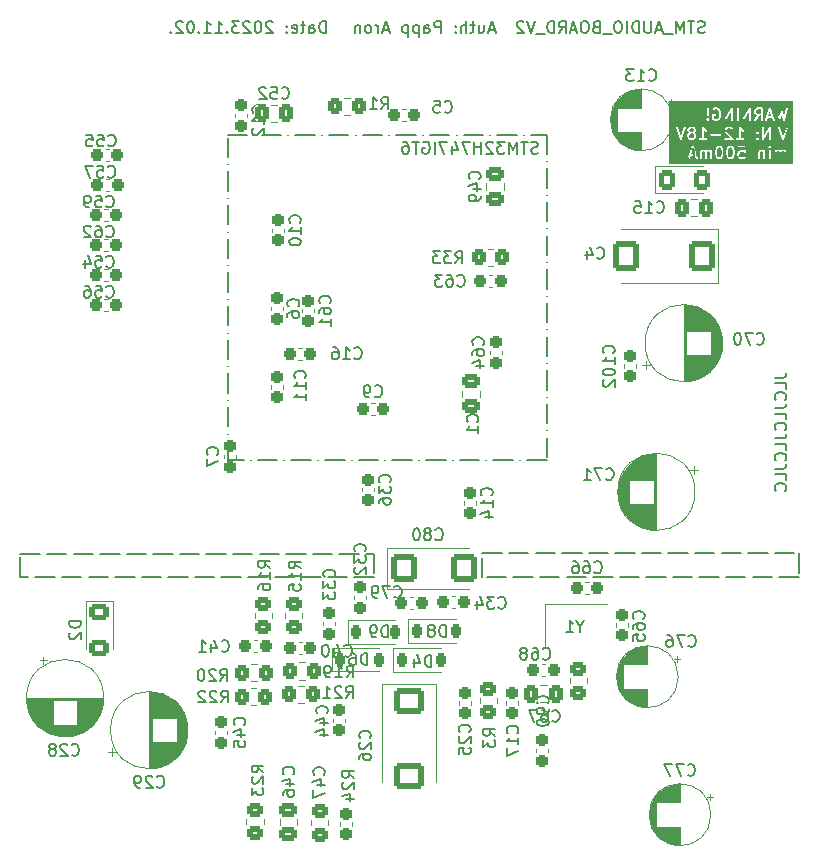
<source format=gbo>
G04 #@! TF.GenerationSoftware,KiCad,Pcbnew,7.0.2*
G04 #@! TF.CreationDate,2023-11-03T22:13:06+01:00*
G04 #@! TF.ProjectId,stm_audio_board_V2,73746d5f-6175-4646-996f-5f626f617264,rev?*
G04 #@! TF.SameCoordinates,Original*
G04 #@! TF.FileFunction,Legend,Bot*
G04 #@! TF.FilePolarity,Positive*
%FSLAX46Y46*%
G04 Gerber Fmt 4.6, Leading zero omitted, Abs format (unit mm)*
G04 Created by KiCad (PCBNEW 7.0.2) date 2023-11-03 22:13:06*
%MOMM*%
%LPD*%
G01*
G04 APERTURE LIST*
G04 Aperture macros list*
%AMRoundRect*
0 Rectangle with rounded corners*
0 $1 Rounding radius*
0 $2 $3 $4 $5 $6 $7 $8 $9 X,Y pos of 4 corners*
0 Add a 4 corners polygon primitive as box body*
4,1,4,$2,$3,$4,$5,$6,$7,$8,$9,$2,$3,0*
0 Add four circle primitives for the rounded corners*
1,1,$1+$1,$2,$3*
1,1,$1+$1,$4,$5*
1,1,$1+$1,$6,$7*
1,1,$1+$1,$8,$9*
0 Add four rect primitives between the rounded corners*
20,1,$1+$1,$2,$3,$4,$5,0*
20,1,$1+$1,$4,$5,$6,$7,0*
20,1,$1+$1,$6,$7,$8,$9,0*
20,1,$1+$1,$8,$9,$2,$3,0*%
G04 Aperture macros list end*
%ADD10C,0.150000*%
%ADD11C,0.120000*%
%ADD12RoundRect,0.225000X-0.225000X-0.375000X0.225000X-0.375000X0.225000X0.375000X-0.225000X0.375000X0*%
%ADD13C,5.600000*%
%ADD14R,2.000000X1.905000*%
%ADD15O,2.000000X1.905000*%
%ADD16R,1.500000X1.050000*%
%ADD17O,1.500000X1.050000*%
%ADD18R,1.700000X1.700000*%
%ADD19O,1.700000X1.700000*%
%ADD20RoundRect,0.237500X0.237500X-0.300000X0.237500X0.300000X-0.237500X0.300000X-0.237500X-0.300000X0*%
%ADD21RoundRect,0.237500X-0.237500X0.300000X-0.237500X-0.300000X0.237500X-0.300000X0.237500X0.300000X0*%
%ADD22RoundRect,0.237500X-0.300000X-0.237500X0.300000X-0.237500X0.300000X0.237500X-0.300000X0.237500X0*%
%ADD23RoundRect,0.250000X0.337500X0.475000X-0.337500X0.475000X-0.337500X-0.475000X0.337500X-0.475000X0*%
%ADD24R,1.600000X1.600000*%
%ADD25C,1.600000*%
%ADD26RoundRect,0.250000X0.350000X0.450000X-0.350000X0.450000X-0.350000X-0.450000X0.350000X-0.450000X0*%
%ADD27R,1.600000X1.300000*%
%ADD28RoundRect,0.237500X0.300000X0.237500X-0.300000X0.237500X-0.300000X-0.237500X0.300000X-0.237500X0*%
%ADD29RoundRect,0.250001X-0.462499X-0.624999X0.462499X-0.624999X0.462499X0.624999X-0.462499X0.624999X0*%
%ADD30RoundRect,0.250000X-0.450000X0.350000X-0.450000X-0.350000X0.450000X-0.350000X0.450000X0.350000X0*%
%ADD31RoundRect,0.250000X-1.025000X0.875000X-1.025000X-0.875000X1.025000X-0.875000X1.025000X0.875000X0*%
%ADD32RoundRect,0.250000X-0.350000X-0.450000X0.350000X-0.450000X0.350000X0.450000X-0.350000X0.450000X0*%
%ADD33RoundRect,0.250001X-0.624999X0.462499X-0.624999X-0.462499X0.624999X-0.462499X0.624999X0.462499X0*%
%ADD34RoundRect,0.250000X-0.475000X0.337500X-0.475000X-0.337500X0.475000X-0.337500X0.475000X0.337500X0*%
%ADD35RoundRect,0.250000X-0.875000X-0.925000X0.875000X-0.925000X0.875000X0.925000X-0.875000X0.925000X0*%
%ADD36RoundRect,0.250000X0.450000X-0.350000X0.450000X0.350000X-0.450000X0.350000X-0.450000X-0.350000X0*%
%ADD37RoundRect,0.250000X0.475000X-0.337500X0.475000X0.337500X-0.475000X0.337500X-0.475000X-0.337500X0*%
%ADD38RoundRect,0.250000X0.875000X1.025000X-0.875000X1.025000X-0.875000X-1.025000X0.875000X-1.025000X0*%
G04 APERTURE END LIST*
D10*
X246789619Y-76558609D02*
X247503904Y-76558609D01*
X247503904Y-76558609D02*
X247646761Y-76510990D01*
X247646761Y-76510990D02*
X247742000Y-76415752D01*
X247742000Y-76415752D02*
X247789619Y-76272895D01*
X247789619Y-76272895D02*
X247789619Y-76177657D01*
X247789619Y-77510990D02*
X247789619Y-77034800D01*
X247789619Y-77034800D02*
X246789619Y-77034800D01*
X247694380Y-78415752D02*
X247742000Y-78368133D01*
X247742000Y-78368133D02*
X247789619Y-78225276D01*
X247789619Y-78225276D02*
X247789619Y-78130038D01*
X247789619Y-78130038D02*
X247742000Y-77987181D01*
X247742000Y-77987181D02*
X247646761Y-77891943D01*
X247646761Y-77891943D02*
X247551523Y-77844324D01*
X247551523Y-77844324D02*
X247361047Y-77796705D01*
X247361047Y-77796705D02*
X247218190Y-77796705D01*
X247218190Y-77796705D02*
X247027714Y-77844324D01*
X247027714Y-77844324D02*
X246932476Y-77891943D01*
X246932476Y-77891943D02*
X246837238Y-77987181D01*
X246837238Y-77987181D02*
X246789619Y-78130038D01*
X246789619Y-78130038D02*
X246789619Y-78225276D01*
X246789619Y-78225276D02*
X246837238Y-78368133D01*
X246837238Y-78368133D02*
X246884857Y-78415752D01*
X246789619Y-79130038D02*
X247503904Y-79130038D01*
X247503904Y-79130038D02*
X247646761Y-79082419D01*
X247646761Y-79082419D02*
X247742000Y-78987181D01*
X247742000Y-78987181D02*
X247789619Y-78844324D01*
X247789619Y-78844324D02*
X247789619Y-78749086D01*
X247789619Y-80082419D02*
X247789619Y-79606229D01*
X247789619Y-79606229D02*
X246789619Y-79606229D01*
X247694380Y-80987181D02*
X247742000Y-80939562D01*
X247742000Y-80939562D02*
X247789619Y-80796705D01*
X247789619Y-80796705D02*
X247789619Y-80701467D01*
X247789619Y-80701467D02*
X247742000Y-80558610D01*
X247742000Y-80558610D02*
X247646761Y-80463372D01*
X247646761Y-80463372D02*
X247551523Y-80415753D01*
X247551523Y-80415753D02*
X247361047Y-80368134D01*
X247361047Y-80368134D02*
X247218190Y-80368134D01*
X247218190Y-80368134D02*
X247027714Y-80415753D01*
X247027714Y-80415753D02*
X246932476Y-80463372D01*
X246932476Y-80463372D02*
X246837238Y-80558610D01*
X246837238Y-80558610D02*
X246789619Y-80701467D01*
X246789619Y-80701467D02*
X246789619Y-80796705D01*
X246789619Y-80796705D02*
X246837238Y-80939562D01*
X246837238Y-80939562D02*
X246884857Y-80987181D01*
X246789619Y-81701467D02*
X247503904Y-81701467D01*
X247503904Y-81701467D02*
X247646761Y-81653848D01*
X247646761Y-81653848D02*
X247742000Y-81558610D01*
X247742000Y-81558610D02*
X247789619Y-81415753D01*
X247789619Y-81415753D02*
X247789619Y-81320515D01*
X247789619Y-82653848D02*
X247789619Y-82177658D01*
X247789619Y-82177658D02*
X246789619Y-82177658D01*
X247694380Y-83558610D02*
X247742000Y-83510991D01*
X247742000Y-83510991D02*
X247789619Y-83368134D01*
X247789619Y-83368134D02*
X247789619Y-83272896D01*
X247789619Y-83272896D02*
X247742000Y-83130039D01*
X247742000Y-83130039D02*
X247646761Y-83034801D01*
X247646761Y-83034801D02*
X247551523Y-82987182D01*
X247551523Y-82987182D02*
X247361047Y-82939563D01*
X247361047Y-82939563D02*
X247218190Y-82939563D01*
X247218190Y-82939563D02*
X247027714Y-82987182D01*
X247027714Y-82987182D02*
X246932476Y-83034801D01*
X246932476Y-83034801D02*
X246837238Y-83130039D01*
X246837238Y-83130039D02*
X246789619Y-83272896D01*
X246789619Y-83272896D02*
X246789619Y-83368134D01*
X246789619Y-83368134D02*
X246837238Y-83510991D01*
X246837238Y-83510991D02*
X246884857Y-83558610D01*
X246789619Y-84272896D02*
X247503904Y-84272896D01*
X247503904Y-84272896D02*
X247646761Y-84225277D01*
X247646761Y-84225277D02*
X247742000Y-84130039D01*
X247742000Y-84130039D02*
X247789619Y-83987182D01*
X247789619Y-83987182D02*
X247789619Y-83891944D01*
X247789619Y-85225277D02*
X247789619Y-84749087D01*
X247789619Y-84749087D02*
X246789619Y-84749087D01*
X247694380Y-86130039D02*
X247742000Y-86082420D01*
X247742000Y-86082420D02*
X247789619Y-85939563D01*
X247789619Y-85939563D02*
X247789619Y-85844325D01*
X247789619Y-85844325D02*
X247742000Y-85701468D01*
X247742000Y-85701468D02*
X247646761Y-85606230D01*
X247646761Y-85606230D02*
X247551523Y-85558611D01*
X247551523Y-85558611D02*
X247361047Y-85510992D01*
X247361047Y-85510992D02*
X247218190Y-85510992D01*
X247218190Y-85510992D02*
X247027714Y-85558611D01*
X247027714Y-85558611D02*
X246932476Y-85606230D01*
X246932476Y-85606230D02*
X246837238Y-85701468D01*
X246837238Y-85701468D02*
X246789619Y-85844325D01*
X246789619Y-85844325D02*
X246789619Y-85939563D01*
X246789619Y-85939563D02*
X246837238Y-86082420D01*
X246837238Y-86082420D02*
X246884857Y-86130039D01*
X200506600Y-55981600D02*
X202156600Y-55981600D01*
X202756600Y-55981600D02*
X202756600Y-55981600D01*
X203356600Y-55981600D02*
X205006600Y-55981600D01*
X205606600Y-55981600D02*
X205606600Y-55981600D01*
X206206600Y-55981600D02*
X207856600Y-55981600D01*
X208456600Y-55981600D02*
X208456600Y-55981600D01*
X209056600Y-55981600D02*
X210706600Y-55981600D01*
X211306600Y-55981600D02*
X211306600Y-55981600D01*
X211906600Y-55981600D02*
X213556600Y-55981600D01*
X214156600Y-55981600D02*
X214156600Y-55981600D01*
X214756600Y-55981600D02*
X216406600Y-55981600D01*
X217006600Y-55981600D02*
X217006600Y-55981600D01*
X217606600Y-55981600D02*
X219256600Y-55981600D01*
X219856600Y-55981600D02*
X219856600Y-55981600D01*
X220456600Y-55981600D02*
X222106600Y-55981600D01*
X222706600Y-55981600D02*
X222706600Y-55981600D01*
X223306600Y-55981600D02*
X224956600Y-55981600D01*
X225556600Y-55981600D02*
X225556600Y-55981600D01*
X226156600Y-55981600D02*
X227482400Y-55981600D01*
X227482400Y-55981600D02*
X227482400Y-57631600D01*
X227482400Y-58231600D02*
X227482400Y-58231600D01*
X227482400Y-58831600D02*
X227482400Y-60481600D01*
X227482400Y-61081600D02*
X227482400Y-61081600D01*
X227482400Y-61681600D02*
X227482400Y-63331600D01*
X227482400Y-63931600D02*
X227482400Y-63931600D01*
X227482400Y-64531600D02*
X227482400Y-66181600D01*
X227482400Y-66781600D02*
X227482400Y-66781600D01*
X227482400Y-67381600D02*
X227482400Y-69031600D01*
X227482400Y-69631600D02*
X227482400Y-69631600D01*
X227482400Y-70231600D02*
X227482400Y-71881600D01*
X227482400Y-72481600D02*
X227482400Y-72481600D01*
X227482400Y-73081600D02*
X227482400Y-74731600D01*
X227482400Y-75331600D02*
X227482400Y-75331600D01*
X227482400Y-75931600D02*
X227482400Y-77581600D01*
X227482400Y-78181600D02*
X227482400Y-78181600D01*
X227482400Y-78781600D02*
X227482400Y-80431600D01*
X227482400Y-81031600D02*
X227482400Y-81031600D01*
X227482400Y-81631600D02*
X227482400Y-83281600D01*
X227482400Y-83539667D02*
X225832400Y-83539667D01*
X225232400Y-83539667D02*
X225232400Y-83539667D01*
X224632400Y-83539667D02*
X222982400Y-83539667D01*
X222382400Y-83539667D02*
X222382400Y-83539667D01*
X221782400Y-83539667D02*
X220132400Y-83539667D01*
X219532400Y-83539667D02*
X219532400Y-83539667D01*
X218932400Y-83539667D02*
X217282400Y-83539667D01*
X216682400Y-83539667D02*
X216682400Y-83539667D01*
X216082400Y-83539667D02*
X214432400Y-83539667D01*
X213832400Y-83539667D02*
X213832400Y-83539667D01*
X213232400Y-83539667D02*
X211582400Y-83539667D01*
X210982400Y-83539667D02*
X210982400Y-83539667D01*
X210382400Y-83539667D02*
X208732400Y-83539667D01*
X208132400Y-83539667D02*
X208132400Y-83539667D01*
X207532400Y-83539667D02*
X205882400Y-83539667D01*
X205282400Y-83539667D02*
X205282400Y-83539667D01*
X204682400Y-83539667D02*
X203032400Y-83539667D01*
X202432400Y-83539667D02*
X202432400Y-83539667D01*
X201832400Y-83539667D02*
X200506600Y-83539667D01*
X200506600Y-83539667D02*
X200506600Y-81889667D01*
X200506600Y-81289667D02*
X200506600Y-81289667D01*
X200506600Y-80689667D02*
X200506600Y-79039667D01*
X200506600Y-78439667D02*
X200506600Y-78439667D01*
X200506600Y-77839667D02*
X200506600Y-76189667D01*
X200506600Y-75589667D02*
X200506600Y-75589667D01*
X200506600Y-74989667D02*
X200506600Y-73339667D01*
X200506600Y-72739667D02*
X200506600Y-72739667D01*
X200506600Y-72139667D02*
X200506600Y-70489667D01*
X200506600Y-69889667D02*
X200506600Y-69889667D01*
X200506600Y-69289667D02*
X200506600Y-67639667D01*
X200506600Y-67039667D02*
X200506600Y-67039667D01*
X200506600Y-66439667D02*
X200506600Y-64789667D01*
X200506600Y-64189667D02*
X200506600Y-64189667D01*
X200506600Y-63589667D02*
X200506600Y-61939667D01*
X200506600Y-61339667D02*
X200506600Y-61339667D01*
X200506600Y-60739667D02*
X200506600Y-59089667D01*
X200506600Y-58489667D02*
X200506600Y-58489667D01*
X200506600Y-57889667D02*
X200506600Y-56239667D01*
X222046800Y-91440000D02*
X223696800Y-91440000D01*
X224296800Y-91440000D02*
X225946800Y-91440000D01*
X226546800Y-91440000D02*
X228196800Y-91440000D01*
X228796800Y-91440000D02*
X230446800Y-91440000D01*
X231046800Y-91440000D02*
X232696800Y-91440000D01*
X233296800Y-91440000D02*
X234946800Y-91440000D01*
X235546800Y-91440000D02*
X237196800Y-91440000D01*
X237796800Y-91440000D02*
X239446800Y-91440000D01*
X240046800Y-91440000D02*
X241696800Y-91440000D01*
X242296800Y-91440000D02*
X243946800Y-91440000D01*
X244546800Y-91440000D02*
X246196800Y-91440000D01*
X246796800Y-91440000D02*
X248446800Y-91440000D01*
X248818400Y-91440000D02*
X248818400Y-93090000D01*
X248818400Y-93472000D02*
X247168400Y-93472000D01*
X246568400Y-93472000D02*
X244918400Y-93472000D01*
X244318400Y-93472000D02*
X242668400Y-93472000D01*
X242068400Y-93472000D02*
X240418400Y-93472000D01*
X239818400Y-93472000D02*
X238168400Y-93472000D01*
X237568400Y-93472000D02*
X235918400Y-93472000D01*
X235318400Y-93472000D02*
X233668400Y-93472000D01*
X233068400Y-93472000D02*
X231418400Y-93472000D01*
X230818400Y-93472000D02*
X229168400Y-93472000D01*
X228568400Y-93472000D02*
X226918400Y-93472000D01*
X226318400Y-93472000D02*
X224668400Y-93472000D01*
X224068400Y-93472000D02*
X222418400Y-93472000D01*
X222046800Y-93472000D02*
X222046800Y-91822000D01*
X182930800Y-91490800D02*
X184580800Y-91490800D01*
X185180800Y-91490800D02*
X186830800Y-91490800D01*
X187430800Y-91490800D02*
X189080800Y-91490800D01*
X189680800Y-91490800D02*
X191330800Y-91490800D01*
X191930800Y-91490800D02*
X193580800Y-91490800D01*
X194180800Y-91490800D02*
X195830800Y-91490800D01*
X196430800Y-91490800D02*
X198080800Y-91490800D01*
X198680800Y-91490800D02*
X200330800Y-91490800D01*
X200930800Y-91490800D02*
X202580800Y-91490800D01*
X203180800Y-91490800D02*
X204830800Y-91490800D01*
X205430800Y-91490800D02*
X207080800Y-91490800D01*
X207680800Y-91490800D02*
X209330800Y-91490800D01*
X209930800Y-91490800D02*
X211580800Y-91490800D01*
X212180800Y-91490800D02*
X212852000Y-91490800D01*
X212852000Y-91490800D02*
X212852000Y-93140800D01*
X212852000Y-93421200D02*
X211202000Y-93421200D01*
X210602000Y-93421200D02*
X208952000Y-93421200D01*
X208352000Y-93421200D02*
X206702000Y-93421200D01*
X206102000Y-93421200D02*
X204452000Y-93421200D01*
X203852000Y-93421200D02*
X202202000Y-93421200D01*
X201602000Y-93421200D02*
X199952000Y-93421200D01*
X199352000Y-93421200D02*
X197702000Y-93421200D01*
X197102000Y-93421200D02*
X195452000Y-93421200D01*
X194852000Y-93421200D02*
X193202000Y-93421200D01*
X192602000Y-93421200D02*
X190952000Y-93421200D01*
X190352000Y-93421200D02*
X188702000Y-93421200D01*
X188102000Y-93421200D02*
X186452000Y-93421200D01*
X185852000Y-93421200D02*
X184202000Y-93421200D01*
X183602000Y-93421200D02*
X182930800Y-93421200D01*
X182930800Y-93421200D02*
X182930800Y-91771200D01*
X208803904Y-47375619D02*
X208803904Y-46375619D01*
X208803904Y-46375619D02*
X208565809Y-46375619D01*
X208565809Y-46375619D02*
X208422952Y-46423238D01*
X208422952Y-46423238D02*
X208327714Y-46518476D01*
X208327714Y-46518476D02*
X208280095Y-46613714D01*
X208280095Y-46613714D02*
X208232476Y-46804190D01*
X208232476Y-46804190D02*
X208232476Y-46947047D01*
X208232476Y-46947047D02*
X208280095Y-47137523D01*
X208280095Y-47137523D02*
X208327714Y-47232761D01*
X208327714Y-47232761D02*
X208422952Y-47328000D01*
X208422952Y-47328000D02*
X208565809Y-47375619D01*
X208565809Y-47375619D02*
X208803904Y-47375619D01*
X207375333Y-47375619D02*
X207375333Y-46851809D01*
X207375333Y-46851809D02*
X207422952Y-46756571D01*
X207422952Y-46756571D02*
X207518190Y-46708952D01*
X207518190Y-46708952D02*
X207708666Y-46708952D01*
X207708666Y-46708952D02*
X207803904Y-46756571D01*
X207375333Y-47328000D02*
X207470571Y-47375619D01*
X207470571Y-47375619D02*
X207708666Y-47375619D01*
X207708666Y-47375619D02*
X207803904Y-47328000D01*
X207803904Y-47328000D02*
X207851523Y-47232761D01*
X207851523Y-47232761D02*
X207851523Y-47137523D01*
X207851523Y-47137523D02*
X207803904Y-47042285D01*
X207803904Y-47042285D02*
X207708666Y-46994666D01*
X207708666Y-46994666D02*
X207470571Y-46994666D01*
X207470571Y-46994666D02*
X207375333Y-46947047D01*
X207041999Y-46708952D02*
X206661047Y-46708952D01*
X206899142Y-46375619D02*
X206899142Y-47232761D01*
X206899142Y-47232761D02*
X206851523Y-47328000D01*
X206851523Y-47328000D02*
X206756285Y-47375619D01*
X206756285Y-47375619D02*
X206661047Y-47375619D01*
X205946761Y-47328000D02*
X206041999Y-47375619D01*
X206041999Y-47375619D02*
X206232475Y-47375619D01*
X206232475Y-47375619D02*
X206327713Y-47328000D01*
X206327713Y-47328000D02*
X206375332Y-47232761D01*
X206375332Y-47232761D02*
X206375332Y-46851809D01*
X206375332Y-46851809D02*
X206327713Y-46756571D01*
X206327713Y-46756571D02*
X206232475Y-46708952D01*
X206232475Y-46708952D02*
X206041999Y-46708952D01*
X206041999Y-46708952D02*
X205946761Y-46756571D01*
X205946761Y-46756571D02*
X205899142Y-46851809D01*
X205899142Y-46851809D02*
X205899142Y-46947047D01*
X205899142Y-46947047D02*
X206375332Y-47042285D01*
X205470570Y-47280380D02*
X205422951Y-47328000D01*
X205422951Y-47328000D02*
X205470570Y-47375619D01*
X205470570Y-47375619D02*
X205518189Y-47328000D01*
X205518189Y-47328000D02*
X205470570Y-47280380D01*
X205470570Y-47280380D02*
X205470570Y-47375619D01*
X205470570Y-46756571D02*
X205422951Y-46804190D01*
X205422951Y-46804190D02*
X205470570Y-46851809D01*
X205470570Y-46851809D02*
X205518189Y-46804190D01*
X205518189Y-46804190D02*
X205470570Y-46756571D01*
X205470570Y-46756571D02*
X205470570Y-46851809D01*
X204280094Y-46470857D02*
X204232475Y-46423238D01*
X204232475Y-46423238D02*
X204137237Y-46375619D01*
X204137237Y-46375619D02*
X203899142Y-46375619D01*
X203899142Y-46375619D02*
X203803904Y-46423238D01*
X203803904Y-46423238D02*
X203756285Y-46470857D01*
X203756285Y-46470857D02*
X203708666Y-46566095D01*
X203708666Y-46566095D02*
X203708666Y-46661333D01*
X203708666Y-46661333D02*
X203756285Y-46804190D01*
X203756285Y-46804190D02*
X204327713Y-47375619D01*
X204327713Y-47375619D02*
X203708666Y-47375619D01*
X203089618Y-46375619D02*
X202994380Y-46375619D01*
X202994380Y-46375619D02*
X202899142Y-46423238D01*
X202899142Y-46423238D02*
X202851523Y-46470857D01*
X202851523Y-46470857D02*
X202803904Y-46566095D01*
X202803904Y-46566095D02*
X202756285Y-46756571D01*
X202756285Y-46756571D02*
X202756285Y-46994666D01*
X202756285Y-46994666D02*
X202803904Y-47185142D01*
X202803904Y-47185142D02*
X202851523Y-47280380D01*
X202851523Y-47280380D02*
X202899142Y-47328000D01*
X202899142Y-47328000D02*
X202994380Y-47375619D01*
X202994380Y-47375619D02*
X203089618Y-47375619D01*
X203089618Y-47375619D02*
X203184856Y-47328000D01*
X203184856Y-47328000D02*
X203232475Y-47280380D01*
X203232475Y-47280380D02*
X203280094Y-47185142D01*
X203280094Y-47185142D02*
X203327713Y-46994666D01*
X203327713Y-46994666D02*
X203327713Y-46756571D01*
X203327713Y-46756571D02*
X203280094Y-46566095D01*
X203280094Y-46566095D02*
X203232475Y-46470857D01*
X203232475Y-46470857D02*
X203184856Y-46423238D01*
X203184856Y-46423238D02*
X203089618Y-46375619D01*
X202375332Y-46470857D02*
X202327713Y-46423238D01*
X202327713Y-46423238D02*
X202232475Y-46375619D01*
X202232475Y-46375619D02*
X201994380Y-46375619D01*
X201994380Y-46375619D02*
X201899142Y-46423238D01*
X201899142Y-46423238D02*
X201851523Y-46470857D01*
X201851523Y-46470857D02*
X201803904Y-46566095D01*
X201803904Y-46566095D02*
X201803904Y-46661333D01*
X201803904Y-46661333D02*
X201851523Y-46804190D01*
X201851523Y-46804190D02*
X202422951Y-47375619D01*
X202422951Y-47375619D02*
X201803904Y-47375619D01*
X201470570Y-46375619D02*
X200851523Y-46375619D01*
X200851523Y-46375619D02*
X201184856Y-46756571D01*
X201184856Y-46756571D02*
X201041999Y-46756571D01*
X201041999Y-46756571D02*
X200946761Y-46804190D01*
X200946761Y-46804190D02*
X200899142Y-46851809D01*
X200899142Y-46851809D02*
X200851523Y-46947047D01*
X200851523Y-46947047D02*
X200851523Y-47185142D01*
X200851523Y-47185142D02*
X200899142Y-47280380D01*
X200899142Y-47280380D02*
X200946761Y-47328000D01*
X200946761Y-47328000D02*
X201041999Y-47375619D01*
X201041999Y-47375619D02*
X201327713Y-47375619D01*
X201327713Y-47375619D02*
X201422951Y-47328000D01*
X201422951Y-47328000D02*
X201470570Y-47280380D01*
X200422951Y-47280380D02*
X200375332Y-47328000D01*
X200375332Y-47328000D02*
X200422951Y-47375619D01*
X200422951Y-47375619D02*
X200470570Y-47328000D01*
X200470570Y-47328000D02*
X200422951Y-47280380D01*
X200422951Y-47280380D02*
X200422951Y-47375619D01*
X199422952Y-47375619D02*
X199994380Y-47375619D01*
X199708666Y-47375619D02*
X199708666Y-46375619D01*
X199708666Y-46375619D02*
X199803904Y-46518476D01*
X199803904Y-46518476D02*
X199899142Y-46613714D01*
X199899142Y-46613714D02*
X199994380Y-46661333D01*
X198470571Y-47375619D02*
X199041999Y-47375619D01*
X198756285Y-47375619D02*
X198756285Y-46375619D01*
X198756285Y-46375619D02*
X198851523Y-46518476D01*
X198851523Y-46518476D02*
X198946761Y-46613714D01*
X198946761Y-46613714D02*
X199041999Y-46661333D01*
X198041999Y-47280380D02*
X197994380Y-47328000D01*
X197994380Y-47328000D02*
X198041999Y-47375619D01*
X198041999Y-47375619D02*
X198089618Y-47328000D01*
X198089618Y-47328000D02*
X198041999Y-47280380D01*
X198041999Y-47280380D02*
X198041999Y-47375619D01*
X197375333Y-46375619D02*
X197280095Y-46375619D01*
X197280095Y-46375619D02*
X197184857Y-46423238D01*
X197184857Y-46423238D02*
X197137238Y-46470857D01*
X197137238Y-46470857D02*
X197089619Y-46566095D01*
X197089619Y-46566095D02*
X197042000Y-46756571D01*
X197042000Y-46756571D02*
X197042000Y-46994666D01*
X197042000Y-46994666D02*
X197089619Y-47185142D01*
X197089619Y-47185142D02*
X197137238Y-47280380D01*
X197137238Y-47280380D02*
X197184857Y-47328000D01*
X197184857Y-47328000D02*
X197280095Y-47375619D01*
X197280095Y-47375619D02*
X197375333Y-47375619D01*
X197375333Y-47375619D02*
X197470571Y-47328000D01*
X197470571Y-47328000D02*
X197518190Y-47280380D01*
X197518190Y-47280380D02*
X197565809Y-47185142D01*
X197565809Y-47185142D02*
X197613428Y-46994666D01*
X197613428Y-46994666D02*
X197613428Y-46756571D01*
X197613428Y-46756571D02*
X197565809Y-46566095D01*
X197565809Y-46566095D02*
X197518190Y-46470857D01*
X197518190Y-46470857D02*
X197470571Y-46423238D01*
X197470571Y-46423238D02*
X197375333Y-46375619D01*
X196661047Y-46470857D02*
X196613428Y-46423238D01*
X196613428Y-46423238D02*
X196518190Y-46375619D01*
X196518190Y-46375619D02*
X196280095Y-46375619D01*
X196280095Y-46375619D02*
X196184857Y-46423238D01*
X196184857Y-46423238D02*
X196137238Y-46470857D01*
X196137238Y-46470857D02*
X196089619Y-46566095D01*
X196089619Y-46566095D02*
X196089619Y-46661333D01*
X196089619Y-46661333D02*
X196137238Y-46804190D01*
X196137238Y-46804190D02*
X196708666Y-47375619D01*
X196708666Y-47375619D02*
X196089619Y-47375619D01*
X195661047Y-47280380D02*
X195613428Y-47328000D01*
X195613428Y-47328000D02*
X195661047Y-47375619D01*
X195661047Y-47375619D02*
X195708666Y-47328000D01*
X195708666Y-47328000D02*
X195661047Y-47280380D01*
X195661047Y-47280380D02*
X195661047Y-47375619D01*
G36*
X239993600Y-57632104D02*
G01*
X239725524Y-57632104D01*
X239859562Y-57229990D01*
X239993600Y-57632104D01*
G37*
G36*
X242196088Y-57102077D02*
G01*
X242226493Y-57132483D01*
X242264987Y-57209469D01*
X242308371Y-57383005D01*
X242308371Y-57602631D01*
X242264987Y-57776164D01*
X242226493Y-57853153D01*
X242196085Y-57883561D01*
X242127571Y-57917819D01*
X242067744Y-57917819D01*
X241999226Y-57883560D01*
X241968818Y-57853151D01*
X241930326Y-57776166D01*
X241886943Y-57602631D01*
X241886943Y-57383005D01*
X241930326Y-57209472D01*
X241968821Y-57132482D01*
X241999226Y-57102077D01*
X242067742Y-57067819D01*
X242127570Y-57067819D01*
X242196088Y-57102077D01*
G37*
G36*
X243148469Y-57102078D02*
G01*
X243178874Y-57132483D01*
X243217368Y-57209469D01*
X243260752Y-57383005D01*
X243260752Y-57602631D01*
X243217368Y-57776164D01*
X243178874Y-57853153D01*
X243148466Y-57883561D01*
X243079952Y-57917819D01*
X243020125Y-57917819D01*
X242951607Y-57883560D01*
X242921199Y-57853151D01*
X242882707Y-57776166D01*
X242839324Y-57602632D01*
X242839324Y-57383005D01*
X242882707Y-57209472D01*
X242921202Y-57132482D01*
X242951607Y-57102077D01*
X243020123Y-57067819D01*
X243079951Y-57067819D01*
X243148469Y-57102078D01*
G37*
G36*
X239910374Y-55910648D02*
G01*
X239940779Y-55941054D01*
X239975038Y-56009570D01*
X239975038Y-56164636D01*
X239940779Y-56233153D01*
X239910371Y-56263561D01*
X239841857Y-56297819D01*
X239686792Y-56297819D01*
X239618274Y-56263560D01*
X239587866Y-56233151D01*
X239553610Y-56164637D01*
X239553610Y-56009572D01*
X239587869Y-55941054D01*
X239618274Y-55910648D01*
X239686790Y-55876390D01*
X239841856Y-55876390D01*
X239910374Y-55910648D01*
G37*
G36*
X239910374Y-55482078D02*
G01*
X239940779Y-55512483D01*
X239975038Y-55580999D01*
X239975038Y-55593208D01*
X239940779Y-55661725D01*
X239910372Y-55692132D01*
X239841857Y-55726390D01*
X239686792Y-55726390D01*
X239618274Y-55692131D01*
X239587867Y-55661724D01*
X239553610Y-55593209D01*
X239553610Y-55581001D01*
X239587869Y-55512482D01*
X239618274Y-55482077D01*
X239686790Y-55447819D01*
X239841856Y-55447819D01*
X239910374Y-55482078D01*
G37*
G36*
X245641704Y-54201628D02*
G01*
X245485464Y-54201628D01*
X245470551Y-54198878D01*
X245463839Y-54201628D01*
X245353458Y-54201628D01*
X245284940Y-54167369D01*
X245254533Y-54136962D01*
X245220276Y-54068447D01*
X245220276Y-53961000D01*
X245254535Y-53892482D01*
X245284940Y-53862077D01*
X245353456Y-53827819D01*
X245641704Y-53827819D01*
X245641704Y-54201628D01*
G37*
G36*
X246517409Y-54392104D02*
G01*
X246249333Y-54392104D01*
X246383371Y-53989990D01*
X246517409Y-54392104D01*
G37*
G36*
X248322657Y-58483057D02*
G01*
X237888134Y-58483057D01*
X237888134Y-58012116D01*
X239450483Y-58012116D01*
X239472940Y-58050004D01*
X239512316Y-58069736D01*
X239556109Y-58065049D01*
X239590416Y-58037428D01*
X239675524Y-57782104D01*
X240043600Y-57782104D01*
X240125153Y-58026764D01*
X240143876Y-58053704D01*
X240184575Y-58070540D01*
X240227915Y-58062700D01*
X240260137Y-58032674D01*
X240271010Y-57989993D01*
X240174417Y-57700216D01*
X240175027Y-57695980D01*
X240167543Y-57679592D01*
X240100146Y-57477400D01*
X240448514Y-57477400D01*
X240451228Y-57483943D01*
X240451228Y-58003601D01*
X240460471Y-58035079D01*
X240493757Y-58063921D01*
X240537352Y-58070189D01*
X240577416Y-58051893D01*
X240601228Y-58014841D01*
X240601228Y-57486715D01*
X240629749Y-57429672D01*
X240686790Y-57401152D01*
X240794237Y-57401152D01*
X240851279Y-57429673D01*
X240879800Y-57486713D01*
X240879800Y-58003601D01*
X240889043Y-58035079D01*
X240922329Y-58063921D01*
X240965924Y-58070189D01*
X241005988Y-58051893D01*
X241029800Y-58014841D01*
X241029800Y-57486715D01*
X241058321Y-57429672D01*
X241115361Y-57401152D01*
X241222808Y-57401152D01*
X241291326Y-57435411D01*
X241308370Y-57452455D01*
X241308371Y-58003601D01*
X241317614Y-58035079D01*
X241350900Y-58063921D01*
X241394495Y-58070189D01*
X241434559Y-58051893D01*
X241458371Y-58014841D01*
X241458371Y-57608692D01*
X241733841Y-57608692D01*
X241736943Y-57621100D01*
X241736943Y-57622648D01*
X241739547Y-57631517D01*
X241783561Y-57807572D01*
X241782631Y-57816186D01*
X241788797Y-57828519D01*
X241789416Y-57830992D01*
X241793598Y-57838119D01*
X241835893Y-57922709D01*
X241838576Y-57935040D01*
X241853195Y-57949660D01*
X241867265Y-57964786D01*
X241868683Y-57965148D01*
X241895117Y-57991583D01*
X241901562Y-58002434D01*
X241920073Y-58011689D01*
X241938184Y-58021579D01*
X241939643Y-58021474D01*
X242012889Y-58058097D01*
X242028016Y-58067819D01*
X242043346Y-58067819D01*
X242058429Y-58070533D01*
X242064973Y-58067819D01*
X242141236Y-58067819D01*
X242159120Y-58069750D01*
X242172833Y-58062893D01*
X242187536Y-58058576D01*
X242192174Y-58053222D01*
X242265642Y-58016487D01*
X242277976Y-58013805D01*
X242292607Y-57999172D01*
X242307720Y-57985116D01*
X242308082Y-57983696D01*
X242334516Y-57957262D01*
X242345367Y-57950818D01*
X242354623Y-57932304D01*
X242364513Y-57914194D01*
X242364408Y-57912734D01*
X242396860Y-57847831D01*
X242403172Y-57841897D01*
X242406516Y-57828519D01*
X242407656Y-57826240D01*
X242409119Y-57818107D01*
X242453138Y-57642029D01*
X242458371Y-57633888D01*
X242458371Y-57621100D01*
X242458747Y-57619596D01*
X242458371Y-57610349D01*
X242458371Y-57608692D01*
X242686222Y-57608692D01*
X242689324Y-57621099D01*
X242689324Y-57622648D01*
X242691928Y-57631517D01*
X242735942Y-57807572D01*
X242735012Y-57816186D01*
X242741178Y-57828519D01*
X242741797Y-57830992D01*
X242745979Y-57838119D01*
X242788274Y-57922709D01*
X242790957Y-57935040D01*
X242805576Y-57949660D01*
X242819646Y-57964786D01*
X242821064Y-57965148D01*
X242847498Y-57991583D01*
X242853943Y-58002434D01*
X242872454Y-58011689D01*
X242890565Y-58021579D01*
X242892024Y-58021474D01*
X242965270Y-58058097D01*
X242980397Y-58067819D01*
X242995727Y-58067819D01*
X243010810Y-58070533D01*
X243017354Y-58067819D01*
X243093617Y-58067819D01*
X243111501Y-58069750D01*
X243125214Y-58062893D01*
X243139917Y-58058576D01*
X243144555Y-58053222D01*
X243218023Y-58016487D01*
X243230357Y-58013805D01*
X243244988Y-57999172D01*
X243260101Y-57985116D01*
X243260463Y-57983696D01*
X243286897Y-57957262D01*
X243297748Y-57950818D01*
X243307004Y-57932304D01*
X243316894Y-57914194D01*
X243316789Y-57912734D01*
X243349241Y-57847831D01*
X243355553Y-57841897D01*
X243358897Y-57828519D01*
X243360037Y-57826240D01*
X243361500Y-57818107D01*
X243405519Y-57642029D01*
X243410752Y-57633888D01*
X243410752Y-57621100D01*
X243411128Y-57619596D01*
X243410752Y-57610349D01*
X243410752Y-57572638D01*
X243638991Y-57572638D01*
X243641705Y-57579181D01*
X243641705Y-57798301D01*
X243639774Y-57816186D01*
X243646630Y-57829899D01*
X243650948Y-57844602D01*
X243656301Y-57849240D01*
X243693036Y-57922709D01*
X243695719Y-57935040D01*
X243710338Y-57949660D01*
X243724408Y-57964786D01*
X243725826Y-57965148D01*
X243752260Y-57991583D01*
X243758705Y-58002434D01*
X243777216Y-58011689D01*
X243795327Y-58021579D01*
X243796786Y-58021474D01*
X243870032Y-58058097D01*
X243885159Y-58067819D01*
X243900489Y-58067819D01*
X243915572Y-58070533D01*
X243922116Y-58067819D01*
X244141236Y-58067819D01*
X244159120Y-58069750D01*
X244172833Y-58062893D01*
X244187536Y-58058576D01*
X244192174Y-58053222D01*
X244265642Y-58016487D01*
X244277976Y-58013805D01*
X244292607Y-57999172D01*
X244307720Y-57985116D01*
X244308082Y-57983696D01*
X244348790Y-57942988D01*
X244364513Y-57914194D01*
X244361370Y-57870263D01*
X244334975Y-57835005D01*
X244293708Y-57819613D01*
X244250671Y-57828976D01*
X244196085Y-57883561D01*
X244127571Y-57917819D01*
X243924887Y-57917819D01*
X243856369Y-57883560D01*
X243825961Y-57853151D01*
X243791705Y-57784637D01*
X243791705Y-57581953D01*
X243825963Y-57513435D01*
X243856369Y-57483029D01*
X243924885Y-57448771D01*
X244127570Y-57448771D01*
X244196087Y-57483029D01*
X244224346Y-57511288D01*
X244226907Y-57517602D01*
X244239645Y-57526587D01*
X244242724Y-57529666D01*
X244248416Y-57532774D01*
X244262898Y-57542989D01*
X244267487Y-57543187D01*
X244271518Y-57545388D01*
X244289193Y-57544123D01*
X244306900Y-57544888D01*
X244310867Y-57542573D01*
X244315449Y-57542246D01*
X244329634Y-57531626D01*
X244344945Y-57522696D01*
X244347031Y-57518603D01*
X244350707Y-57515852D01*
X244356898Y-57499253D01*
X244364952Y-57483459D01*
X244364494Y-57478888D01*
X244365049Y-57477400D01*
X245400896Y-57477400D01*
X245403610Y-57483943D01*
X245403610Y-58003601D01*
X245412853Y-58035079D01*
X245446139Y-58063921D01*
X245489734Y-58070189D01*
X245529798Y-58051893D01*
X245553610Y-58014841D01*
X245553610Y-57486714D01*
X245582131Y-57429672D01*
X245639171Y-57401152D01*
X245746618Y-57401152D01*
X245815136Y-57435411D01*
X245832181Y-57452455D01*
X245832181Y-58003601D01*
X245841424Y-58035079D01*
X245874710Y-58063921D01*
X245918305Y-58070189D01*
X245958369Y-58051893D01*
X245982181Y-58014841D01*
X245982181Y-58003601D01*
X246308371Y-58003601D01*
X246317614Y-58035079D01*
X246350900Y-58063921D01*
X246394495Y-58070189D01*
X246434559Y-58051893D01*
X246458371Y-58014841D01*
X246458371Y-57477400D01*
X246781847Y-57477400D01*
X246784561Y-57483943D01*
X246784561Y-58003601D01*
X246793804Y-58035079D01*
X246827090Y-58063921D01*
X246870685Y-58070189D01*
X246910749Y-58051893D01*
X246934561Y-58014841D01*
X246934561Y-57486715D01*
X246963082Y-57429672D01*
X247020123Y-57401152D01*
X247127570Y-57401152D01*
X247184612Y-57429673D01*
X247213133Y-57486713D01*
X247213133Y-58003601D01*
X247222376Y-58035079D01*
X247255662Y-58063921D01*
X247299257Y-58070189D01*
X247339321Y-58051893D01*
X247363133Y-58014841D01*
X247363133Y-57486715D01*
X247391654Y-57429672D01*
X247448694Y-57401152D01*
X247556141Y-57401152D01*
X247624658Y-57435410D01*
X247641704Y-57452456D01*
X247641704Y-58003601D01*
X247650947Y-58035079D01*
X247684233Y-58063921D01*
X247727828Y-58070189D01*
X247767892Y-58051893D01*
X247791704Y-58014841D01*
X247791704Y-57434920D01*
X247794671Y-57426966D01*
X247791704Y-57413326D01*
X247791704Y-57315370D01*
X247782461Y-57283892D01*
X247749175Y-57255050D01*
X247705580Y-57248782D01*
X247665516Y-57267078D01*
X247655274Y-57283013D01*
X247610998Y-57260875D01*
X247595869Y-57251152D01*
X247580539Y-57251152D01*
X247565456Y-57248438D01*
X247558912Y-57251152D01*
X247435021Y-57251152D01*
X247417146Y-57249222D01*
X247403436Y-57256076D01*
X247388730Y-57260395D01*
X247384090Y-57265749D01*
X247319299Y-57298144D01*
X247316387Y-57298042D01*
X247299786Y-57307901D01*
X247292567Y-57311511D01*
X247290550Y-57313386D01*
X247289133Y-57314228D01*
X247286187Y-57312754D01*
X247280430Y-57306565D01*
X247266876Y-57303099D01*
X247182427Y-57260875D01*
X247167298Y-57251152D01*
X247151968Y-57251152D01*
X247136885Y-57248438D01*
X247130341Y-57251152D01*
X247006456Y-57251152D01*
X246988575Y-57249221D01*
X246974861Y-57256077D01*
X246960159Y-57260395D01*
X246955520Y-57265748D01*
X246890728Y-57298144D01*
X246887815Y-57298042D01*
X246871210Y-57307903D01*
X246863996Y-57311511D01*
X246861981Y-57313385D01*
X246849946Y-57320533D01*
X246846163Y-57328097D01*
X246839974Y-57333855D01*
X246836508Y-57347408D01*
X246794284Y-57431857D01*
X246784561Y-57446987D01*
X246784561Y-57462317D01*
X246781847Y-57477400D01*
X246458371Y-57477400D01*
X246458371Y-57315370D01*
X246449128Y-57283892D01*
X246415842Y-57255050D01*
X246372247Y-57248782D01*
X246332183Y-57267078D01*
X246308371Y-57304130D01*
X246308371Y-58003601D01*
X245982181Y-58003601D01*
X245982181Y-57434920D01*
X245985148Y-57426966D01*
X245982181Y-57413326D01*
X245982181Y-57315370D01*
X245972938Y-57283892D01*
X245939652Y-57255050D01*
X245896057Y-57248782D01*
X245855993Y-57267078D01*
X245845751Y-57283013D01*
X245801475Y-57260875D01*
X245786346Y-57251152D01*
X245771016Y-57251152D01*
X245755933Y-57248438D01*
X245749389Y-57251152D01*
X245625498Y-57251152D01*
X245607623Y-57249222D01*
X245593913Y-57256076D01*
X245579207Y-57260395D01*
X245574567Y-57265749D01*
X245509776Y-57298144D01*
X245506864Y-57298042D01*
X245490263Y-57307901D01*
X245483044Y-57311511D01*
X245481027Y-57313386D01*
X245468995Y-57320533D01*
X245465212Y-57328097D01*
X245459023Y-57333855D01*
X245455557Y-57347408D01*
X245413333Y-57431857D01*
X245403610Y-57446987D01*
X245403610Y-57462317D01*
X245400896Y-57477400D01*
X244365049Y-57477400D01*
X244366100Y-57474585D01*
X244362332Y-57457267D01*
X244320092Y-57034862D01*
X246257785Y-57034862D01*
X246261326Y-57051142D01*
X246262515Y-57067754D01*
X246265933Y-57072320D01*
X246267147Y-57077899D01*
X246278929Y-57089681D01*
X246288909Y-57103013D01*
X246294254Y-57105006D01*
X246316802Y-57127554D01*
X246317614Y-57130317D01*
X246328163Y-57139457D01*
X246336528Y-57150632D01*
X246344483Y-57153599D01*
X246350900Y-57159159D01*
X246359304Y-57160367D01*
X246366756Y-57164436D01*
X246372446Y-57164029D01*
X246377795Y-57166024D01*
X246386092Y-57164218D01*
X246394495Y-57165427D01*
X246402219Y-57161899D01*
X246410687Y-57161294D01*
X246415253Y-57157875D01*
X246420832Y-57156662D01*
X246426836Y-57150657D01*
X246434559Y-57147131D01*
X246439150Y-57139986D01*
X246445945Y-57134900D01*
X246447938Y-57129555D01*
X246480234Y-57097259D01*
X246493564Y-57087281D01*
X246499385Y-57071674D01*
X246507369Y-57057053D01*
X246506961Y-57051362D01*
X246508957Y-57046014D01*
X246505414Y-57029730D01*
X246504227Y-57013122D01*
X246500808Y-57008555D01*
X246499595Y-57002977D01*
X246487811Y-56991193D01*
X246477833Y-56977864D01*
X246472488Y-56975870D01*
X246449939Y-56953321D01*
X246449128Y-56950559D01*
X246438577Y-56941416D01*
X246430214Y-56930245D01*
X246422259Y-56927278D01*
X246415842Y-56921717D01*
X246407439Y-56920508D01*
X246399986Y-56916439D01*
X246394293Y-56916846D01*
X246388947Y-56914852D01*
X246380649Y-56916657D01*
X246372247Y-56915449D01*
X246364523Y-56918976D01*
X246356055Y-56919582D01*
X246351488Y-56923000D01*
X246345910Y-56924214D01*
X246339905Y-56930218D01*
X246332183Y-56933745D01*
X246327592Y-56940888D01*
X246320796Y-56945976D01*
X246318802Y-56951321D01*
X246286508Y-56983615D01*
X246273177Y-56993595D01*
X246267355Y-57009202D01*
X246259372Y-57023823D01*
X246259779Y-57029515D01*
X246257785Y-57034862D01*
X244320092Y-57034862D01*
X244316050Y-56994445D01*
X244317884Y-56981695D01*
X244309408Y-56963134D01*
X244301740Y-56944226D01*
X244300313Y-56943219D01*
X244299588Y-56941631D01*
X244282412Y-56930592D01*
X244265749Y-56918839D01*
X244264006Y-56918763D01*
X244262536Y-56917819D01*
X244242114Y-56917819D01*
X244221747Y-56916940D01*
X244220240Y-56917819D01*
X243753542Y-56917819D01*
X243722064Y-56927062D01*
X243693222Y-56960348D01*
X243686954Y-57003943D01*
X243705250Y-57044007D01*
X243742302Y-57067819D01*
X244172640Y-57067819D01*
X244197459Y-57316009D01*
X244182427Y-57308494D01*
X244167298Y-57298771D01*
X244151968Y-57298771D01*
X244136885Y-57296057D01*
X244130341Y-57298771D01*
X243911212Y-57298771D01*
X243893337Y-57296841D01*
X243879627Y-57303695D01*
X243864921Y-57308014D01*
X243860281Y-57313368D01*
X243786812Y-57350102D01*
X243774482Y-57352785D01*
X243759862Y-57367404D01*
X243744737Y-57381474D01*
X243744374Y-57382892D01*
X243717939Y-57409327D01*
X243707090Y-57415771D01*
X243697839Y-57434271D01*
X243687944Y-57452394D01*
X243688048Y-57453854D01*
X243651428Y-57527095D01*
X243641705Y-57542225D01*
X243641705Y-57557555D01*
X243638991Y-57572638D01*
X243410752Y-57572638D01*
X243410751Y-57386113D01*
X243413854Y-57376945D01*
X243410752Y-57364537D01*
X243410752Y-57362989D01*
X243408147Y-57354119D01*
X243364133Y-57178062D01*
X243365063Y-57169451D01*
X243358897Y-57157120D01*
X243358279Y-57154645D01*
X243354091Y-57147506D01*
X243311801Y-57062926D01*
X243309119Y-57050596D01*
X243294499Y-57035976D01*
X243280430Y-57020851D01*
X243279011Y-57020488D01*
X243252576Y-56994053D01*
X243246133Y-56983204D01*
X243227632Y-56973953D01*
X243209510Y-56964058D01*
X243208049Y-56964162D01*
X243134808Y-56927542D01*
X243119679Y-56917819D01*
X243104349Y-56917819D01*
X243089266Y-56915105D01*
X243082722Y-56917819D01*
X243006450Y-56917819D01*
X242988575Y-56915889D01*
X242974865Y-56922743D01*
X242960159Y-56927062D01*
X242955519Y-56932416D01*
X242882050Y-56969150D01*
X242869720Y-56971833D01*
X242855100Y-56986452D01*
X242839975Y-57000522D01*
X242839612Y-57001940D01*
X242813177Y-57028375D01*
X242802328Y-57034819D01*
X242793077Y-57053319D01*
X242783182Y-57071442D01*
X242783286Y-57072902D01*
X242750834Y-57137806D01*
X242744523Y-57143741D01*
X242741178Y-57157118D01*
X242740039Y-57159398D01*
X242738575Y-57167530D01*
X242694556Y-57343607D01*
X242689324Y-57351749D01*
X242689324Y-57364537D01*
X242688948Y-57366041D01*
X242689324Y-57375287D01*
X242689324Y-57599523D01*
X242686222Y-57608692D01*
X242458371Y-57608692D01*
X242458371Y-57386113D01*
X242461473Y-57376945D01*
X242458371Y-57364537D01*
X242458371Y-57362989D01*
X242455766Y-57354119D01*
X242411752Y-57178062D01*
X242412682Y-57169451D01*
X242406516Y-57157120D01*
X242405898Y-57154645D01*
X242401710Y-57147506D01*
X242359420Y-57062926D01*
X242356738Y-57050596D01*
X242342118Y-57035976D01*
X242328049Y-57020851D01*
X242326630Y-57020488D01*
X242300195Y-56994053D01*
X242293752Y-56983204D01*
X242275251Y-56973953D01*
X242257129Y-56964058D01*
X242255668Y-56964162D01*
X242182427Y-56927542D01*
X242167298Y-56917819D01*
X242151968Y-56917819D01*
X242136885Y-56915105D01*
X242130341Y-56917819D01*
X242054069Y-56917819D01*
X242036194Y-56915889D01*
X242022484Y-56922743D01*
X242007778Y-56927062D01*
X242003138Y-56932416D01*
X241929669Y-56969150D01*
X241917339Y-56971833D01*
X241902719Y-56986452D01*
X241887594Y-57000522D01*
X241887231Y-57001940D01*
X241860796Y-57028375D01*
X241849947Y-57034819D01*
X241840696Y-57053319D01*
X241830801Y-57071442D01*
X241830905Y-57072902D01*
X241798453Y-57137806D01*
X241792142Y-57143741D01*
X241788797Y-57157118D01*
X241787658Y-57159398D01*
X241786194Y-57167530D01*
X241742175Y-57343607D01*
X241736943Y-57351749D01*
X241736943Y-57364537D01*
X241736567Y-57366041D01*
X241736943Y-57375287D01*
X241736943Y-57599523D01*
X241733841Y-57608692D01*
X241458371Y-57608692D01*
X241458371Y-57434920D01*
X241461338Y-57426966D01*
X241458371Y-57413326D01*
X241458371Y-57315370D01*
X241449128Y-57283892D01*
X241415842Y-57255050D01*
X241372247Y-57248782D01*
X241332183Y-57267078D01*
X241321941Y-57283013D01*
X241277665Y-57260875D01*
X241262536Y-57251152D01*
X241247206Y-57251152D01*
X241232123Y-57248438D01*
X241225579Y-57251152D01*
X241101688Y-57251152D01*
X241083813Y-57249222D01*
X241070103Y-57256076D01*
X241055397Y-57260395D01*
X241050757Y-57265749D01*
X240985966Y-57298144D01*
X240983054Y-57298042D01*
X240966453Y-57307901D01*
X240959234Y-57311511D01*
X240957217Y-57313386D01*
X240955800Y-57314228D01*
X240952854Y-57312754D01*
X240947097Y-57306565D01*
X240933543Y-57303099D01*
X240849094Y-57260875D01*
X240833965Y-57251152D01*
X240818635Y-57251152D01*
X240803552Y-57248438D01*
X240797008Y-57251152D01*
X240673123Y-57251152D01*
X240655242Y-57249221D01*
X240641528Y-57256077D01*
X240626826Y-57260395D01*
X240622187Y-57265748D01*
X240557395Y-57298144D01*
X240554482Y-57298042D01*
X240537877Y-57307903D01*
X240530663Y-57311511D01*
X240528648Y-57313385D01*
X240516613Y-57320533D01*
X240512830Y-57328097D01*
X240506641Y-57333855D01*
X240503175Y-57347408D01*
X240460951Y-57431857D01*
X240451228Y-57446987D01*
X240451228Y-57462317D01*
X240448514Y-57477400D01*
X240100146Y-57477400D01*
X239935002Y-56981969D01*
X239935308Y-56973522D01*
X239928176Y-56961489D01*
X239927304Y-56958873D01*
X239922691Y-56952235D01*
X239912851Y-56935634D01*
X239910245Y-56934328D01*
X239908581Y-56931933D01*
X239890727Y-56924547D01*
X239873475Y-56915902D01*
X239870577Y-56916212D01*
X239867882Y-56915097D01*
X239848874Y-56918535D01*
X239829681Y-56920590D01*
X239827410Y-56922418D01*
X239824542Y-56922937D01*
X239810418Y-56936098D01*
X239795375Y-56948210D01*
X239794452Y-56950976D01*
X239792320Y-56952964D01*
X239787552Y-56971676D01*
X239555027Y-57669251D01*
X239550365Y-57674633D01*
X239548188Y-57689768D01*
X239451668Y-57979331D01*
X239450483Y-58012116D01*
X237888134Y-58012116D01*
X237888134Y-55375644D01*
X238448114Y-55375644D01*
X238784121Y-56383668D01*
X238783816Y-56392116D01*
X238790948Y-56404149D01*
X238791820Y-56406764D01*
X238796428Y-56413395D01*
X238806273Y-56430004D01*
X238808879Y-56431310D01*
X238810543Y-56433704D01*
X238828385Y-56441084D01*
X238845649Y-56449736D01*
X238848548Y-56449425D01*
X238851242Y-56450540D01*
X238870229Y-56447105D01*
X238889442Y-56445049D01*
X238891715Y-56443218D01*
X238894582Y-56442700D01*
X238908700Y-56429543D01*
X238923749Y-56417428D01*
X238924671Y-56414661D01*
X238926804Y-56412674D01*
X238931570Y-56393963D01*
X239062806Y-56000257D01*
X239400896Y-56000257D01*
X239403610Y-56006800D01*
X239403610Y-56178301D01*
X239401679Y-56196186D01*
X239408535Y-56209899D01*
X239412853Y-56224602D01*
X239418206Y-56229240D01*
X239454941Y-56302709D01*
X239457624Y-56315040D01*
X239472243Y-56329660D01*
X239486313Y-56344786D01*
X239487731Y-56345148D01*
X239514165Y-56371583D01*
X239520610Y-56382434D01*
X239539121Y-56391689D01*
X239557232Y-56401579D01*
X239558691Y-56401474D01*
X239631937Y-56438097D01*
X239647064Y-56447819D01*
X239662394Y-56447819D01*
X239677477Y-56450533D01*
X239684021Y-56447819D01*
X239855522Y-56447819D01*
X239873406Y-56449750D01*
X239887119Y-56442893D01*
X239901822Y-56438576D01*
X239906460Y-56433222D01*
X239979928Y-56396487D01*
X239992262Y-56393805D01*
X240002123Y-56383943D01*
X240353621Y-56383943D01*
X240371917Y-56424007D01*
X240408969Y-56447819D01*
X240711345Y-56447819D01*
X240727829Y-56450189D01*
X240733019Y-56447819D01*
X241013201Y-56447819D01*
X241044679Y-56438576D01*
X241073521Y-56405290D01*
X241079789Y-56361695D01*
X241061493Y-56321631D01*
X241024441Y-56297819D01*
X240791705Y-56297819D01*
X240791705Y-56002990D01*
X241353621Y-56002990D01*
X241371917Y-56043054D01*
X241408969Y-56066866D01*
X242203677Y-56066866D01*
X242235155Y-56057623D01*
X242263997Y-56024337D01*
X242270265Y-55980742D01*
X242251969Y-55940678D01*
X242214917Y-55916866D01*
X241420209Y-55916866D01*
X241388731Y-55926109D01*
X241359889Y-55959395D01*
X241353621Y-56002990D01*
X240791705Y-56002990D01*
X240791705Y-55601503D01*
X240847499Y-55657298D01*
X240853943Y-55668148D01*
X240872444Y-55677398D01*
X240890566Y-55687294D01*
X240892026Y-55687189D01*
X240978521Y-55730437D01*
X241010810Y-55736247D01*
X241051493Y-55719374D01*
X241076595Y-55683184D01*
X241077365Y-55661358D01*
X242543352Y-55661358D01*
X242549889Y-55680970D01*
X242555710Y-55700793D01*
X242556816Y-55701751D01*
X242596658Y-55821277D01*
X242600481Y-55838851D01*
X242611321Y-55849691D01*
X242620067Y-55862275D01*
X242626612Y-55864982D01*
X243059448Y-56297819D01*
X242610685Y-56297819D01*
X242579207Y-56307062D01*
X242550365Y-56340348D01*
X242544097Y-56383943D01*
X242562393Y-56424007D01*
X242599445Y-56447819D01*
X243221372Y-56447819D01*
X243223899Y-56449199D01*
X243243188Y-56447819D01*
X243251296Y-56447819D01*
X243253907Y-56447052D01*
X243267830Y-56446056D01*
X243274626Y-56440968D01*
X243282774Y-56438576D01*
X243291914Y-56428026D01*
X243303089Y-56419662D01*
X243306056Y-56411706D01*
X243311616Y-56405290D01*
X243313602Y-56391475D01*
X243316412Y-56383943D01*
X243496478Y-56383943D01*
X243514774Y-56424007D01*
X243551826Y-56447819D01*
X243854202Y-56447819D01*
X243870686Y-56450189D01*
X243875876Y-56447819D01*
X244156058Y-56447819D01*
X244187536Y-56438576D01*
X244216378Y-56405290D01*
X244222646Y-56361695D01*
X244204350Y-56321631D01*
X244201227Y-56319624D01*
X245210166Y-56319624D01*
X245213707Y-56335903D01*
X245214896Y-56352517D01*
X245218314Y-56357083D01*
X245219528Y-56362661D01*
X245231311Y-56374444D01*
X245241291Y-56387775D01*
X245246635Y-56389768D01*
X245269183Y-56412316D01*
X245269995Y-56415079D01*
X245280544Y-56424219D01*
X245288909Y-56435394D01*
X245296864Y-56438361D01*
X245303281Y-56443921D01*
X245311685Y-56445129D01*
X245319137Y-56449198D01*
X245324827Y-56448791D01*
X245330176Y-56450786D01*
X245338473Y-56448980D01*
X245346876Y-56450189D01*
X245354600Y-56446661D01*
X245363068Y-56446056D01*
X245367634Y-56442637D01*
X245373213Y-56441424D01*
X245379217Y-56435419D01*
X245386940Y-56431893D01*
X245391531Y-56424748D01*
X245398326Y-56419662D01*
X245400319Y-56414317D01*
X245432614Y-56382022D01*
X245439476Y-56376886D01*
X245733883Y-56376886D01*
X245740531Y-56395820D01*
X245746186Y-56415079D01*
X245747776Y-56416457D01*
X245748474Y-56418443D01*
X245764304Y-56430778D01*
X245779472Y-56443921D01*
X245781555Y-56444220D01*
X245783215Y-56445514D01*
X245803205Y-56447333D01*
X245823067Y-56450189D01*
X245824980Y-56449315D01*
X245827078Y-56449506D01*
X245844882Y-56440226D01*
X245863131Y-56431893D01*
X245864268Y-56430122D01*
X245866135Y-56429150D01*
X245876091Y-56411726D01*
X245886943Y-56394841D01*
X245886943Y-56392735D01*
X246308371Y-55655236D01*
X246308371Y-56383601D01*
X246317614Y-56415079D01*
X246350900Y-56443921D01*
X246394495Y-56450189D01*
X246434559Y-56431893D01*
X246458371Y-56394841D01*
X246458371Y-56383601D01*
X246784561Y-56383601D01*
X246793804Y-56415079D01*
X246827090Y-56443921D01*
X246870685Y-56450189D01*
X246910749Y-56431893D01*
X246934561Y-56394841D01*
X246934561Y-55375644D01*
X247114780Y-55375644D01*
X247450787Y-56383668D01*
X247450482Y-56392116D01*
X247457614Y-56404149D01*
X247458486Y-56406764D01*
X247463094Y-56413395D01*
X247472939Y-56430004D01*
X247475545Y-56431310D01*
X247477209Y-56433704D01*
X247495051Y-56441084D01*
X247512315Y-56449736D01*
X247515214Y-56449425D01*
X247517908Y-56450540D01*
X247536895Y-56447105D01*
X247556108Y-56445049D01*
X247558381Y-56443218D01*
X247561248Y-56442700D01*
X247575366Y-56429543D01*
X247590415Y-56417428D01*
X247591337Y-56414661D01*
X247593470Y-56412674D01*
X247598236Y-56393963D01*
X247934122Y-55386308D01*
X247935307Y-55353522D01*
X247912850Y-55315634D01*
X247873474Y-55295902D01*
X247829680Y-55300590D01*
X247795374Y-55328210D01*
X247526228Y-56135647D01*
X247260637Y-55338873D01*
X247241914Y-55311933D01*
X247201215Y-55295097D01*
X247157875Y-55302937D01*
X247125653Y-55332964D01*
X247114780Y-55375644D01*
X246934561Y-55375644D01*
X246934561Y-55362037D01*
X246925318Y-55330559D01*
X246892032Y-55301717D01*
X246848437Y-55295449D01*
X246808373Y-55313745D01*
X246784561Y-55350797D01*
X246784561Y-56383601D01*
X246458371Y-56383601D01*
X246458371Y-55381615D01*
X246461431Y-55368751D01*
X246454781Y-55349814D01*
X246449128Y-55330559D01*
X246447537Y-55329180D01*
X246446840Y-55327195D01*
X246431009Y-55314859D01*
X246415842Y-55301717D01*
X246413758Y-55301417D01*
X246412099Y-55300124D01*
X246392108Y-55298304D01*
X246372247Y-55295449D01*
X246370333Y-55296322D01*
X246368236Y-55296132D01*
X246350431Y-55305411D01*
X246332183Y-55313745D01*
X246331045Y-55315515D01*
X246329179Y-55316488D01*
X246319222Y-55333911D01*
X246308371Y-55350797D01*
X246308371Y-55352902D01*
X245886943Y-56090400D01*
X245886943Y-55362037D01*
X245877700Y-55330559D01*
X245844414Y-55301717D01*
X245800819Y-55295449D01*
X245760755Y-55313745D01*
X245736943Y-55350797D01*
X245736943Y-56364022D01*
X245733883Y-56376886D01*
X245439476Y-56376886D01*
X245445945Y-56372044D01*
X245451767Y-56356434D01*
X245459750Y-56341815D01*
X245459343Y-56336125D01*
X245461338Y-56330777D01*
X245457796Y-56314494D01*
X245456608Y-56297884D01*
X245453189Y-56293317D01*
X245451976Y-56287740D01*
X245440193Y-56275957D01*
X245430214Y-56262626D01*
X245424869Y-56260632D01*
X245402319Y-56238081D01*
X245401509Y-56235320D01*
X245390958Y-56226177D01*
X245382594Y-56215005D01*
X245374640Y-56212038D01*
X245368223Y-56206478D01*
X245359819Y-56205269D01*
X245352368Y-56201201D01*
X245346675Y-56201608D01*
X245341327Y-56199613D01*
X245333030Y-56201418D01*
X245324628Y-56200210D01*
X245316903Y-56203737D01*
X245308437Y-56204343D01*
X245303869Y-56207762D01*
X245298290Y-56208976D01*
X245292286Y-56214979D01*
X245284564Y-56218506D01*
X245279973Y-56225649D01*
X245273178Y-56230736D01*
X245271183Y-56236082D01*
X245238889Y-56268377D01*
X245225558Y-56278357D01*
X245219736Y-56293964D01*
X245211753Y-56308586D01*
X245212160Y-56314277D01*
X245210166Y-56319624D01*
X244201227Y-56319624D01*
X244167298Y-56297819D01*
X243934562Y-56297819D01*
X243934562Y-55795814D01*
X245210166Y-55795814D01*
X245213707Y-55812094D01*
X245214896Y-55828706D01*
X245218314Y-55833272D01*
X245219528Y-55838851D01*
X245231310Y-55850633D01*
X245241290Y-55863965D01*
X245246635Y-55865958D01*
X245269183Y-55888506D01*
X245269995Y-55891269D01*
X245280544Y-55900409D01*
X245288909Y-55911584D01*
X245296864Y-55914551D01*
X245303281Y-55920111D01*
X245311685Y-55921319D01*
X245319137Y-55925388D01*
X245324827Y-55924981D01*
X245330176Y-55926976D01*
X245338473Y-55925170D01*
X245346876Y-55926379D01*
X245354600Y-55922851D01*
X245363068Y-55922246D01*
X245367634Y-55918827D01*
X245373213Y-55917614D01*
X245379217Y-55911609D01*
X245386940Y-55908083D01*
X245391531Y-55900938D01*
X245398326Y-55895852D01*
X245400319Y-55890507D01*
X245432615Y-55858211D01*
X245445945Y-55848233D01*
X245451766Y-55832626D01*
X245459750Y-55818005D01*
X245459342Y-55812314D01*
X245461338Y-55806966D01*
X245457795Y-55790682D01*
X245456608Y-55774074D01*
X245453189Y-55769507D01*
X245451976Y-55763929D01*
X245440192Y-55752145D01*
X245430214Y-55738816D01*
X245424869Y-55736822D01*
X245402320Y-55714273D01*
X245401509Y-55711511D01*
X245390958Y-55702368D01*
X245382595Y-55691197D01*
X245374640Y-55688230D01*
X245368223Y-55682669D01*
X245359820Y-55681460D01*
X245352367Y-55677391D01*
X245346674Y-55677798D01*
X245341328Y-55675804D01*
X245333030Y-55677609D01*
X245324628Y-55676401D01*
X245316904Y-55679928D01*
X245308436Y-55680534D01*
X245303869Y-55683952D01*
X245298291Y-55685166D01*
X245292286Y-55691170D01*
X245284564Y-55694697D01*
X245279973Y-55701840D01*
X245273177Y-55706928D01*
X245271183Y-55712273D01*
X245238889Y-55744567D01*
X245225558Y-55754547D01*
X245219736Y-55770154D01*
X245211753Y-55784775D01*
X245212160Y-55790467D01*
X245210166Y-55795814D01*
X243934562Y-55795814D01*
X243934562Y-55601504D01*
X243990356Y-55657298D01*
X243996800Y-55668148D01*
X244015301Y-55677398D01*
X244033423Y-55687294D01*
X244034883Y-55687189D01*
X244121378Y-55730437D01*
X244153667Y-55736247D01*
X244194350Y-55719374D01*
X244219452Y-55683184D01*
X244221005Y-55639168D01*
X244198514Y-55601299D01*
X244094464Y-55549274D01*
X244013085Y-55467895D01*
X243928303Y-55340722D01*
X243925319Y-55330559D01*
X243916342Y-55322780D01*
X243915985Y-55322245D01*
X243908182Y-55315710D01*
X243892033Y-55301717D01*
X243891358Y-55301619D01*
X243890834Y-55301181D01*
X243869604Y-55298492D01*
X243848438Y-55295449D01*
X243847816Y-55295732D01*
X243847139Y-55295647D01*
X243827848Y-55304851D01*
X243808374Y-55313745D01*
X243808004Y-55314320D01*
X243807389Y-55314614D01*
X243796140Y-55332779D01*
X243784562Y-55350797D01*
X243784561Y-55351480D01*
X243784203Y-55352060D01*
X243784562Y-55373424D01*
X243784562Y-56297819D01*
X243563066Y-56297819D01*
X243531588Y-56307062D01*
X243502746Y-56340348D01*
X243496478Y-56383943D01*
X243316412Y-56383943D01*
X243318481Y-56378395D01*
X243316675Y-56370097D01*
X243317884Y-56361695D01*
X243312086Y-56349000D01*
X243309119Y-56335358D01*
X243303114Y-56329353D01*
X243299588Y-56321631D01*
X243287845Y-56314084D01*
X242734638Y-55760876D01*
X242696467Y-55646361D01*
X242696466Y-55581001D01*
X242730726Y-55512482D01*
X242761131Y-55482077D01*
X242829647Y-55447819D01*
X243032332Y-55447819D01*
X243100850Y-55482078D01*
X243147486Y-55528714D01*
X243176280Y-55544436D01*
X243220211Y-55541294D01*
X243255469Y-55514900D01*
X243270862Y-55473633D01*
X243261500Y-55430596D01*
X243204957Y-55374053D01*
X243198514Y-55363204D01*
X243180013Y-55353953D01*
X243161891Y-55344058D01*
X243160430Y-55344162D01*
X243087189Y-55307542D01*
X243072060Y-55297819D01*
X243056730Y-55297819D01*
X243041647Y-55295105D01*
X243035103Y-55297819D01*
X242815974Y-55297819D01*
X242798099Y-55295889D01*
X242784389Y-55302743D01*
X242769683Y-55307062D01*
X242765043Y-55312416D01*
X242691574Y-55349150D01*
X242679244Y-55351833D01*
X242664624Y-55366452D01*
X242649499Y-55380522D01*
X242649136Y-55381940D01*
X242622701Y-55408375D01*
X242611852Y-55414819D01*
X242602601Y-55433319D01*
X242592706Y-55451442D01*
X242592810Y-55452902D01*
X242556190Y-55526143D01*
X242546467Y-55541273D01*
X242546467Y-55556603D01*
X242543753Y-55571686D01*
X242546467Y-55578229D01*
X242546467Y-55649130D01*
X242543352Y-55661358D01*
X241077365Y-55661358D01*
X241078148Y-55639168D01*
X241055657Y-55601299D01*
X240951607Y-55549274D01*
X240870228Y-55467895D01*
X240785446Y-55340722D01*
X240782462Y-55330559D01*
X240773485Y-55322780D01*
X240773128Y-55322245D01*
X240765325Y-55315710D01*
X240749176Y-55301717D01*
X240748501Y-55301619D01*
X240747977Y-55301181D01*
X240726747Y-55298492D01*
X240705581Y-55295449D01*
X240704959Y-55295732D01*
X240704282Y-55295647D01*
X240684991Y-55304851D01*
X240665517Y-55313745D01*
X240665147Y-55314320D01*
X240664532Y-55314614D01*
X240653283Y-55332779D01*
X240641705Y-55350797D01*
X240641705Y-55351480D01*
X240641346Y-55352060D01*
X240641704Y-55373424D01*
X240641705Y-56297819D01*
X240420209Y-56297819D01*
X240388731Y-56307062D01*
X240359889Y-56340348D01*
X240353621Y-56383943D01*
X240002123Y-56383943D01*
X240006893Y-56379172D01*
X240022006Y-56365116D01*
X240022368Y-56363696D01*
X240048802Y-56337262D01*
X240059653Y-56330818D01*
X240068909Y-56312304D01*
X240078799Y-56294194D01*
X240078694Y-56292734D01*
X240115316Y-56219490D01*
X240125038Y-56204364D01*
X240125038Y-56189034D01*
X240127752Y-56173951D01*
X240125038Y-56167407D01*
X240125038Y-55995896D01*
X240126968Y-55978022D01*
X240120113Y-55964312D01*
X240115795Y-55949606D01*
X240110440Y-55944966D01*
X240073706Y-55871497D01*
X240071024Y-55859167D01*
X240056404Y-55844547D01*
X240042335Y-55829422D01*
X240040916Y-55829059D01*
X240014481Y-55802624D01*
X240013739Y-55801375D01*
X240022006Y-55793687D01*
X240022368Y-55792268D01*
X240048803Y-55765833D01*
X240059653Y-55759390D01*
X240068907Y-55740880D01*
X240078798Y-55722767D01*
X240078693Y-55721308D01*
X240115316Y-55648062D01*
X240125038Y-55632936D01*
X240125038Y-55617606D01*
X240127752Y-55602523D01*
X240125038Y-55595979D01*
X240125038Y-55567325D01*
X240126968Y-55549451D01*
X240120113Y-55535741D01*
X240115795Y-55521035D01*
X240110440Y-55516395D01*
X240073706Y-55442926D01*
X240071024Y-55430596D01*
X240056404Y-55415976D01*
X240042335Y-55400851D01*
X240040916Y-55400488D01*
X240014481Y-55374053D01*
X240008038Y-55363204D01*
X239989537Y-55353953D01*
X239971415Y-55344058D01*
X239969954Y-55344162D01*
X239896713Y-55307542D01*
X239881584Y-55297819D01*
X239866254Y-55297819D01*
X239851171Y-55295105D01*
X239844627Y-55297819D01*
X239673117Y-55297819D01*
X239655242Y-55295889D01*
X239641532Y-55302743D01*
X239626826Y-55307062D01*
X239622186Y-55312416D01*
X239548717Y-55349150D01*
X239536387Y-55351833D01*
X239521767Y-55366452D01*
X239506642Y-55380522D01*
X239506279Y-55381940D01*
X239479844Y-55408375D01*
X239468995Y-55414819D01*
X239459744Y-55433319D01*
X239449849Y-55451442D01*
X239449953Y-55452902D01*
X239413333Y-55526143D01*
X239403610Y-55541273D01*
X239403610Y-55556603D01*
X239400896Y-55571686D01*
X239403610Y-55578229D01*
X239403610Y-55606873D01*
X239401679Y-55624758D01*
X239408535Y-55638471D01*
X239412853Y-55653174D01*
X239418206Y-55657812D01*
X239454941Y-55731281D01*
X239457624Y-55743613D01*
X239472251Y-55758240D01*
X239486313Y-55773358D01*
X239487731Y-55773720D01*
X239514166Y-55800155D01*
X239514907Y-55801404D01*
X239506642Y-55809093D01*
X239506279Y-55810511D01*
X239479844Y-55836946D01*
X239468995Y-55843390D01*
X239459744Y-55861890D01*
X239449849Y-55880013D01*
X239449953Y-55881473D01*
X239413333Y-55954714D01*
X239403610Y-55969844D01*
X239403610Y-55985174D01*
X239400896Y-56000257D01*
X239062806Y-56000257D01*
X239267456Y-55386308D01*
X239268641Y-55353522D01*
X239246184Y-55315634D01*
X239206808Y-55295902D01*
X239163014Y-55300590D01*
X239128708Y-55328210D01*
X238859562Y-56135647D01*
X238593971Y-55338873D01*
X238575248Y-55311933D01*
X238534549Y-55295097D01*
X238491209Y-55302937D01*
X238458987Y-55332964D01*
X238448114Y-55375644D01*
X237888134Y-55375644D01*
X237888134Y-54699624D01*
X241019690Y-54699624D01*
X241023231Y-54715903D01*
X241024420Y-54732517D01*
X241027838Y-54737083D01*
X241029052Y-54742661D01*
X241040835Y-54754444D01*
X241050815Y-54767775D01*
X241056159Y-54769768D01*
X241078707Y-54792316D01*
X241079519Y-54795079D01*
X241090068Y-54804219D01*
X241098433Y-54815394D01*
X241106388Y-54818361D01*
X241112805Y-54823921D01*
X241121209Y-54825129D01*
X241128661Y-54829198D01*
X241134351Y-54828791D01*
X241139700Y-54830786D01*
X241147997Y-54828980D01*
X241156400Y-54830189D01*
X241164124Y-54826661D01*
X241172592Y-54826056D01*
X241177158Y-54822637D01*
X241182737Y-54821424D01*
X241188741Y-54815419D01*
X241196464Y-54811893D01*
X241201055Y-54804748D01*
X241207850Y-54799662D01*
X241209843Y-54794317D01*
X241242138Y-54762022D01*
X241255469Y-54752044D01*
X241261291Y-54736434D01*
X241269274Y-54721815D01*
X241268867Y-54716125D01*
X241270862Y-54710777D01*
X241267320Y-54694494D01*
X241266132Y-54677884D01*
X241262713Y-54673317D01*
X241261500Y-54667740D01*
X241249717Y-54655957D01*
X241246757Y-54652003D01*
X241495881Y-54652003D01*
X241498848Y-54665642D01*
X241498848Y-54668362D01*
X241501130Y-54676136D01*
X241505243Y-54695040D01*
X241507279Y-54697076D01*
X241508091Y-54699840D01*
X241522707Y-54712505D01*
X241565578Y-54755377D01*
X241576858Y-54769387D01*
X241591401Y-54774234D01*
X241604851Y-54781579D01*
X241611917Y-54781073D01*
X241731687Y-54820997D01*
X241742302Y-54827819D01*
X241762981Y-54827819D01*
X241783621Y-54828565D01*
X241784880Y-54827819D01*
X241850160Y-54827819D01*
X241862387Y-54830934D01*
X241881999Y-54824396D01*
X241901822Y-54818576D01*
X241902780Y-54817469D01*
X242022306Y-54777627D01*
X242039880Y-54773805D01*
X242050720Y-54762964D01*
X242059466Y-54756886D01*
X242543407Y-54756886D01*
X242550055Y-54775820D01*
X242555710Y-54795079D01*
X242557300Y-54796457D01*
X242557998Y-54798443D01*
X242573828Y-54810778D01*
X242588996Y-54823921D01*
X242591079Y-54824220D01*
X242592739Y-54825514D01*
X242612729Y-54827333D01*
X242632591Y-54830189D01*
X242634504Y-54829315D01*
X242636602Y-54829506D01*
X242654406Y-54820226D01*
X242672655Y-54811893D01*
X242673792Y-54810122D01*
X242675659Y-54809150D01*
X242685615Y-54791726D01*
X242696467Y-54774841D01*
X242696467Y-54772736D01*
X243117895Y-54035236D01*
X243117895Y-54763601D01*
X243127138Y-54795079D01*
X243160424Y-54823921D01*
X243204019Y-54830189D01*
X243244083Y-54811893D01*
X243267895Y-54774841D01*
X243267895Y-54763601D01*
X243594085Y-54763601D01*
X243603328Y-54795079D01*
X243636614Y-54823921D01*
X243680209Y-54830189D01*
X243720273Y-54811893D01*
X243744085Y-54774841D01*
X243744085Y-54756886D01*
X244067216Y-54756886D01*
X244073864Y-54775820D01*
X244079519Y-54795079D01*
X244081109Y-54796457D01*
X244081807Y-54798443D01*
X244097637Y-54810778D01*
X244112805Y-54823921D01*
X244114888Y-54824220D01*
X244116548Y-54825514D01*
X244136538Y-54827333D01*
X244156400Y-54830189D01*
X244158313Y-54829315D01*
X244160411Y-54829506D01*
X244178215Y-54820226D01*
X244196464Y-54811893D01*
X244197601Y-54810122D01*
X244199468Y-54809150D01*
X244209424Y-54791726D01*
X244220276Y-54774841D01*
X244220276Y-54772736D01*
X244641703Y-54035236D01*
X244641704Y-54763601D01*
X244650947Y-54795079D01*
X244684233Y-54823921D01*
X244727828Y-54830189D01*
X244767892Y-54811893D01*
X244791704Y-54774841D01*
X244791704Y-54749731D01*
X245067171Y-54749731D01*
X245077900Y-54792447D01*
X245110020Y-54822582D01*
X245153334Y-54830569D01*
X245194090Y-54813870D01*
X245517658Y-54351628D01*
X245641704Y-54351628D01*
X245641704Y-54763601D01*
X245650947Y-54795079D01*
X245684233Y-54823921D01*
X245727828Y-54830189D01*
X245767892Y-54811893D01*
X245791704Y-54774841D01*
X245791704Y-54772116D01*
X245974292Y-54772116D01*
X245996749Y-54810004D01*
X246036125Y-54829736D01*
X246079918Y-54825049D01*
X246114225Y-54797428D01*
X246199333Y-54542104D01*
X246567409Y-54542104D01*
X246648962Y-54786764D01*
X246667685Y-54813704D01*
X246708384Y-54830540D01*
X246751724Y-54822700D01*
X246783946Y-54792674D01*
X246794819Y-54749993D01*
X246698226Y-54460216D01*
X246698836Y-54455980D01*
X246691352Y-54439592D01*
X246461077Y-53748767D01*
X246876739Y-53748767D01*
X247118114Y-54762547D01*
X247118469Y-54776709D01*
X247129216Y-54792547D01*
X247138714Y-54809161D01*
X247141461Y-54810592D01*
X247143200Y-54813154D01*
X247160798Y-54820664D01*
X247177776Y-54829509D01*
X247180860Y-54829227D01*
X247183708Y-54830443D01*
X247202575Y-54827247D01*
X247221637Y-54825509D01*
X247224079Y-54823605D01*
X247227133Y-54823088D01*
X247241280Y-54810196D01*
X247256374Y-54798430D01*
X247257399Y-54795507D01*
X247259688Y-54793422D01*
X247264618Y-54774934D01*
X247270956Y-54756871D01*
X247270238Y-54753857D01*
X247383371Y-54329611D01*
X247499355Y-54764552D01*
X247500090Y-54778699D01*
X247511257Y-54794241D01*
X247521199Y-54810596D01*
X247523983Y-54811952D01*
X247525790Y-54814467D01*
X247543588Y-54821504D01*
X247560793Y-54829887D01*
X247563867Y-54829523D01*
X247566748Y-54830662D01*
X247585525Y-54826960D01*
X247604531Y-54824711D01*
X247606921Y-54822742D01*
X247609960Y-54822143D01*
X247623757Y-54808875D01*
X247638528Y-54796709D01*
X247639474Y-54793761D01*
X247641707Y-54791614D01*
X247646140Y-54772993D01*
X247651989Y-54754773D01*
X247651191Y-54751780D01*
X247887400Y-53759702D01*
X247885699Y-53726939D01*
X247859999Y-53691171D01*
X247819041Y-53674976D01*
X247775829Y-53683495D01*
X247744082Y-53714024D01*
X247569730Y-54446301D01*
X247458125Y-54027782D01*
X247457797Y-54014643D01*
X247446485Y-53997973D01*
X247436019Y-53980757D01*
X247434201Y-53979871D01*
X247433066Y-53978198D01*
X247414532Y-53970287D01*
X247396425Y-53961465D01*
X247394417Y-53961702D01*
X247392558Y-53960909D01*
X247372684Y-53964275D01*
X247352687Y-53966642D01*
X247351127Y-53967926D01*
X247349133Y-53968264D01*
X247334238Y-53981837D01*
X247318690Y-53994643D01*
X247318071Y-53996568D01*
X247316578Y-53997930D01*
X247311389Y-54017386D01*
X247305229Y-54036579D01*
X247305750Y-54038533D01*
X247197011Y-54446303D01*
X247025263Y-53724959D01*
X247008981Y-53696478D01*
X246969919Y-53676130D01*
X246926058Y-53680130D01*
X246891321Y-53707208D01*
X246876739Y-53748767D01*
X246461077Y-53748767D01*
X246458811Y-53741969D01*
X246459117Y-53733522D01*
X246451985Y-53721489D01*
X246451113Y-53718873D01*
X246446500Y-53712235D01*
X246436660Y-53695634D01*
X246434054Y-53694328D01*
X246432390Y-53691933D01*
X246414536Y-53684547D01*
X246397284Y-53675902D01*
X246394386Y-53676212D01*
X246391691Y-53675097D01*
X246372683Y-53678535D01*
X246353490Y-53680590D01*
X246351219Y-53682418D01*
X246348351Y-53682937D01*
X246334227Y-53696098D01*
X246319184Y-53708210D01*
X246318261Y-53710976D01*
X246316129Y-53712964D01*
X246311361Y-53731676D01*
X246078836Y-54429251D01*
X246074174Y-54434633D01*
X246071997Y-54449768D01*
X245975477Y-54739331D01*
X245974292Y-54772116D01*
X245791704Y-54772116D01*
X245791703Y-54281987D01*
X245794074Y-54265504D01*
X245791704Y-54260314D01*
X245791703Y-53758178D01*
X245794074Y-53741695D01*
X245787154Y-53726542D01*
X245782461Y-53710559D01*
X245778148Y-53706822D01*
X245775778Y-53701631D01*
X245761761Y-53692623D01*
X245749175Y-53681717D01*
X245743528Y-53680905D01*
X245738726Y-53677819D01*
X245722064Y-53677819D01*
X245705580Y-53675449D01*
X245700390Y-53677819D01*
X245339783Y-53677819D01*
X245321908Y-53675889D01*
X245308198Y-53682743D01*
X245293492Y-53687062D01*
X245288852Y-53692416D01*
X245215383Y-53729150D01*
X245203053Y-53731833D01*
X245188433Y-53746452D01*
X245173308Y-53760522D01*
X245172945Y-53761940D01*
X245146510Y-53788375D01*
X245135661Y-53794819D01*
X245126410Y-53813319D01*
X245116515Y-53831442D01*
X245116619Y-53832902D01*
X245079999Y-53906143D01*
X245070276Y-53921273D01*
X245070276Y-53936603D01*
X245067562Y-53951686D01*
X245070276Y-53958229D01*
X245070276Y-54082111D01*
X245068345Y-54099996D01*
X245075201Y-54113709D01*
X245079519Y-54128412D01*
X245084872Y-54133050D01*
X245121607Y-54206519D01*
X245124290Y-54218851D01*
X245138917Y-54233478D01*
X245152979Y-54248596D01*
X245154397Y-54248958D01*
X245180832Y-54275393D01*
X245187276Y-54286243D01*
X245205785Y-54295497D01*
X245223899Y-54305388D01*
X245225357Y-54305283D01*
X245298603Y-54341906D01*
X245313730Y-54351628D01*
X245329060Y-54351628D01*
X245333944Y-54352506D01*
X245077651Y-54718642D01*
X245067171Y-54749731D01*
X244791704Y-54749731D01*
X244791704Y-53761615D01*
X244794764Y-53748751D01*
X244788114Y-53729814D01*
X244782461Y-53710559D01*
X244780870Y-53709180D01*
X244780173Y-53707195D01*
X244764342Y-53694859D01*
X244749175Y-53681717D01*
X244747091Y-53681417D01*
X244745432Y-53680124D01*
X244725441Y-53678304D01*
X244705580Y-53675449D01*
X244703666Y-53676322D01*
X244701569Y-53676132D01*
X244683764Y-53685411D01*
X244665516Y-53693745D01*
X244664378Y-53695515D01*
X244662512Y-53696488D01*
X244652555Y-53713911D01*
X244641704Y-53730797D01*
X244641703Y-53732901D01*
X244220276Y-54470400D01*
X244220276Y-53742037D01*
X244211033Y-53710559D01*
X244177747Y-53681717D01*
X244134152Y-53675449D01*
X244094088Y-53693745D01*
X244070276Y-53730797D01*
X244070275Y-54744022D01*
X244067216Y-54756886D01*
X243744085Y-54756886D01*
X243744085Y-53742037D01*
X243734842Y-53710559D01*
X243701556Y-53681717D01*
X243657961Y-53675449D01*
X243617897Y-53693745D01*
X243594085Y-53730797D01*
X243594085Y-54763601D01*
X243267895Y-54763601D01*
X243267895Y-53761615D01*
X243270955Y-53748751D01*
X243264305Y-53729814D01*
X243258652Y-53710559D01*
X243257061Y-53709180D01*
X243256364Y-53707195D01*
X243240533Y-53694859D01*
X243225366Y-53681717D01*
X243223282Y-53681417D01*
X243221623Y-53680124D01*
X243201632Y-53678304D01*
X243181771Y-53675449D01*
X243179857Y-53676322D01*
X243177760Y-53676132D01*
X243159955Y-53685411D01*
X243141707Y-53693745D01*
X243140569Y-53695515D01*
X243138703Y-53696488D01*
X243128746Y-53713911D01*
X243117895Y-53730797D01*
X243117895Y-53732902D01*
X242696467Y-54470401D01*
X242696467Y-53742037D01*
X242687224Y-53710559D01*
X242653938Y-53681717D01*
X242610343Y-53675449D01*
X242570279Y-53693745D01*
X242546467Y-53730797D01*
X242546467Y-54744022D01*
X242543407Y-54756886D01*
X242059466Y-54756886D01*
X242063304Y-54754219D01*
X242066011Y-54747672D01*
X242144041Y-54669642D01*
X242154891Y-54663199D01*
X242164141Y-54644698D01*
X242174037Y-54626575D01*
X242173932Y-54625115D01*
X242206384Y-54560212D01*
X242212696Y-54554278D01*
X242216040Y-54540900D01*
X242217180Y-54538621D01*
X242218643Y-54530488D01*
X242262662Y-54354410D01*
X242267895Y-54346269D01*
X242267895Y-54333481D01*
X242268271Y-54331977D01*
X242267895Y-54322730D01*
X242267895Y-54193732D01*
X242270997Y-54184564D01*
X242267895Y-54172156D01*
X242267895Y-54170608D01*
X242265290Y-54161738D01*
X242221276Y-53985681D01*
X242222206Y-53977070D01*
X242216040Y-53964739D01*
X242215422Y-53962264D01*
X242211234Y-53955125D01*
X242168944Y-53870545D01*
X242166262Y-53858215D01*
X242151642Y-53843595D01*
X242137573Y-53828470D01*
X242136154Y-53828107D01*
X242058305Y-53750258D01*
X242047028Y-53736251D01*
X242032486Y-53731403D01*
X242019034Y-53724058D01*
X242011966Y-53724563D01*
X241892199Y-53684641D01*
X241881584Y-53677819D01*
X241860904Y-53677819D01*
X241840265Y-53677073D01*
X241839006Y-53677819D01*
X241720736Y-53677819D01*
X241702861Y-53675889D01*
X241689151Y-53682743D01*
X241674445Y-53687062D01*
X241669805Y-53692416D01*
X241578282Y-53738178D01*
X241554261Y-53760522D01*
X241543350Y-53803193D01*
X241557240Y-53844989D01*
X241591522Y-53872641D01*
X241635311Y-53877369D01*
X241734409Y-53827819D01*
X241847392Y-53827819D01*
X241961905Y-53865990D01*
X242036017Y-53940102D01*
X242074511Y-54017088D01*
X242117895Y-54190624D01*
X242117895Y-54315013D01*
X242074511Y-54488545D01*
X242036017Y-54565534D01*
X241961905Y-54639647D01*
X241847390Y-54677819D01*
X241776494Y-54677819D01*
X241661980Y-54639647D01*
X241648848Y-54626514D01*
X241648848Y-54399247D01*
X241775106Y-54399247D01*
X241806584Y-54390004D01*
X241835426Y-54356718D01*
X241841694Y-54313123D01*
X241823398Y-54273059D01*
X241786346Y-54249247D01*
X241579208Y-54249247D01*
X241562724Y-54246877D01*
X241547571Y-54253796D01*
X241531588Y-54258490D01*
X241527851Y-54262802D01*
X241522660Y-54265173D01*
X241513652Y-54279189D01*
X241502746Y-54291776D01*
X241501934Y-54297422D01*
X241498848Y-54302225D01*
X241498848Y-54318887D01*
X241496478Y-54335371D01*
X241498848Y-54340560D01*
X241498848Y-54644048D01*
X241495881Y-54652003D01*
X241246757Y-54652003D01*
X241239738Y-54642626D01*
X241234393Y-54640632D01*
X241211843Y-54618081D01*
X241211033Y-54615320D01*
X241200482Y-54606177D01*
X241192118Y-54595005D01*
X241184164Y-54592038D01*
X241177747Y-54586478D01*
X241169343Y-54585269D01*
X241161892Y-54581201D01*
X241156199Y-54581608D01*
X241150851Y-54579613D01*
X241142554Y-54581418D01*
X241134152Y-54580210D01*
X241126427Y-54583737D01*
X241117961Y-54584343D01*
X241113393Y-54587762D01*
X241107814Y-54588976D01*
X241101810Y-54594979D01*
X241094088Y-54598506D01*
X241089497Y-54605649D01*
X241082702Y-54610736D01*
X241080707Y-54616082D01*
X241048413Y-54648377D01*
X241035082Y-54658357D01*
X241029260Y-54673964D01*
X241021277Y-54688586D01*
X241021684Y-54694277D01*
X241019690Y-54699624D01*
X237888134Y-54699624D01*
X237888134Y-53784720D01*
X241021087Y-53784720D01*
X241022883Y-53806280D01*
X241024420Y-53827754D01*
X241024704Y-53828134D01*
X241070015Y-54371870D01*
X241069640Y-54376382D01*
X241070276Y-54379480D01*
X241070276Y-54382648D01*
X241071166Y-54385682D01*
X241071430Y-54388839D01*
X241073066Y-54393073D01*
X241076237Y-54408519D01*
X241078575Y-54410913D01*
X241079519Y-54414126D01*
X241082049Y-54416318D01*
X241083256Y-54419441D01*
X241095990Y-54428742D01*
X241107012Y-54440026D01*
X241110275Y-54440776D01*
X241112805Y-54442968D01*
X241116118Y-54443444D01*
X241118822Y-54445419D01*
X241134563Y-54446359D01*
X241149936Y-54449893D01*
X241153087Y-54448759D01*
X241156400Y-54449236D01*
X241159445Y-54447845D01*
X241162787Y-54448045D01*
X241176538Y-54440325D01*
X241191381Y-54434987D01*
X241193418Y-54432330D01*
X241196464Y-54430940D01*
X241198273Y-54428123D01*
X241201193Y-54426485D01*
X241208589Y-54412552D01*
X241218188Y-54400040D01*
X241218465Y-54396704D01*
X241220276Y-54393888D01*
X241220276Y-54390541D01*
X241221846Y-54387584D01*
X241220535Y-54371863D01*
X241266777Y-53816964D01*
X241270862Y-53806014D01*
X241266262Y-53784871D01*
X241261934Y-53763784D01*
X241261601Y-53763443D01*
X241261500Y-53762977D01*
X241246230Y-53747707D01*
X241231159Y-53732278D01*
X241230694Y-53732171D01*
X241211844Y-53713321D01*
X241211033Y-53710559D01*
X241200482Y-53701416D01*
X241192119Y-53690245D01*
X241184164Y-53687278D01*
X241177747Y-53681717D01*
X241169344Y-53680508D01*
X241161891Y-53676439D01*
X241156198Y-53676846D01*
X241150852Y-53674852D01*
X241142554Y-53676657D01*
X241134152Y-53675449D01*
X241126428Y-53678976D01*
X241117960Y-53679582D01*
X241113393Y-53683000D01*
X241107815Y-53684214D01*
X241101810Y-53690218D01*
X241094088Y-53693745D01*
X241089497Y-53700888D01*
X241082701Y-53705976D01*
X241080707Y-53711321D01*
X241051930Y-53740098D01*
X241041740Y-53745819D01*
X241031600Y-53764916D01*
X241021277Y-53783823D01*
X241021310Y-53784298D01*
X241021087Y-53784720D01*
X237888134Y-53784720D01*
X237888134Y-53132343D01*
X248322657Y-53132343D01*
X248322657Y-58483057D01*
G37*
X226733123Y-57538800D02*
X226590266Y-57586419D01*
X226590266Y-57586419D02*
X226352171Y-57586419D01*
X226352171Y-57586419D02*
X226256933Y-57538800D01*
X226256933Y-57538800D02*
X226209314Y-57491180D01*
X226209314Y-57491180D02*
X226161695Y-57395942D01*
X226161695Y-57395942D02*
X226161695Y-57300704D01*
X226161695Y-57300704D02*
X226209314Y-57205466D01*
X226209314Y-57205466D02*
X226256933Y-57157847D01*
X226256933Y-57157847D02*
X226352171Y-57110228D01*
X226352171Y-57110228D02*
X226542647Y-57062609D01*
X226542647Y-57062609D02*
X226637885Y-57014990D01*
X226637885Y-57014990D02*
X226685504Y-56967371D01*
X226685504Y-56967371D02*
X226733123Y-56872133D01*
X226733123Y-56872133D02*
X226733123Y-56776895D01*
X226733123Y-56776895D02*
X226685504Y-56681657D01*
X226685504Y-56681657D02*
X226637885Y-56634038D01*
X226637885Y-56634038D02*
X226542647Y-56586419D01*
X226542647Y-56586419D02*
X226304552Y-56586419D01*
X226304552Y-56586419D02*
X226161695Y-56634038D01*
X225875980Y-56586419D02*
X225304552Y-56586419D01*
X225590266Y-57586419D02*
X225590266Y-56586419D01*
X224971218Y-57586419D02*
X224971218Y-56586419D01*
X224971218Y-56586419D02*
X224637885Y-57300704D01*
X224637885Y-57300704D02*
X224304552Y-56586419D01*
X224304552Y-56586419D02*
X224304552Y-57586419D01*
X223923599Y-56586419D02*
X223304552Y-56586419D01*
X223304552Y-56586419D02*
X223637885Y-56967371D01*
X223637885Y-56967371D02*
X223495028Y-56967371D01*
X223495028Y-56967371D02*
X223399790Y-57014990D01*
X223399790Y-57014990D02*
X223352171Y-57062609D01*
X223352171Y-57062609D02*
X223304552Y-57157847D01*
X223304552Y-57157847D02*
X223304552Y-57395942D01*
X223304552Y-57395942D02*
X223352171Y-57491180D01*
X223352171Y-57491180D02*
X223399790Y-57538800D01*
X223399790Y-57538800D02*
X223495028Y-57586419D01*
X223495028Y-57586419D02*
X223780742Y-57586419D01*
X223780742Y-57586419D02*
X223875980Y-57538800D01*
X223875980Y-57538800D02*
X223923599Y-57491180D01*
X222923599Y-56681657D02*
X222875980Y-56634038D01*
X222875980Y-56634038D02*
X222780742Y-56586419D01*
X222780742Y-56586419D02*
X222542647Y-56586419D01*
X222542647Y-56586419D02*
X222447409Y-56634038D01*
X222447409Y-56634038D02*
X222399790Y-56681657D01*
X222399790Y-56681657D02*
X222352171Y-56776895D01*
X222352171Y-56776895D02*
X222352171Y-56872133D01*
X222352171Y-56872133D02*
X222399790Y-57014990D01*
X222399790Y-57014990D02*
X222971218Y-57586419D01*
X222971218Y-57586419D02*
X222352171Y-57586419D01*
X221923599Y-57586419D02*
X221923599Y-56586419D01*
X221923599Y-57062609D02*
X221352171Y-57062609D01*
X221352171Y-57586419D02*
X221352171Y-56586419D01*
X220971218Y-56586419D02*
X220304552Y-56586419D01*
X220304552Y-56586419D02*
X220733123Y-57586419D01*
X219495028Y-56919752D02*
X219495028Y-57586419D01*
X219733123Y-56538800D02*
X219971218Y-57253085D01*
X219971218Y-57253085D02*
X219352171Y-57253085D01*
X219066456Y-56586419D02*
X218399790Y-56586419D01*
X218399790Y-56586419D02*
X218828361Y-57586419D01*
X218018837Y-57586419D02*
X218018837Y-56586419D01*
X217018838Y-56634038D02*
X217114076Y-56586419D01*
X217114076Y-56586419D02*
X217256933Y-56586419D01*
X217256933Y-56586419D02*
X217399790Y-56634038D01*
X217399790Y-56634038D02*
X217495028Y-56729276D01*
X217495028Y-56729276D02*
X217542647Y-56824514D01*
X217542647Y-56824514D02*
X217590266Y-57014990D01*
X217590266Y-57014990D02*
X217590266Y-57157847D01*
X217590266Y-57157847D02*
X217542647Y-57348323D01*
X217542647Y-57348323D02*
X217495028Y-57443561D01*
X217495028Y-57443561D02*
X217399790Y-57538800D01*
X217399790Y-57538800D02*
X217256933Y-57586419D01*
X217256933Y-57586419D02*
X217161695Y-57586419D01*
X217161695Y-57586419D02*
X217018838Y-57538800D01*
X217018838Y-57538800D02*
X216971219Y-57491180D01*
X216971219Y-57491180D02*
X216971219Y-57157847D01*
X216971219Y-57157847D02*
X217161695Y-57157847D01*
X216685504Y-56586419D02*
X216114076Y-56586419D01*
X216399790Y-57586419D02*
X216399790Y-56586419D01*
X215352171Y-56586419D02*
X215542647Y-56586419D01*
X215542647Y-56586419D02*
X215637885Y-56634038D01*
X215637885Y-56634038D02*
X215685504Y-56681657D01*
X215685504Y-56681657D02*
X215780742Y-56824514D01*
X215780742Y-56824514D02*
X215828361Y-57014990D01*
X215828361Y-57014990D02*
X215828361Y-57395942D01*
X215828361Y-57395942D02*
X215780742Y-57491180D01*
X215780742Y-57491180D02*
X215733123Y-57538800D01*
X215733123Y-57538800D02*
X215637885Y-57586419D01*
X215637885Y-57586419D02*
X215447409Y-57586419D01*
X215447409Y-57586419D02*
X215352171Y-57538800D01*
X215352171Y-57538800D02*
X215304552Y-57491180D01*
X215304552Y-57491180D02*
X215256933Y-57395942D01*
X215256933Y-57395942D02*
X215256933Y-57157847D01*
X215256933Y-57157847D02*
X215304552Y-57062609D01*
X215304552Y-57062609D02*
X215352171Y-57014990D01*
X215352171Y-57014990D02*
X215447409Y-56967371D01*
X215447409Y-56967371D02*
X215637885Y-56967371D01*
X215637885Y-56967371D02*
X215733123Y-57014990D01*
X215733123Y-57014990D02*
X215780742Y-57062609D01*
X215780742Y-57062609D02*
X215828361Y-57157847D01*
X240855523Y-47328000D02*
X240712666Y-47375619D01*
X240712666Y-47375619D02*
X240474571Y-47375619D01*
X240474571Y-47375619D02*
X240379333Y-47328000D01*
X240379333Y-47328000D02*
X240331714Y-47280380D01*
X240331714Y-47280380D02*
X240284095Y-47185142D01*
X240284095Y-47185142D02*
X240284095Y-47089904D01*
X240284095Y-47089904D02*
X240331714Y-46994666D01*
X240331714Y-46994666D02*
X240379333Y-46947047D01*
X240379333Y-46947047D02*
X240474571Y-46899428D01*
X240474571Y-46899428D02*
X240665047Y-46851809D01*
X240665047Y-46851809D02*
X240760285Y-46804190D01*
X240760285Y-46804190D02*
X240807904Y-46756571D01*
X240807904Y-46756571D02*
X240855523Y-46661333D01*
X240855523Y-46661333D02*
X240855523Y-46566095D01*
X240855523Y-46566095D02*
X240807904Y-46470857D01*
X240807904Y-46470857D02*
X240760285Y-46423238D01*
X240760285Y-46423238D02*
X240665047Y-46375619D01*
X240665047Y-46375619D02*
X240426952Y-46375619D01*
X240426952Y-46375619D02*
X240284095Y-46423238D01*
X239998380Y-46375619D02*
X239426952Y-46375619D01*
X239712666Y-47375619D02*
X239712666Y-46375619D01*
X239093618Y-47375619D02*
X239093618Y-46375619D01*
X239093618Y-46375619D02*
X238760285Y-47089904D01*
X238760285Y-47089904D02*
X238426952Y-46375619D01*
X238426952Y-46375619D02*
X238426952Y-47375619D01*
X238188857Y-47470857D02*
X237426952Y-47470857D01*
X237236475Y-47089904D02*
X236760285Y-47089904D01*
X237331713Y-47375619D02*
X236998380Y-46375619D01*
X236998380Y-46375619D02*
X236665047Y-47375619D01*
X236331713Y-46375619D02*
X236331713Y-47185142D01*
X236331713Y-47185142D02*
X236284094Y-47280380D01*
X236284094Y-47280380D02*
X236236475Y-47328000D01*
X236236475Y-47328000D02*
X236141237Y-47375619D01*
X236141237Y-47375619D02*
X235950761Y-47375619D01*
X235950761Y-47375619D02*
X235855523Y-47328000D01*
X235855523Y-47328000D02*
X235807904Y-47280380D01*
X235807904Y-47280380D02*
X235760285Y-47185142D01*
X235760285Y-47185142D02*
X235760285Y-46375619D01*
X235284094Y-47375619D02*
X235284094Y-46375619D01*
X235284094Y-46375619D02*
X235045999Y-46375619D01*
X235045999Y-46375619D02*
X234903142Y-46423238D01*
X234903142Y-46423238D02*
X234807904Y-46518476D01*
X234807904Y-46518476D02*
X234760285Y-46613714D01*
X234760285Y-46613714D02*
X234712666Y-46804190D01*
X234712666Y-46804190D02*
X234712666Y-46947047D01*
X234712666Y-46947047D02*
X234760285Y-47137523D01*
X234760285Y-47137523D02*
X234807904Y-47232761D01*
X234807904Y-47232761D02*
X234903142Y-47328000D01*
X234903142Y-47328000D02*
X235045999Y-47375619D01*
X235045999Y-47375619D02*
X235284094Y-47375619D01*
X234284094Y-47375619D02*
X234284094Y-46375619D01*
X233617428Y-46375619D02*
X233426952Y-46375619D01*
X233426952Y-46375619D02*
X233331714Y-46423238D01*
X233331714Y-46423238D02*
X233236476Y-46518476D01*
X233236476Y-46518476D02*
X233188857Y-46708952D01*
X233188857Y-46708952D02*
X233188857Y-47042285D01*
X233188857Y-47042285D02*
X233236476Y-47232761D01*
X233236476Y-47232761D02*
X233331714Y-47328000D01*
X233331714Y-47328000D02*
X233426952Y-47375619D01*
X233426952Y-47375619D02*
X233617428Y-47375619D01*
X233617428Y-47375619D02*
X233712666Y-47328000D01*
X233712666Y-47328000D02*
X233807904Y-47232761D01*
X233807904Y-47232761D02*
X233855523Y-47042285D01*
X233855523Y-47042285D02*
X233855523Y-46708952D01*
X233855523Y-46708952D02*
X233807904Y-46518476D01*
X233807904Y-46518476D02*
X233712666Y-46423238D01*
X233712666Y-46423238D02*
X233617428Y-46375619D01*
X232998381Y-47470857D02*
X232236476Y-47470857D01*
X231665047Y-46851809D02*
X231522190Y-46899428D01*
X231522190Y-46899428D02*
X231474571Y-46947047D01*
X231474571Y-46947047D02*
X231426952Y-47042285D01*
X231426952Y-47042285D02*
X231426952Y-47185142D01*
X231426952Y-47185142D02*
X231474571Y-47280380D01*
X231474571Y-47280380D02*
X231522190Y-47328000D01*
X231522190Y-47328000D02*
X231617428Y-47375619D01*
X231617428Y-47375619D02*
X231998380Y-47375619D01*
X231998380Y-47375619D02*
X231998380Y-46375619D01*
X231998380Y-46375619D02*
X231665047Y-46375619D01*
X231665047Y-46375619D02*
X231569809Y-46423238D01*
X231569809Y-46423238D02*
X231522190Y-46470857D01*
X231522190Y-46470857D02*
X231474571Y-46566095D01*
X231474571Y-46566095D02*
X231474571Y-46661333D01*
X231474571Y-46661333D02*
X231522190Y-46756571D01*
X231522190Y-46756571D02*
X231569809Y-46804190D01*
X231569809Y-46804190D02*
X231665047Y-46851809D01*
X231665047Y-46851809D02*
X231998380Y-46851809D01*
X230807904Y-46375619D02*
X230617428Y-46375619D01*
X230617428Y-46375619D02*
X230522190Y-46423238D01*
X230522190Y-46423238D02*
X230426952Y-46518476D01*
X230426952Y-46518476D02*
X230379333Y-46708952D01*
X230379333Y-46708952D02*
X230379333Y-47042285D01*
X230379333Y-47042285D02*
X230426952Y-47232761D01*
X230426952Y-47232761D02*
X230522190Y-47328000D01*
X230522190Y-47328000D02*
X230617428Y-47375619D01*
X230617428Y-47375619D02*
X230807904Y-47375619D01*
X230807904Y-47375619D02*
X230903142Y-47328000D01*
X230903142Y-47328000D02*
X230998380Y-47232761D01*
X230998380Y-47232761D02*
X231045999Y-47042285D01*
X231045999Y-47042285D02*
X231045999Y-46708952D01*
X231045999Y-46708952D02*
X230998380Y-46518476D01*
X230998380Y-46518476D02*
X230903142Y-46423238D01*
X230903142Y-46423238D02*
X230807904Y-46375619D01*
X229998380Y-47089904D02*
X229522190Y-47089904D01*
X230093618Y-47375619D02*
X229760285Y-46375619D01*
X229760285Y-46375619D02*
X229426952Y-47375619D01*
X228522190Y-47375619D02*
X228855523Y-46899428D01*
X229093618Y-47375619D02*
X229093618Y-46375619D01*
X229093618Y-46375619D02*
X228712666Y-46375619D01*
X228712666Y-46375619D02*
X228617428Y-46423238D01*
X228617428Y-46423238D02*
X228569809Y-46470857D01*
X228569809Y-46470857D02*
X228522190Y-46566095D01*
X228522190Y-46566095D02*
X228522190Y-46708952D01*
X228522190Y-46708952D02*
X228569809Y-46804190D01*
X228569809Y-46804190D02*
X228617428Y-46851809D01*
X228617428Y-46851809D02*
X228712666Y-46899428D01*
X228712666Y-46899428D02*
X229093618Y-46899428D01*
X228093618Y-47375619D02*
X228093618Y-46375619D01*
X228093618Y-46375619D02*
X227855523Y-46375619D01*
X227855523Y-46375619D02*
X227712666Y-46423238D01*
X227712666Y-46423238D02*
X227617428Y-46518476D01*
X227617428Y-46518476D02*
X227569809Y-46613714D01*
X227569809Y-46613714D02*
X227522190Y-46804190D01*
X227522190Y-46804190D02*
X227522190Y-46947047D01*
X227522190Y-46947047D02*
X227569809Y-47137523D01*
X227569809Y-47137523D02*
X227617428Y-47232761D01*
X227617428Y-47232761D02*
X227712666Y-47328000D01*
X227712666Y-47328000D02*
X227855523Y-47375619D01*
X227855523Y-47375619D02*
X228093618Y-47375619D01*
X227331714Y-47470857D02*
X226569809Y-47470857D01*
X226474570Y-46375619D02*
X226141237Y-47375619D01*
X226141237Y-47375619D02*
X225807904Y-46375619D01*
X225522189Y-46470857D02*
X225474570Y-46423238D01*
X225474570Y-46423238D02*
X225379332Y-46375619D01*
X225379332Y-46375619D02*
X225141237Y-46375619D01*
X225141237Y-46375619D02*
X225045999Y-46423238D01*
X225045999Y-46423238D02*
X224998380Y-46470857D01*
X224998380Y-46470857D02*
X224950761Y-46566095D01*
X224950761Y-46566095D02*
X224950761Y-46661333D01*
X224950761Y-46661333D02*
X224998380Y-46804190D01*
X224998380Y-46804190D02*
X225569808Y-47375619D01*
X225569808Y-47375619D02*
X224950761Y-47375619D01*
X223075523Y-47089904D02*
X222599333Y-47089904D01*
X223170761Y-47375619D02*
X222837428Y-46375619D01*
X222837428Y-46375619D02*
X222504095Y-47375619D01*
X221742190Y-46708952D02*
X221742190Y-47375619D01*
X222170761Y-46708952D02*
X222170761Y-47232761D01*
X222170761Y-47232761D02*
X222123142Y-47328000D01*
X222123142Y-47328000D02*
X222027904Y-47375619D01*
X222027904Y-47375619D02*
X221885047Y-47375619D01*
X221885047Y-47375619D02*
X221789809Y-47328000D01*
X221789809Y-47328000D02*
X221742190Y-47280380D01*
X221408856Y-46708952D02*
X221027904Y-46708952D01*
X221265999Y-46375619D02*
X221265999Y-47232761D01*
X221265999Y-47232761D02*
X221218380Y-47328000D01*
X221218380Y-47328000D02*
X221123142Y-47375619D01*
X221123142Y-47375619D02*
X221027904Y-47375619D01*
X220694570Y-47375619D02*
X220694570Y-46375619D01*
X220265999Y-47375619D02*
X220265999Y-46851809D01*
X220265999Y-46851809D02*
X220313618Y-46756571D01*
X220313618Y-46756571D02*
X220408856Y-46708952D01*
X220408856Y-46708952D02*
X220551713Y-46708952D01*
X220551713Y-46708952D02*
X220646951Y-46756571D01*
X220646951Y-46756571D02*
X220694570Y-46804190D01*
X219789808Y-47280380D02*
X219742189Y-47328000D01*
X219742189Y-47328000D02*
X219789808Y-47375619D01*
X219789808Y-47375619D02*
X219837427Y-47328000D01*
X219837427Y-47328000D02*
X219789808Y-47280380D01*
X219789808Y-47280380D02*
X219789808Y-47375619D01*
X219789808Y-46756571D02*
X219742189Y-46804190D01*
X219742189Y-46804190D02*
X219789808Y-46851809D01*
X219789808Y-46851809D02*
X219837427Y-46804190D01*
X219837427Y-46804190D02*
X219789808Y-46756571D01*
X219789808Y-46756571D02*
X219789808Y-46851809D01*
X218551713Y-47375619D02*
X218551713Y-46375619D01*
X218551713Y-46375619D02*
X218170761Y-46375619D01*
X218170761Y-46375619D02*
X218075523Y-46423238D01*
X218075523Y-46423238D02*
X218027904Y-46470857D01*
X218027904Y-46470857D02*
X217980285Y-46566095D01*
X217980285Y-46566095D02*
X217980285Y-46708952D01*
X217980285Y-46708952D02*
X218027904Y-46804190D01*
X218027904Y-46804190D02*
X218075523Y-46851809D01*
X218075523Y-46851809D02*
X218170761Y-46899428D01*
X218170761Y-46899428D02*
X218551713Y-46899428D01*
X217123142Y-47375619D02*
X217123142Y-46851809D01*
X217123142Y-46851809D02*
X217170761Y-46756571D01*
X217170761Y-46756571D02*
X217265999Y-46708952D01*
X217265999Y-46708952D02*
X217456475Y-46708952D01*
X217456475Y-46708952D02*
X217551713Y-46756571D01*
X217123142Y-47328000D02*
X217218380Y-47375619D01*
X217218380Y-47375619D02*
X217456475Y-47375619D01*
X217456475Y-47375619D02*
X217551713Y-47328000D01*
X217551713Y-47328000D02*
X217599332Y-47232761D01*
X217599332Y-47232761D02*
X217599332Y-47137523D01*
X217599332Y-47137523D02*
X217551713Y-47042285D01*
X217551713Y-47042285D02*
X217456475Y-46994666D01*
X217456475Y-46994666D02*
X217218380Y-46994666D01*
X217218380Y-46994666D02*
X217123142Y-46947047D01*
X216646951Y-46708952D02*
X216646951Y-47708952D01*
X216646951Y-46756571D02*
X216551713Y-46708952D01*
X216551713Y-46708952D02*
X216361237Y-46708952D01*
X216361237Y-46708952D02*
X216265999Y-46756571D01*
X216265999Y-46756571D02*
X216218380Y-46804190D01*
X216218380Y-46804190D02*
X216170761Y-46899428D01*
X216170761Y-46899428D02*
X216170761Y-47185142D01*
X216170761Y-47185142D02*
X216218380Y-47280380D01*
X216218380Y-47280380D02*
X216265999Y-47328000D01*
X216265999Y-47328000D02*
X216361237Y-47375619D01*
X216361237Y-47375619D02*
X216551713Y-47375619D01*
X216551713Y-47375619D02*
X216646951Y-47328000D01*
X215742189Y-46708952D02*
X215742189Y-47708952D01*
X215742189Y-46756571D02*
X215646951Y-46708952D01*
X215646951Y-46708952D02*
X215456475Y-46708952D01*
X215456475Y-46708952D02*
X215361237Y-46756571D01*
X215361237Y-46756571D02*
X215313618Y-46804190D01*
X215313618Y-46804190D02*
X215265999Y-46899428D01*
X215265999Y-46899428D02*
X215265999Y-47185142D01*
X215265999Y-47185142D02*
X215313618Y-47280380D01*
X215313618Y-47280380D02*
X215361237Y-47328000D01*
X215361237Y-47328000D02*
X215456475Y-47375619D01*
X215456475Y-47375619D02*
X215646951Y-47375619D01*
X215646951Y-47375619D02*
X215742189Y-47328000D01*
X214123141Y-47089904D02*
X213646951Y-47089904D01*
X214218379Y-47375619D02*
X213885046Y-46375619D01*
X213885046Y-46375619D02*
X213551713Y-47375619D01*
X213218379Y-47375619D02*
X213218379Y-46708952D01*
X213218379Y-46899428D02*
X213170760Y-46804190D01*
X213170760Y-46804190D02*
X213123141Y-46756571D01*
X213123141Y-46756571D02*
X213027903Y-46708952D01*
X213027903Y-46708952D02*
X212932665Y-46708952D01*
X212456474Y-47375619D02*
X212551712Y-47328000D01*
X212551712Y-47328000D02*
X212599331Y-47280380D01*
X212599331Y-47280380D02*
X212646950Y-47185142D01*
X212646950Y-47185142D02*
X212646950Y-46899428D01*
X212646950Y-46899428D02*
X212599331Y-46804190D01*
X212599331Y-46804190D02*
X212551712Y-46756571D01*
X212551712Y-46756571D02*
X212456474Y-46708952D01*
X212456474Y-46708952D02*
X212313617Y-46708952D01*
X212313617Y-46708952D02*
X212218379Y-46756571D01*
X212218379Y-46756571D02*
X212170760Y-46804190D01*
X212170760Y-46804190D02*
X212123141Y-46899428D01*
X212123141Y-46899428D02*
X212123141Y-47185142D01*
X212123141Y-47185142D02*
X212170760Y-47280380D01*
X212170760Y-47280380D02*
X212218379Y-47328000D01*
X212218379Y-47328000D02*
X212313617Y-47375619D01*
X212313617Y-47375619D02*
X212456474Y-47375619D01*
X211694569Y-46708952D02*
X211694569Y-47375619D01*
X211694569Y-46804190D02*
X211646950Y-46756571D01*
X211646950Y-46756571D02*
X211551712Y-46708952D01*
X211551712Y-46708952D02*
X211408855Y-46708952D01*
X211408855Y-46708952D02*
X211313617Y-46756571D01*
X211313617Y-46756571D02*
X211265998Y-46851809D01*
X211265998Y-46851809D02*
X211265998Y-47375619D01*
X214058094Y-98537619D02*
X214058094Y-97537619D01*
X214058094Y-97537619D02*
X213819999Y-97537619D01*
X213819999Y-97537619D02*
X213677142Y-97585238D01*
X213677142Y-97585238D02*
X213581904Y-97680476D01*
X213581904Y-97680476D02*
X213534285Y-97775714D01*
X213534285Y-97775714D02*
X213486666Y-97966190D01*
X213486666Y-97966190D02*
X213486666Y-98109047D01*
X213486666Y-98109047D02*
X213534285Y-98299523D01*
X213534285Y-98299523D02*
X213581904Y-98394761D01*
X213581904Y-98394761D02*
X213677142Y-98490000D01*
X213677142Y-98490000D02*
X213819999Y-98537619D01*
X213819999Y-98537619D02*
X214058094Y-98537619D01*
X213010475Y-98537619D02*
X212819999Y-98537619D01*
X212819999Y-98537619D02*
X212724761Y-98490000D01*
X212724761Y-98490000D02*
X212677142Y-98442380D01*
X212677142Y-98442380D02*
X212581904Y-98299523D01*
X212581904Y-98299523D02*
X212534285Y-98109047D01*
X212534285Y-98109047D02*
X212534285Y-97728095D01*
X212534285Y-97728095D02*
X212581904Y-97632857D01*
X212581904Y-97632857D02*
X212629523Y-97585238D01*
X212629523Y-97585238D02*
X212724761Y-97537619D01*
X212724761Y-97537619D02*
X212915237Y-97537619D01*
X212915237Y-97537619D02*
X213010475Y-97585238D01*
X213010475Y-97585238D02*
X213058094Y-97632857D01*
X213058094Y-97632857D02*
X213105713Y-97728095D01*
X213105713Y-97728095D02*
X213105713Y-97966190D01*
X213105713Y-97966190D02*
X213058094Y-98061428D01*
X213058094Y-98061428D02*
X213010475Y-98109047D01*
X213010475Y-98109047D02*
X212915237Y-98156666D01*
X212915237Y-98156666D02*
X212724761Y-98156666D01*
X212724761Y-98156666D02*
X212629523Y-98109047D01*
X212629523Y-98109047D02*
X212581904Y-98061428D01*
X212581904Y-98061428D02*
X212534285Y-97966190D01*
X218958094Y-98487619D02*
X218958094Y-97487619D01*
X218958094Y-97487619D02*
X218719999Y-97487619D01*
X218719999Y-97487619D02*
X218577142Y-97535238D01*
X218577142Y-97535238D02*
X218481904Y-97630476D01*
X218481904Y-97630476D02*
X218434285Y-97725714D01*
X218434285Y-97725714D02*
X218386666Y-97916190D01*
X218386666Y-97916190D02*
X218386666Y-98059047D01*
X218386666Y-98059047D02*
X218434285Y-98249523D01*
X218434285Y-98249523D02*
X218481904Y-98344761D01*
X218481904Y-98344761D02*
X218577142Y-98440000D01*
X218577142Y-98440000D02*
X218719999Y-98487619D01*
X218719999Y-98487619D02*
X218958094Y-98487619D01*
X217815237Y-97916190D02*
X217910475Y-97868571D01*
X217910475Y-97868571D02*
X217958094Y-97820952D01*
X217958094Y-97820952D02*
X218005713Y-97725714D01*
X218005713Y-97725714D02*
X218005713Y-97678095D01*
X218005713Y-97678095D02*
X217958094Y-97582857D01*
X217958094Y-97582857D02*
X217910475Y-97535238D01*
X217910475Y-97535238D02*
X217815237Y-97487619D01*
X217815237Y-97487619D02*
X217624761Y-97487619D01*
X217624761Y-97487619D02*
X217529523Y-97535238D01*
X217529523Y-97535238D02*
X217481904Y-97582857D01*
X217481904Y-97582857D02*
X217434285Y-97678095D01*
X217434285Y-97678095D02*
X217434285Y-97725714D01*
X217434285Y-97725714D02*
X217481904Y-97820952D01*
X217481904Y-97820952D02*
X217529523Y-97868571D01*
X217529523Y-97868571D02*
X217624761Y-97916190D01*
X217624761Y-97916190D02*
X217815237Y-97916190D01*
X217815237Y-97916190D02*
X217910475Y-97963809D01*
X217910475Y-97963809D02*
X217958094Y-98011428D01*
X217958094Y-98011428D02*
X218005713Y-98106666D01*
X218005713Y-98106666D02*
X218005713Y-98297142D01*
X218005713Y-98297142D02*
X217958094Y-98392380D01*
X217958094Y-98392380D02*
X217910475Y-98440000D01*
X217910475Y-98440000D02*
X217815237Y-98487619D01*
X217815237Y-98487619D02*
X217624761Y-98487619D01*
X217624761Y-98487619D02*
X217529523Y-98440000D01*
X217529523Y-98440000D02*
X217481904Y-98392380D01*
X217481904Y-98392380D02*
X217434285Y-98297142D01*
X217434285Y-98297142D02*
X217434285Y-98106666D01*
X217434285Y-98106666D02*
X217481904Y-98011428D01*
X217481904Y-98011428D02*
X217529523Y-97963809D01*
X217529523Y-97963809D02*
X217624761Y-97916190D01*
X212318094Y-100887619D02*
X212318094Y-99887619D01*
X212318094Y-99887619D02*
X212079999Y-99887619D01*
X212079999Y-99887619D02*
X211937142Y-99935238D01*
X211937142Y-99935238D02*
X211841904Y-100030476D01*
X211841904Y-100030476D02*
X211794285Y-100125714D01*
X211794285Y-100125714D02*
X211746666Y-100316190D01*
X211746666Y-100316190D02*
X211746666Y-100459047D01*
X211746666Y-100459047D02*
X211794285Y-100649523D01*
X211794285Y-100649523D02*
X211841904Y-100744761D01*
X211841904Y-100744761D02*
X211937142Y-100840000D01*
X211937142Y-100840000D02*
X212079999Y-100887619D01*
X212079999Y-100887619D02*
X212318094Y-100887619D01*
X210889523Y-99887619D02*
X211079999Y-99887619D01*
X211079999Y-99887619D02*
X211175237Y-99935238D01*
X211175237Y-99935238D02*
X211222856Y-99982857D01*
X211222856Y-99982857D02*
X211318094Y-100125714D01*
X211318094Y-100125714D02*
X211365713Y-100316190D01*
X211365713Y-100316190D02*
X211365713Y-100697142D01*
X211365713Y-100697142D02*
X211318094Y-100792380D01*
X211318094Y-100792380D02*
X211270475Y-100840000D01*
X211270475Y-100840000D02*
X211175237Y-100887619D01*
X211175237Y-100887619D02*
X210984761Y-100887619D01*
X210984761Y-100887619D02*
X210889523Y-100840000D01*
X210889523Y-100840000D02*
X210841904Y-100792380D01*
X210841904Y-100792380D02*
X210794285Y-100697142D01*
X210794285Y-100697142D02*
X210794285Y-100459047D01*
X210794285Y-100459047D02*
X210841904Y-100363809D01*
X210841904Y-100363809D02*
X210889523Y-100316190D01*
X210889523Y-100316190D02*
X210984761Y-100268571D01*
X210984761Y-100268571D02*
X211175237Y-100268571D01*
X211175237Y-100268571D02*
X211270475Y-100316190D01*
X211270475Y-100316190D02*
X211318094Y-100363809D01*
X211318094Y-100363809D02*
X211365713Y-100459047D01*
X217718094Y-101037619D02*
X217718094Y-100037619D01*
X217718094Y-100037619D02*
X217479999Y-100037619D01*
X217479999Y-100037619D02*
X217337142Y-100085238D01*
X217337142Y-100085238D02*
X217241904Y-100180476D01*
X217241904Y-100180476D02*
X217194285Y-100275714D01*
X217194285Y-100275714D02*
X217146666Y-100466190D01*
X217146666Y-100466190D02*
X217146666Y-100609047D01*
X217146666Y-100609047D02*
X217194285Y-100799523D01*
X217194285Y-100799523D02*
X217241904Y-100894761D01*
X217241904Y-100894761D02*
X217337142Y-100990000D01*
X217337142Y-100990000D02*
X217479999Y-101037619D01*
X217479999Y-101037619D02*
X217718094Y-101037619D01*
X216289523Y-100370952D02*
X216289523Y-101037619D01*
X216527618Y-99990000D02*
X216765713Y-100704285D01*
X216765713Y-100704285D02*
X216146666Y-100704285D01*
X227565580Y-104127342D02*
X227613200Y-104079723D01*
X227613200Y-104079723D02*
X227660819Y-103936866D01*
X227660819Y-103936866D02*
X227660819Y-103841628D01*
X227660819Y-103841628D02*
X227613200Y-103698771D01*
X227613200Y-103698771D02*
X227517961Y-103603533D01*
X227517961Y-103603533D02*
X227422723Y-103555914D01*
X227422723Y-103555914D02*
X227232247Y-103508295D01*
X227232247Y-103508295D02*
X227089390Y-103508295D01*
X227089390Y-103508295D02*
X226898914Y-103555914D01*
X226898914Y-103555914D02*
X226803676Y-103603533D01*
X226803676Y-103603533D02*
X226708438Y-103698771D01*
X226708438Y-103698771D02*
X226660819Y-103841628D01*
X226660819Y-103841628D02*
X226660819Y-103936866D01*
X226660819Y-103936866D02*
X226708438Y-104079723D01*
X226708438Y-104079723D02*
X226756057Y-104127342D01*
X227660819Y-104603533D02*
X227660819Y-104794009D01*
X227660819Y-104794009D02*
X227613200Y-104889247D01*
X227613200Y-104889247D02*
X227565580Y-104936866D01*
X227565580Y-104936866D02*
X227422723Y-105032104D01*
X227422723Y-105032104D02*
X227232247Y-105079723D01*
X227232247Y-105079723D02*
X226851295Y-105079723D01*
X226851295Y-105079723D02*
X226756057Y-105032104D01*
X226756057Y-105032104D02*
X226708438Y-104984485D01*
X226708438Y-104984485D02*
X226660819Y-104889247D01*
X226660819Y-104889247D02*
X226660819Y-104698771D01*
X226660819Y-104698771D02*
X226708438Y-104603533D01*
X226708438Y-104603533D02*
X226756057Y-104555914D01*
X226756057Y-104555914D02*
X226851295Y-104508295D01*
X226851295Y-104508295D02*
X227089390Y-104508295D01*
X227089390Y-104508295D02*
X227184628Y-104555914D01*
X227184628Y-104555914D02*
X227232247Y-104603533D01*
X227232247Y-104603533D02*
X227279866Y-104698771D01*
X227279866Y-104698771D02*
X227279866Y-104889247D01*
X227279866Y-104889247D02*
X227232247Y-104984485D01*
X227232247Y-104984485D02*
X227184628Y-105032104D01*
X227184628Y-105032104D02*
X227089390Y-105079723D01*
X226660819Y-105698771D02*
X226660819Y-105794009D01*
X226660819Y-105794009D02*
X226708438Y-105889247D01*
X226708438Y-105889247D02*
X226756057Y-105936866D01*
X226756057Y-105936866D02*
X226851295Y-105984485D01*
X226851295Y-105984485D02*
X227041771Y-106032104D01*
X227041771Y-106032104D02*
X227279866Y-106032104D01*
X227279866Y-106032104D02*
X227470342Y-105984485D01*
X227470342Y-105984485D02*
X227565580Y-105936866D01*
X227565580Y-105936866D02*
X227613200Y-105889247D01*
X227613200Y-105889247D02*
X227660819Y-105794009D01*
X227660819Y-105794009D02*
X227660819Y-105698771D01*
X227660819Y-105698771D02*
X227613200Y-105603533D01*
X227613200Y-105603533D02*
X227565580Y-105555914D01*
X227565580Y-105555914D02*
X227470342Y-105508295D01*
X227470342Y-105508295D02*
X227279866Y-105460676D01*
X227279866Y-105460676D02*
X227041771Y-105460676D01*
X227041771Y-105460676D02*
X226851295Y-105508295D01*
X226851295Y-105508295D02*
X226756057Y-105555914D01*
X226756057Y-105555914D02*
X226708438Y-105603533D01*
X226708438Y-105603533D02*
X226660819Y-105698771D01*
X220953580Y-106556966D02*
X221001200Y-106509347D01*
X221001200Y-106509347D02*
X221048819Y-106366490D01*
X221048819Y-106366490D02*
X221048819Y-106271252D01*
X221048819Y-106271252D02*
X221001200Y-106128395D01*
X221001200Y-106128395D02*
X220905961Y-106033157D01*
X220905961Y-106033157D02*
X220810723Y-105985538D01*
X220810723Y-105985538D02*
X220620247Y-105937919D01*
X220620247Y-105937919D02*
X220477390Y-105937919D01*
X220477390Y-105937919D02*
X220286914Y-105985538D01*
X220286914Y-105985538D02*
X220191676Y-106033157D01*
X220191676Y-106033157D02*
X220096438Y-106128395D01*
X220096438Y-106128395D02*
X220048819Y-106271252D01*
X220048819Y-106271252D02*
X220048819Y-106366490D01*
X220048819Y-106366490D02*
X220096438Y-106509347D01*
X220096438Y-106509347D02*
X220144057Y-106556966D01*
X220144057Y-106937919D02*
X220096438Y-106985538D01*
X220096438Y-106985538D02*
X220048819Y-107080776D01*
X220048819Y-107080776D02*
X220048819Y-107318871D01*
X220048819Y-107318871D02*
X220096438Y-107414109D01*
X220096438Y-107414109D02*
X220144057Y-107461728D01*
X220144057Y-107461728D02*
X220239295Y-107509347D01*
X220239295Y-107509347D02*
X220334533Y-107509347D01*
X220334533Y-107509347D02*
X220477390Y-107461728D01*
X220477390Y-107461728D02*
X221048819Y-106890300D01*
X221048819Y-106890300D02*
X221048819Y-107509347D01*
X220048819Y-108414109D02*
X220048819Y-107937919D01*
X220048819Y-107937919D02*
X220525009Y-107890300D01*
X220525009Y-107890300D02*
X220477390Y-107937919D01*
X220477390Y-107937919D02*
X220429771Y-108033157D01*
X220429771Y-108033157D02*
X220429771Y-108271252D01*
X220429771Y-108271252D02*
X220477390Y-108366490D01*
X220477390Y-108366490D02*
X220525009Y-108414109D01*
X220525009Y-108414109D02*
X220620247Y-108461728D01*
X220620247Y-108461728D02*
X220858342Y-108461728D01*
X220858342Y-108461728D02*
X220953580Y-108414109D01*
X220953580Y-108414109D02*
X221001200Y-108366490D01*
X221001200Y-108366490D02*
X221048819Y-108271252D01*
X221048819Y-108271252D02*
X221048819Y-108033157D01*
X221048819Y-108033157D02*
X221001200Y-107937919D01*
X221001200Y-107937919D02*
X220953580Y-107890300D01*
X190210257Y-67142380D02*
X190257876Y-67190000D01*
X190257876Y-67190000D02*
X190400733Y-67237619D01*
X190400733Y-67237619D02*
X190495971Y-67237619D01*
X190495971Y-67237619D02*
X190638828Y-67190000D01*
X190638828Y-67190000D02*
X190734066Y-67094761D01*
X190734066Y-67094761D02*
X190781685Y-66999523D01*
X190781685Y-66999523D02*
X190829304Y-66809047D01*
X190829304Y-66809047D02*
X190829304Y-66666190D01*
X190829304Y-66666190D02*
X190781685Y-66475714D01*
X190781685Y-66475714D02*
X190734066Y-66380476D01*
X190734066Y-66380476D02*
X190638828Y-66285238D01*
X190638828Y-66285238D02*
X190495971Y-66237619D01*
X190495971Y-66237619D02*
X190400733Y-66237619D01*
X190400733Y-66237619D02*
X190257876Y-66285238D01*
X190257876Y-66285238D02*
X190210257Y-66332857D01*
X189305495Y-66237619D02*
X189781685Y-66237619D01*
X189781685Y-66237619D02*
X189829304Y-66713809D01*
X189829304Y-66713809D02*
X189781685Y-66666190D01*
X189781685Y-66666190D02*
X189686447Y-66618571D01*
X189686447Y-66618571D02*
X189448352Y-66618571D01*
X189448352Y-66618571D02*
X189353114Y-66666190D01*
X189353114Y-66666190D02*
X189305495Y-66713809D01*
X189305495Y-66713809D02*
X189257876Y-66809047D01*
X189257876Y-66809047D02*
X189257876Y-67047142D01*
X189257876Y-67047142D02*
X189305495Y-67142380D01*
X189305495Y-67142380D02*
X189353114Y-67190000D01*
X189353114Y-67190000D02*
X189448352Y-67237619D01*
X189448352Y-67237619D02*
X189686447Y-67237619D01*
X189686447Y-67237619D02*
X189781685Y-67190000D01*
X189781685Y-67190000D02*
X189829304Y-67142380D01*
X188400733Y-66570952D02*
X188400733Y-67237619D01*
X188638828Y-66190000D02*
X188876923Y-66904285D01*
X188876923Y-66904285D02*
X188257876Y-66904285D01*
X199594380Y-83074333D02*
X199642000Y-83026714D01*
X199642000Y-83026714D02*
X199689619Y-82883857D01*
X199689619Y-82883857D02*
X199689619Y-82788619D01*
X199689619Y-82788619D02*
X199642000Y-82645762D01*
X199642000Y-82645762D02*
X199546761Y-82550524D01*
X199546761Y-82550524D02*
X199451523Y-82502905D01*
X199451523Y-82502905D02*
X199261047Y-82455286D01*
X199261047Y-82455286D02*
X199118190Y-82455286D01*
X199118190Y-82455286D02*
X198927714Y-82502905D01*
X198927714Y-82502905D02*
X198832476Y-82550524D01*
X198832476Y-82550524D02*
X198737238Y-82645762D01*
X198737238Y-82645762D02*
X198689619Y-82788619D01*
X198689619Y-82788619D02*
X198689619Y-82883857D01*
X198689619Y-82883857D02*
X198737238Y-83026714D01*
X198737238Y-83026714D02*
X198784857Y-83074333D01*
X198689619Y-83407667D02*
X198689619Y-84074333D01*
X198689619Y-84074333D02*
X199689619Y-83645762D01*
X236805857Y-62526780D02*
X236853476Y-62574400D01*
X236853476Y-62574400D02*
X236996333Y-62622019D01*
X236996333Y-62622019D02*
X237091571Y-62622019D01*
X237091571Y-62622019D02*
X237234428Y-62574400D01*
X237234428Y-62574400D02*
X237329666Y-62479161D01*
X237329666Y-62479161D02*
X237377285Y-62383923D01*
X237377285Y-62383923D02*
X237424904Y-62193447D01*
X237424904Y-62193447D02*
X237424904Y-62050590D01*
X237424904Y-62050590D02*
X237377285Y-61860114D01*
X237377285Y-61860114D02*
X237329666Y-61764876D01*
X237329666Y-61764876D02*
X237234428Y-61669638D01*
X237234428Y-61669638D02*
X237091571Y-61622019D01*
X237091571Y-61622019D02*
X236996333Y-61622019D01*
X236996333Y-61622019D02*
X236853476Y-61669638D01*
X236853476Y-61669638D02*
X236805857Y-61717257D01*
X235853476Y-62622019D02*
X236424904Y-62622019D01*
X236139190Y-62622019D02*
X236139190Y-61622019D01*
X236139190Y-61622019D02*
X236234428Y-61764876D01*
X236234428Y-61764876D02*
X236329666Y-61860114D01*
X236329666Y-61860114D02*
X236424904Y-61907733D01*
X234948714Y-61622019D02*
X235424904Y-61622019D01*
X235424904Y-61622019D02*
X235472523Y-62098209D01*
X235472523Y-62098209D02*
X235424904Y-62050590D01*
X235424904Y-62050590D02*
X235329666Y-62002971D01*
X235329666Y-62002971D02*
X235091571Y-62002971D01*
X235091571Y-62002971D02*
X234996333Y-62050590D01*
X234996333Y-62050590D02*
X234948714Y-62098209D01*
X234948714Y-62098209D02*
X234901095Y-62193447D01*
X234901095Y-62193447D02*
X234901095Y-62431542D01*
X234901095Y-62431542D02*
X234948714Y-62526780D01*
X234948714Y-62526780D02*
X234996333Y-62574400D01*
X234996333Y-62574400D02*
X235091571Y-62622019D01*
X235091571Y-62622019D02*
X235329666Y-62622019D01*
X235329666Y-62622019D02*
X235424904Y-62574400D01*
X235424904Y-62574400D02*
X235472523Y-62526780D01*
X236141098Y-51350380D02*
X236188717Y-51398000D01*
X236188717Y-51398000D02*
X236331574Y-51445619D01*
X236331574Y-51445619D02*
X236426812Y-51445619D01*
X236426812Y-51445619D02*
X236569669Y-51398000D01*
X236569669Y-51398000D02*
X236664907Y-51302761D01*
X236664907Y-51302761D02*
X236712526Y-51207523D01*
X236712526Y-51207523D02*
X236760145Y-51017047D01*
X236760145Y-51017047D02*
X236760145Y-50874190D01*
X236760145Y-50874190D02*
X236712526Y-50683714D01*
X236712526Y-50683714D02*
X236664907Y-50588476D01*
X236664907Y-50588476D02*
X236569669Y-50493238D01*
X236569669Y-50493238D02*
X236426812Y-50445619D01*
X236426812Y-50445619D02*
X236331574Y-50445619D01*
X236331574Y-50445619D02*
X236188717Y-50493238D01*
X236188717Y-50493238D02*
X236141098Y-50540857D01*
X235188717Y-51445619D02*
X235760145Y-51445619D01*
X235474431Y-51445619D02*
X235474431Y-50445619D01*
X235474431Y-50445619D02*
X235569669Y-50588476D01*
X235569669Y-50588476D02*
X235664907Y-50683714D01*
X235664907Y-50683714D02*
X235760145Y-50731333D01*
X234855383Y-50445619D02*
X234236336Y-50445619D01*
X234236336Y-50445619D02*
X234569669Y-50826571D01*
X234569669Y-50826571D02*
X234426812Y-50826571D01*
X234426812Y-50826571D02*
X234331574Y-50874190D01*
X234331574Y-50874190D02*
X234283955Y-50921809D01*
X234283955Y-50921809D02*
X234236336Y-51017047D01*
X234236336Y-51017047D02*
X234236336Y-51255142D01*
X234236336Y-51255142D02*
X234283955Y-51350380D01*
X234283955Y-51350380D02*
X234331574Y-51398000D01*
X234331574Y-51398000D02*
X234426812Y-51445619D01*
X234426812Y-51445619D02*
X234712526Y-51445619D01*
X234712526Y-51445619D02*
X234807764Y-51398000D01*
X234807764Y-51398000D02*
X234855383Y-51350380D01*
X199914256Y-104058019D02*
X200247589Y-103581828D01*
X200485684Y-104058019D02*
X200485684Y-103058019D01*
X200485684Y-103058019D02*
X200104732Y-103058019D01*
X200104732Y-103058019D02*
X200009494Y-103105638D01*
X200009494Y-103105638D02*
X199961875Y-103153257D01*
X199961875Y-103153257D02*
X199914256Y-103248495D01*
X199914256Y-103248495D02*
X199914256Y-103391352D01*
X199914256Y-103391352D02*
X199961875Y-103486590D01*
X199961875Y-103486590D02*
X200009494Y-103534209D01*
X200009494Y-103534209D02*
X200104732Y-103581828D01*
X200104732Y-103581828D02*
X200485684Y-103581828D01*
X199533303Y-103153257D02*
X199485684Y-103105638D01*
X199485684Y-103105638D02*
X199390446Y-103058019D01*
X199390446Y-103058019D02*
X199152351Y-103058019D01*
X199152351Y-103058019D02*
X199057113Y-103105638D01*
X199057113Y-103105638D02*
X199009494Y-103153257D01*
X199009494Y-103153257D02*
X198961875Y-103248495D01*
X198961875Y-103248495D02*
X198961875Y-103343733D01*
X198961875Y-103343733D02*
X199009494Y-103486590D01*
X199009494Y-103486590D02*
X199580922Y-104058019D01*
X199580922Y-104058019D02*
X198961875Y-104058019D01*
X198580922Y-103153257D02*
X198533303Y-103105638D01*
X198533303Y-103105638D02*
X198438065Y-103058019D01*
X198438065Y-103058019D02*
X198199970Y-103058019D01*
X198199970Y-103058019D02*
X198104732Y-103105638D01*
X198104732Y-103105638D02*
X198057113Y-103153257D01*
X198057113Y-103153257D02*
X198009494Y-103248495D01*
X198009494Y-103248495D02*
X198009494Y-103343733D01*
X198009494Y-103343733D02*
X198057113Y-103486590D01*
X198057113Y-103486590D02*
X198628541Y-104058019D01*
X198628541Y-104058019D02*
X198009494Y-104058019D01*
X230333590Y-97638228D02*
X230333590Y-98114419D01*
X230666923Y-97114419D02*
X230333590Y-97638228D01*
X230333590Y-97638228D02*
X230000257Y-97114419D01*
X229143114Y-98114419D02*
X229714542Y-98114419D01*
X229428828Y-98114419D02*
X229428828Y-97114419D01*
X229428828Y-97114419D02*
X229524066Y-97257276D01*
X229524066Y-97257276D02*
X229619304Y-97352514D01*
X229619304Y-97352514D02*
X229714542Y-97400133D01*
X219929457Y-68756914D02*
X219977076Y-68804534D01*
X219977076Y-68804534D02*
X220119933Y-68852153D01*
X220119933Y-68852153D02*
X220215171Y-68852153D01*
X220215171Y-68852153D02*
X220358028Y-68804534D01*
X220358028Y-68804534D02*
X220453266Y-68709295D01*
X220453266Y-68709295D02*
X220500885Y-68614057D01*
X220500885Y-68614057D02*
X220548504Y-68423581D01*
X220548504Y-68423581D02*
X220548504Y-68280724D01*
X220548504Y-68280724D02*
X220500885Y-68090248D01*
X220500885Y-68090248D02*
X220453266Y-67995010D01*
X220453266Y-67995010D02*
X220358028Y-67899772D01*
X220358028Y-67899772D02*
X220215171Y-67852153D01*
X220215171Y-67852153D02*
X220119933Y-67852153D01*
X220119933Y-67852153D02*
X219977076Y-67899772D01*
X219977076Y-67899772D02*
X219929457Y-67947391D01*
X219072314Y-67852153D02*
X219262790Y-67852153D01*
X219262790Y-67852153D02*
X219358028Y-67899772D01*
X219358028Y-67899772D02*
X219405647Y-67947391D01*
X219405647Y-67947391D02*
X219500885Y-68090248D01*
X219500885Y-68090248D02*
X219548504Y-68280724D01*
X219548504Y-68280724D02*
X219548504Y-68661676D01*
X219548504Y-68661676D02*
X219500885Y-68756914D01*
X219500885Y-68756914D02*
X219453266Y-68804534D01*
X219453266Y-68804534D02*
X219358028Y-68852153D01*
X219358028Y-68852153D02*
X219167552Y-68852153D01*
X219167552Y-68852153D02*
X219072314Y-68804534D01*
X219072314Y-68804534D02*
X219024695Y-68756914D01*
X219024695Y-68756914D02*
X218977076Y-68661676D01*
X218977076Y-68661676D02*
X218977076Y-68423581D01*
X218977076Y-68423581D02*
X219024695Y-68328343D01*
X219024695Y-68328343D02*
X219072314Y-68280724D01*
X219072314Y-68280724D02*
X219167552Y-68233105D01*
X219167552Y-68233105D02*
X219358028Y-68233105D01*
X219358028Y-68233105D02*
X219453266Y-68280724D01*
X219453266Y-68280724D02*
X219500885Y-68328343D01*
X219500885Y-68328343D02*
X219548504Y-68423581D01*
X218643742Y-67852153D02*
X218024695Y-67852153D01*
X218024695Y-67852153D02*
X218358028Y-68233105D01*
X218358028Y-68233105D02*
X218215171Y-68233105D01*
X218215171Y-68233105D02*
X218119933Y-68280724D01*
X218119933Y-68280724D02*
X218072314Y-68328343D01*
X218072314Y-68328343D02*
X218024695Y-68423581D01*
X218024695Y-68423581D02*
X218024695Y-68661676D01*
X218024695Y-68661676D02*
X218072314Y-68756914D01*
X218072314Y-68756914D02*
X218119933Y-68804534D01*
X218119933Y-68804534D02*
X218215171Y-68852153D01*
X218215171Y-68852153D02*
X218500885Y-68852153D01*
X218500885Y-68852153D02*
X218596123Y-68804534D01*
X218596123Y-68804534D02*
X218643742Y-68756914D01*
X239939894Y-58238819D02*
X239939894Y-57238819D01*
X239939894Y-57238819D02*
X239701799Y-57238819D01*
X239701799Y-57238819D02*
X239558942Y-57286438D01*
X239558942Y-57286438D02*
X239463704Y-57381676D01*
X239463704Y-57381676D02*
X239416085Y-57476914D01*
X239416085Y-57476914D02*
X239368466Y-57667390D01*
X239368466Y-57667390D02*
X239368466Y-57810247D01*
X239368466Y-57810247D02*
X239416085Y-58000723D01*
X239416085Y-58000723D02*
X239463704Y-58095961D01*
X239463704Y-58095961D02*
X239558942Y-58191200D01*
X239558942Y-58191200D02*
X239701799Y-58238819D01*
X239701799Y-58238819D02*
X239939894Y-58238819D01*
X238416085Y-58238819D02*
X238987513Y-58238819D01*
X238701799Y-58238819D02*
X238701799Y-57238819D01*
X238701799Y-57238819D02*
X238797037Y-57381676D01*
X238797037Y-57381676D02*
X238892275Y-57476914D01*
X238892275Y-57476914D02*
X238987513Y-57524533D01*
X206654283Y-92715342D02*
X206178092Y-92382009D01*
X206654283Y-92143914D02*
X205654283Y-92143914D01*
X205654283Y-92143914D02*
X205654283Y-92524866D01*
X205654283Y-92524866D02*
X205701902Y-92620104D01*
X205701902Y-92620104D02*
X205749521Y-92667723D01*
X205749521Y-92667723D02*
X205844759Y-92715342D01*
X205844759Y-92715342D02*
X205987616Y-92715342D01*
X205987616Y-92715342D02*
X206082854Y-92667723D01*
X206082854Y-92667723D02*
X206130473Y-92620104D01*
X206130473Y-92620104D02*
X206178092Y-92524866D01*
X206178092Y-92524866D02*
X206178092Y-92143914D01*
X206654283Y-93667723D02*
X206654283Y-93096295D01*
X206654283Y-93382009D02*
X205654283Y-93382009D01*
X205654283Y-93382009D02*
X205797140Y-93286771D01*
X205797140Y-93286771D02*
X205892378Y-93191533D01*
X205892378Y-93191533D02*
X205939997Y-93096295D01*
X205654283Y-94572485D02*
X205654283Y-94096295D01*
X205654283Y-94096295D02*
X206130473Y-94048676D01*
X206130473Y-94048676D02*
X206082854Y-94096295D01*
X206082854Y-94096295D02*
X206035235Y-94191533D01*
X206035235Y-94191533D02*
X206035235Y-94429628D01*
X206035235Y-94429628D02*
X206082854Y-94524866D01*
X206082854Y-94524866D02*
X206130473Y-94572485D01*
X206130473Y-94572485D02*
X206225711Y-94620104D01*
X206225711Y-94620104D02*
X206463806Y-94620104D01*
X206463806Y-94620104D02*
X206559044Y-94572485D01*
X206559044Y-94572485D02*
X206606664Y-94524866D01*
X206606664Y-94524866D02*
X206654283Y-94429628D01*
X206654283Y-94429628D02*
X206654283Y-94191533D01*
X206654283Y-94191533D02*
X206606664Y-94096295D01*
X206606664Y-94096295D02*
X206559044Y-94048676D01*
X199847322Y-102229219D02*
X200180655Y-101753028D01*
X200418750Y-102229219D02*
X200418750Y-101229219D01*
X200418750Y-101229219D02*
X200037798Y-101229219D01*
X200037798Y-101229219D02*
X199942560Y-101276838D01*
X199942560Y-101276838D02*
X199894941Y-101324457D01*
X199894941Y-101324457D02*
X199847322Y-101419695D01*
X199847322Y-101419695D02*
X199847322Y-101562552D01*
X199847322Y-101562552D02*
X199894941Y-101657790D01*
X199894941Y-101657790D02*
X199942560Y-101705409D01*
X199942560Y-101705409D02*
X200037798Y-101753028D01*
X200037798Y-101753028D02*
X200418750Y-101753028D01*
X199466369Y-101324457D02*
X199418750Y-101276838D01*
X199418750Y-101276838D02*
X199323512Y-101229219D01*
X199323512Y-101229219D02*
X199085417Y-101229219D01*
X199085417Y-101229219D02*
X198990179Y-101276838D01*
X198990179Y-101276838D02*
X198942560Y-101324457D01*
X198942560Y-101324457D02*
X198894941Y-101419695D01*
X198894941Y-101419695D02*
X198894941Y-101514933D01*
X198894941Y-101514933D02*
X198942560Y-101657790D01*
X198942560Y-101657790D02*
X199513988Y-102229219D01*
X199513988Y-102229219D02*
X198894941Y-102229219D01*
X198275893Y-101229219D02*
X198180655Y-101229219D01*
X198180655Y-101229219D02*
X198085417Y-101276838D01*
X198085417Y-101276838D02*
X198037798Y-101324457D01*
X198037798Y-101324457D02*
X197990179Y-101419695D01*
X197990179Y-101419695D02*
X197942560Y-101610171D01*
X197942560Y-101610171D02*
X197942560Y-101848266D01*
X197942560Y-101848266D02*
X197990179Y-102038742D01*
X197990179Y-102038742D02*
X198037798Y-102133980D01*
X198037798Y-102133980D02*
X198085417Y-102181600D01*
X198085417Y-102181600D02*
X198180655Y-102229219D01*
X198180655Y-102229219D02*
X198275893Y-102229219D01*
X198275893Y-102229219D02*
X198371131Y-102181600D01*
X198371131Y-102181600D02*
X198418750Y-102133980D01*
X198418750Y-102133980D02*
X198466369Y-102038742D01*
X198466369Y-102038742D02*
X198513988Y-101848266D01*
X198513988Y-101848266D02*
X198513988Y-101610171D01*
X198513988Y-101610171D02*
X198466369Y-101419695D01*
X198466369Y-101419695D02*
X198418750Y-101324457D01*
X198418750Y-101324457D02*
X198371131Y-101276838D01*
X198371131Y-101276838D02*
X198275893Y-101229219D01*
X194475857Y-111169139D02*
X194523476Y-111216759D01*
X194523476Y-111216759D02*
X194666333Y-111264378D01*
X194666333Y-111264378D02*
X194761571Y-111264378D01*
X194761571Y-111264378D02*
X194904428Y-111216759D01*
X194904428Y-111216759D02*
X194999666Y-111121520D01*
X194999666Y-111121520D02*
X195047285Y-111026282D01*
X195047285Y-111026282D02*
X195094904Y-110835806D01*
X195094904Y-110835806D02*
X195094904Y-110692949D01*
X195094904Y-110692949D02*
X195047285Y-110502473D01*
X195047285Y-110502473D02*
X194999666Y-110407235D01*
X194999666Y-110407235D02*
X194904428Y-110311997D01*
X194904428Y-110311997D02*
X194761571Y-110264378D01*
X194761571Y-110264378D02*
X194666333Y-110264378D01*
X194666333Y-110264378D02*
X194523476Y-110311997D01*
X194523476Y-110311997D02*
X194475857Y-110359616D01*
X194094904Y-110359616D02*
X194047285Y-110311997D01*
X194047285Y-110311997D02*
X193952047Y-110264378D01*
X193952047Y-110264378D02*
X193713952Y-110264378D01*
X193713952Y-110264378D02*
X193618714Y-110311997D01*
X193618714Y-110311997D02*
X193571095Y-110359616D01*
X193571095Y-110359616D02*
X193523476Y-110454854D01*
X193523476Y-110454854D02*
X193523476Y-110550092D01*
X193523476Y-110550092D02*
X193571095Y-110692949D01*
X193571095Y-110692949D02*
X194142523Y-111264378D01*
X194142523Y-111264378D02*
X193523476Y-111264378D01*
X193047285Y-111264378D02*
X192856809Y-111264378D01*
X192856809Y-111264378D02*
X192761571Y-111216759D01*
X192761571Y-111216759D02*
X192713952Y-111169139D01*
X192713952Y-111169139D02*
X192618714Y-111026282D01*
X192618714Y-111026282D02*
X192571095Y-110835806D01*
X192571095Y-110835806D02*
X192571095Y-110454854D01*
X192571095Y-110454854D02*
X192618714Y-110359616D01*
X192618714Y-110359616D02*
X192666333Y-110311997D01*
X192666333Y-110311997D02*
X192761571Y-110264378D01*
X192761571Y-110264378D02*
X192952047Y-110264378D01*
X192952047Y-110264378D02*
X193047285Y-110311997D01*
X193047285Y-110311997D02*
X193094904Y-110359616D01*
X193094904Y-110359616D02*
X193142523Y-110454854D01*
X193142523Y-110454854D02*
X193142523Y-110692949D01*
X193142523Y-110692949D02*
X193094904Y-110788187D01*
X193094904Y-110788187D02*
X193047285Y-110835806D01*
X193047285Y-110835806D02*
X192952047Y-110883425D01*
X192952047Y-110883425D02*
X192761571Y-110883425D01*
X192761571Y-110883425D02*
X192666333Y-110835806D01*
X192666333Y-110835806D02*
X192618714Y-110788187D01*
X192618714Y-110788187D02*
X192571095Y-110692949D01*
X199966657Y-99689984D02*
X200014276Y-99737604D01*
X200014276Y-99737604D02*
X200157133Y-99785223D01*
X200157133Y-99785223D02*
X200252371Y-99785223D01*
X200252371Y-99785223D02*
X200395228Y-99737604D01*
X200395228Y-99737604D02*
X200490466Y-99642365D01*
X200490466Y-99642365D02*
X200538085Y-99547127D01*
X200538085Y-99547127D02*
X200585704Y-99356651D01*
X200585704Y-99356651D02*
X200585704Y-99213794D01*
X200585704Y-99213794D02*
X200538085Y-99023318D01*
X200538085Y-99023318D02*
X200490466Y-98928080D01*
X200490466Y-98928080D02*
X200395228Y-98832842D01*
X200395228Y-98832842D02*
X200252371Y-98785223D01*
X200252371Y-98785223D02*
X200157133Y-98785223D01*
X200157133Y-98785223D02*
X200014276Y-98832842D01*
X200014276Y-98832842D02*
X199966657Y-98880461D01*
X199109514Y-99118556D02*
X199109514Y-99785223D01*
X199347609Y-98737604D02*
X199585704Y-99451889D01*
X199585704Y-99451889D02*
X198966657Y-99451889D01*
X198061895Y-99785223D02*
X198633323Y-99785223D01*
X198347609Y-99785223D02*
X198347609Y-98785223D01*
X198347609Y-98785223D02*
X198442847Y-98928080D01*
X198442847Y-98928080D02*
X198538085Y-99023318D01*
X198538085Y-99023318D02*
X198633323Y-99070937D01*
X212947666Y-78114380D02*
X212995285Y-78162000D01*
X212995285Y-78162000D02*
X213138142Y-78209619D01*
X213138142Y-78209619D02*
X213233380Y-78209619D01*
X213233380Y-78209619D02*
X213376237Y-78162000D01*
X213376237Y-78162000D02*
X213471475Y-78066761D01*
X213471475Y-78066761D02*
X213519094Y-77971523D01*
X213519094Y-77971523D02*
X213566713Y-77781047D01*
X213566713Y-77781047D02*
X213566713Y-77638190D01*
X213566713Y-77638190D02*
X213519094Y-77447714D01*
X213519094Y-77447714D02*
X213471475Y-77352476D01*
X213471475Y-77352476D02*
X213376237Y-77257238D01*
X213376237Y-77257238D02*
X213233380Y-77209619D01*
X213233380Y-77209619D02*
X213138142Y-77209619D01*
X213138142Y-77209619D02*
X212995285Y-77257238D01*
X212995285Y-77257238D02*
X212947666Y-77304857D01*
X212471475Y-78209619D02*
X212280999Y-78209619D01*
X212280999Y-78209619D02*
X212185761Y-78162000D01*
X212185761Y-78162000D02*
X212138142Y-78114380D01*
X212138142Y-78114380D02*
X212042904Y-77971523D01*
X212042904Y-77971523D02*
X211995285Y-77781047D01*
X211995285Y-77781047D02*
X211995285Y-77400095D01*
X211995285Y-77400095D02*
X212042904Y-77304857D01*
X212042904Y-77304857D02*
X212090523Y-77257238D01*
X212090523Y-77257238D02*
X212185761Y-77209619D01*
X212185761Y-77209619D02*
X212376237Y-77209619D01*
X212376237Y-77209619D02*
X212471475Y-77257238D01*
X212471475Y-77257238D02*
X212519094Y-77304857D01*
X212519094Y-77304857D02*
X212566713Y-77400095D01*
X212566713Y-77400095D02*
X212566713Y-77638190D01*
X212566713Y-77638190D02*
X212519094Y-77733428D01*
X212519094Y-77733428D02*
X212471475Y-77781047D01*
X212471475Y-77781047D02*
X212376237Y-77828666D01*
X212376237Y-77828666D02*
X212185761Y-77828666D01*
X212185761Y-77828666D02*
X212090523Y-77781047D01*
X212090523Y-77781047D02*
X212042904Y-77733428D01*
X212042904Y-77733428D02*
X211995285Y-77638190D01*
X187275098Y-108473980D02*
X187322717Y-108521600D01*
X187322717Y-108521600D02*
X187465574Y-108569219D01*
X187465574Y-108569219D02*
X187560812Y-108569219D01*
X187560812Y-108569219D02*
X187703669Y-108521600D01*
X187703669Y-108521600D02*
X187798907Y-108426361D01*
X187798907Y-108426361D02*
X187846526Y-108331123D01*
X187846526Y-108331123D02*
X187894145Y-108140647D01*
X187894145Y-108140647D02*
X187894145Y-107997790D01*
X187894145Y-107997790D02*
X187846526Y-107807314D01*
X187846526Y-107807314D02*
X187798907Y-107712076D01*
X187798907Y-107712076D02*
X187703669Y-107616838D01*
X187703669Y-107616838D02*
X187560812Y-107569219D01*
X187560812Y-107569219D02*
X187465574Y-107569219D01*
X187465574Y-107569219D02*
X187322717Y-107616838D01*
X187322717Y-107616838D02*
X187275098Y-107664457D01*
X186894145Y-107664457D02*
X186846526Y-107616838D01*
X186846526Y-107616838D02*
X186751288Y-107569219D01*
X186751288Y-107569219D02*
X186513193Y-107569219D01*
X186513193Y-107569219D02*
X186417955Y-107616838D01*
X186417955Y-107616838D02*
X186370336Y-107664457D01*
X186370336Y-107664457D02*
X186322717Y-107759695D01*
X186322717Y-107759695D02*
X186322717Y-107854933D01*
X186322717Y-107854933D02*
X186370336Y-107997790D01*
X186370336Y-107997790D02*
X186941764Y-108569219D01*
X186941764Y-108569219D02*
X186322717Y-108569219D01*
X185751288Y-107997790D02*
X185846526Y-107950171D01*
X185846526Y-107950171D02*
X185894145Y-107902552D01*
X185894145Y-107902552D02*
X185941764Y-107807314D01*
X185941764Y-107807314D02*
X185941764Y-107759695D01*
X185941764Y-107759695D02*
X185894145Y-107664457D01*
X185894145Y-107664457D02*
X185846526Y-107616838D01*
X185846526Y-107616838D02*
X185751288Y-107569219D01*
X185751288Y-107569219D02*
X185560812Y-107569219D01*
X185560812Y-107569219D02*
X185465574Y-107616838D01*
X185465574Y-107616838D02*
X185417955Y-107664457D01*
X185417955Y-107664457D02*
X185370336Y-107759695D01*
X185370336Y-107759695D02*
X185370336Y-107807314D01*
X185370336Y-107807314D02*
X185417955Y-107902552D01*
X185417955Y-107902552D02*
X185465574Y-107950171D01*
X185465574Y-107950171D02*
X185560812Y-107997790D01*
X185560812Y-107997790D02*
X185751288Y-107997790D01*
X185751288Y-107997790D02*
X185846526Y-108045409D01*
X185846526Y-108045409D02*
X185894145Y-108093028D01*
X185894145Y-108093028D02*
X185941764Y-108188266D01*
X185941764Y-108188266D02*
X185941764Y-108378742D01*
X185941764Y-108378742D02*
X185894145Y-108473980D01*
X185894145Y-108473980D02*
X185846526Y-108521600D01*
X185846526Y-108521600D02*
X185751288Y-108569219D01*
X185751288Y-108569219D02*
X185560812Y-108569219D01*
X185560812Y-108569219D02*
X185465574Y-108521600D01*
X185465574Y-108521600D02*
X185417955Y-108473980D01*
X185417955Y-108473980D02*
X185370336Y-108378742D01*
X185370336Y-108378742D02*
X185370336Y-108188266D01*
X185370336Y-108188266D02*
X185417955Y-108093028D01*
X185417955Y-108093028D02*
X185465574Y-108045409D01*
X185465574Y-108045409D02*
X185560812Y-107997790D01*
X190210257Y-69688380D02*
X190257876Y-69736000D01*
X190257876Y-69736000D02*
X190400733Y-69783619D01*
X190400733Y-69783619D02*
X190495971Y-69783619D01*
X190495971Y-69783619D02*
X190638828Y-69736000D01*
X190638828Y-69736000D02*
X190734066Y-69640761D01*
X190734066Y-69640761D02*
X190781685Y-69545523D01*
X190781685Y-69545523D02*
X190829304Y-69355047D01*
X190829304Y-69355047D02*
X190829304Y-69212190D01*
X190829304Y-69212190D02*
X190781685Y-69021714D01*
X190781685Y-69021714D02*
X190734066Y-68926476D01*
X190734066Y-68926476D02*
X190638828Y-68831238D01*
X190638828Y-68831238D02*
X190495971Y-68783619D01*
X190495971Y-68783619D02*
X190400733Y-68783619D01*
X190400733Y-68783619D02*
X190257876Y-68831238D01*
X190257876Y-68831238D02*
X190210257Y-68878857D01*
X189305495Y-68783619D02*
X189781685Y-68783619D01*
X189781685Y-68783619D02*
X189829304Y-69259809D01*
X189829304Y-69259809D02*
X189781685Y-69212190D01*
X189781685Y-69212190D02*
X189686447Y-69164571D01*
X189686447Y-69164571D02*
X189448352Y-69164571D01*
X189448352Y-69164571D02*
X189353114Y-69212190D01*
X189353114Y-69212190D02*
X189305495Y-69259809D01*
X189305495Y-69259809D02*
X189257876Y-69355047D01*
X189257876Y-69355047D02*
X189257876Y-69593142D01*
X189257876Y-69593142D02*
X189305495Y-69688380D01*
X189305495Y-69688380D02*
X189353114Y-69736000D01*
X189353114Y-69736000D02*
X189448352Y-69783619D01*
X189448352Y-69783619D02*
X189686447Y-69783619D01*
X189686447Y-69783619D02*
X189781685Y-69736000D01*
X189781685Y-69736000D02*
X189829304Y-69688380D01*
X188400733Y-68783619D02*
X188591209Y-68783619D01*
X188591209Y-68783619D02*
X188686447Y-68831238D01*
X188686447Y-68831238D02*
X188734066Y-68878857D01*
X188734066Y-68878857D02*
X188829304Y-69021714D01*
X188829304Y-69021714D02*
X188876923Y-69212190D01*
X188876923Y-69212190D02*
X188876923Y-69593142D01*
X188876923Y-69593142D02*
X188829304Y-69688380D01*
X188829304Y-69688380D02*
X188781685Y-69736000D01*
X188781685Y-69736000D02*
X188686447Y-69783619D01*
X188686447Y-69783619D02*
X188495971Y-69783619D01*
X188495971Y-69783619D02*
X188400733Y-69736000D01*
X188400733Y-69736000D02*
X188353114Y-69688380D01*
X188353114Y-69688380D02*
X188305495Y-69593142D01*
X188305495Y-69593142D02*
X188305495Y-69355047D01*
X188305495Y-69355047D02*
X188353114Y-69259809D01*
X188353114Y-69259809D02*
X188400733Y-69212190D01*
X188400733Y-69212190D02*
X188495971Y-69164571D01*
X188495971Y-69164571D02*
X188686447Y-69164571D01*
X188686447Y-69164571D02*
X188781685Y-69212190D01*
X188781685Y-69212190D02*
X188829304Y-69259809D01*
X188829304Y-69259809D02*
X188876923Y-69355047D01*
X233136980Y-74465952D02*
X233184600Y-74418333D01*
X233184600Y-74418333D02*
X233232219Y-74275476D01*
X233232219Y-74275476D02*
X233232219Y-74180238D01*
X233232219Y-74180238D02*
X233184600Y-74037381D01*
X233184600Y-74037381D02*
X233089361Y-73942143D01*
X233089361Y-73942143D02*
X232994123Y-73894524D01*
X232994123Y-73894524D02*
X232803647Y-73846905D01*
X232803647Y-73846905D02*
X232660790Y-73846905D01*
X232660790Y-73846905D02*
X232470314Y-73894524D01*
X232470314Y-73894524D02*
X232375076Y-73942143D01*
X232375076Y-73942143D02*
X232279838Y-74037381D01*
X232279838Y-74037381D02*
X232232219Y-74180238D01*
X232232219Y-74180238D02*
X232232219Y-74275476D01*
X232232219Y-74275476D02*
X232279838Y-74418333D01*
X232279838Y-74418333D02*
X232327457Y-74465952D01*
X233232219Y-75418333D02*
X233232219Y-74846905D01*
X233232219Y-75132619D02*
X232232219Y-75132619D01*
X232232219Y-75132619D02*
X232375076Y-75037381D01*
X232375076Y-75037381D02*
X232470314Y-74942143D01*
X232470314Y-74942143D02*
X232517933Y-74846905D01*
X232232219Y-76037381D02*
X232232219Y-76132619D01*
X232232219Y-76132619D02*
X232279838Y-76227857D01*
X232279838Y-76227857D02*
X232327457Y-76275476D01*
X232327457Y-76275476D02*
X232422695Y-76323095D01*
X232422695Y-76323095D02*
X232613171Y-76370714D01*
X232613171Y-76370714D02*
X232851266Y-76370714D01*
X232851266Y-76370714D02*
X233041742Y-76323095D01*
X233041742Y-76323095D02*
X233136980Y-76275476D01*
X233136980Y-76275476D02*
X233184600Y-76227857D01*
X233184600Y-76227857D02*
X233232219Y-76132619D01*
X233232219Y-76132619D02*
X233232219Y-76037381D01*
X233232219Y-76037381D02*
X233184600Y-75942143D01*
X233184600Y-75942143D02*
X233136980Y-75894524D01*
X233136980Y-75894524D02*
X233041742Y-75846905D01*
X233041742Y-75846905D02*
X232851266Y-75799286D01*
X232851266Y-75799286D02*
X232613171Y-75799286D01*
X232613171Y-75799286D02*
X232422695Y-75846905D01*
X232422695Y-75846905D02*
X232327457Y-75894524D01*
X232327457Y-75894524D02*
X232279838Y-75942143D01*
X232279838Y-75942143D02*
X232232219Y-76037381D01*
X232327457Y-76751667D02*
X232279838Y-76799286D01*
X232279838Y-76799286D02*
X232232219Y-76894524D01*
X232232219Y-76894524D02*
X232232219Y-77132619D01*
X232232219Y-77132619D02*
X232279838Y-77227857D01*
X232279838Y-77227857D02*
X232327457Y-77275476D01*
X232327457Y-77275476D02*
X232422695Y-77323095D01*
X232422695Y-77323095D02*
X232517933Y-77323095D01*
X232517933Y-77323095D02*
X232660790Y-77275476D01*
X232660790Y-77275476D02*
X233232219Y-76704048D01*
X233232219Y-76704048D02*
X233232219Y-77323095D01*
X212500356Y-107069342D02*
X212547976Y-107021723D01*
X212547976Y-107021723D02*
X212595595Y-106878866D01*
X212595595Y-106878866D02*
X212595595Y-106783628D01*
X212595595Y-106783628D02*
X212547976Y-106640771D01*
X212547976Y-106640771D02*
X212452737Y-106545533D01*
X212452737Y-106545533D02*
X212357499Y-106497914D01*
X212357499Y-106497914D02*
X212167023Y-106450295D01*
X212167023Y-106450295D02*
X212024166Y-106450295D01*
X212024166Y-106450295D02*
X211833690Y-106497914D01*
X211833690Y-106497914D02*
X211738452Y-106545533D01*
X211738452Y-106545533D02*
X211643214Y-106640771D01*
X211643214Y-106640771D02*
X211595595Y-106783628D01*
X211595595Y-106783628D02*
X211595595Y-106878866D01*
X211595595Y-106878866D02*
X211643214Y-107021723D01*
X211643214Y-107021723D02*
X211690833Y-107069342D01*
X211690833Y-107450295D02*
X211643214Y-107497914D01*
X211643214Y-107497914D02*
X211595595Y-107593152D01*
X211595595Y-107593152D02*
X211595595Y-107831247D01*
X211595595Y-107831247D02*
X211643214Y-107926485D01*
X211643214Y-107926485D02*
X211690833Y-107974104D01*
X211690833Y-107974104D02*
X211786071Y-108021723D01*
X211786071Y-108021723D02*
X211881309Y-108021723D01*
X211881309Y-108021723D02*
X212024166Y-107974104D01*
X212024166Y-107974104D02*
X212595595Y-107402676D01*
X212595595Y-107402676D02*
X212595595Y-108021723D01*
X211595595Y-108878866D02*
X211595595Y-108688390D01*
X211595595Y-108688390D02*
X211643214Y-108593152D01*
X211643214Y-108593152D02*
X211690833Y-108545533D01*
X211690833Y-108545533D02*
X211833690Y-108450295D01*
X211833690Y-108450295D02*
X212024166Y-108402676D01*
X212024166Y-108402676D02*
X212405118Y-108402676D01*
X212405118Y-108402676D02*
X212500356Y-108450295D01*
X212500356Y-108450295D02*
X212547976Y-108497914D01*
X212547976Y-108497914D02*
X212595595Y-108593152D01*
X212595595Y-108593152D02*
X212595595Y-108783628D01*
X212595595Y-108783628D02*
X212547976Y-108878866D01*
X212547976Y-108878866D02*
X212500356Y-108926485D01*
X212500356Y-108926485D02*
X212405118Y-108974104D01*
X212405118Y-108974104D02*
X212167023Y-108974104D01*
X212167023Y-108974104D02*
X212071785Y-108926485D01*
X212071785Y-108926485D02*
X212024166Y-108878866D01*
X212024166Y-108878866D02*
X211976547Y-108783628D01*
X211976547Y-108783628D02*
X211976547Y-108593152D01*
X211976547Y-108593152D02*
X212024166Y-108497914D01*
X212024166Y-108497914D02*
X212071785Y-108450295D01*
X212071785Y-108450295D02*
X212167023Y-108402676D01*
X245273057Y-73678739D02*
X245320676Y-73726359D01*
X245320676Y-73726359D02*
X245463533Y-73773978D01*
X245463533Y-73773978D02*
X245558771Y-73773978D01*
X245558771Y-73773978D02*
X245701628Y-73726359D01*
X245701628Y-73726359D02*
X245796866Y-73631120D01*
X245796866Y-73631120D02*
X245844485Y-73535882D01*
X245844485Y-73535882D02*
X245892104Y-73345406D01*
X245892104Y-73345406D02*
X245892104Y-73202549D01*
X245892104Y-73202549D02*
X245844485Y-73012073D01*
X245844485Y-73012073D02*
X245796866Y-72916835D01*
X245796866Y-72916835D02*
X245701628Y-72821597D01*
X245701628Y-72821597D02*
X245558771Y-72773978D01*
X245558771Y-72773978D02*
X245463533Y-72773978D01*
X245463533Y-72773978D02*
X245320676Y-72821597D01*
X245320676Y-72821597D02*
X245273057Y-72869216D01*
X244939723Y-72773978D02*
X244273057Y-72773978D01*
X244273057Y-72773978D02*
X244701628Y-73773978D01*
X243701628Y-72773978D02*
X243606390Y-72773978D01*
X243606390Y-72773978D02*
X243511152Y-72821597D01*
X243511152Y-72821597D02*
X243463533Y-72869216D01*
X243463533Y-72869216D02*
X243415914Y-72964454D01*
X243415914Y-72964454D02*
X243368295Y-73154930D01*
X243368295Y-73154930D02*
X243368295Y-73393025D01*
X243368295Y-73393025D02*
X243415914Y-73583501D01*
X243415914Y-73583501D02*
X243463533Y-73678739D01*
X243463533Y-73678739D02*
X243511152Y-73726359D01*
X243511152Y-73726359D02*
X243606390Y-73773978D01*
X243606390Y-73773978D02*
X243701628Y-73773978D01*
X243701628Y-73773978D02*
X243796866Y-73726359D01*
X243796866Y-73726359D02*
X243844485Y-73678739D01*
X243844485Y-73678739D02*
X243892104Y-73583501D01*
X243892104Y-73583501D02*
X243939723Y-73393025D01*
X243939723Y-73393025D02*
X243939723Y-73154930D01*
X243939723Y-73154930D02*
X243892104Y-72964454D01*
X243892104Y-72964454D02*
X243844485Y-72869216D01*
X243844485Y-72869216D02*
X243796866Y-72821597D01*
X243796866Y-72821597D02*
X243701628Y-72773978D01*
X223131619Y-106883957D02*
X222655428Y-106550624D01*
X223131619Y-106312529D02*
X222131619Y-106312529D01*
X222131619Y-106312529D02*
X222131619Y-106693481D01*
X222131619Y-106693481D02*
X222179238Y-106788719D01*
X222179238Y-106788719D02*
X222226857Y-106836338D01*
X222226857Y-106836338D02*
X222322095Y-106883957D01*
X222322095Y-106883957D02*
X222464952Y-106883957D01*
X222464952Y-106883957D02*
X222560190Y-106836338D01*
X222560190Y-106836338D02*
X222607809Y-106788719D01*
X222607809Y-106788719D02*
X222655428Y-106693481D01*
X222655428Y-106693481D02*
X222655428Y-106312529D01*
X222131619Y-107217291D02*
X222131619Y-107836338D01*
X222131619Y-107836338D02*
X222512571Y-107503005D01*
X222512571Y-107503005D02*
X222512571Y-107645862D01*
X222512571Y-107645862D02*
X222560190Y-107741100D01*
X222560190Y-107741100D02*
X222607809Y-107788719D01*
X222607809Y-107788719D02*
X222703047Y-107836338D01*
X222703047Y-107836338D02*
X222941142Y-107836338D01*
X222941142Y-107836338D02*
X223036380Y-107788719D01*
X223036380Y-107788719D02*
X223084000Y-107741100D01*
X223084000Y-107741100D02*
X223131619Y-107645862D01*
X223131619Y-107645862D02*
X223131619Y-107360148D01*
X223131619Y-107360148D02*
X223084000Y-107264910D01*
X223084000Y-107264910D02*
X223036380Y-107217291D01*
X214580357Y-95090180D02*
X214627976Y-95137800D01*
X214627976Y-95137800D02*
X214770833Y-95185419D01*
X214770833Y-95185419D02*
X214866071Y-95185419D01*
X214866071Y-95185419D02*
X215008928Y-95137800D01*
X215008928Y-95137800D02*
X215104166Y-95042561D01*
X215104166Y-95042561D02*
X215151785Y-94947323D01*
X215151785Y-94947323D02*
X215199404Y-94756847D01*
X215199404Y-94756847D02*
X215199404Y-94613990D01*
X215199404Y-94613990D02*
X215151785Y-94423514D01*
X215151785Y-94423514D02*
X215104166Y-94328276D01*
X215104166Y-94328276D02*
X215008928Y-94233038D01*
X215008928Y-94233038D02*
X214866071Y-94185419D01*
X214866071Y-94185419D02*
X214770833Y-94185419D01*
X214770833Y-94185419D02*
X214627976Y-94233038D01*
X214627976Y-94233038D02*
X214580357Y-94280657D01*
X214247023Y-94185419D02*
X213580357Y-94185419D01*
X213580357Y-94185419D02*
X214008928Y-95185419D01*
X213151785Y-95185419D02*
X212961309Y-95185419D01*
X212961309Y-95185419D02*
X212866071Y-95137800D01*
X212866071Y-95137800D02*
X212818452Y-95090180D01*
X212818452Y-95090180D02*
X212723214Y-94947323D01*
X212723214Y-94947323D02*
X212675595Y-94756847D01*
X212675595Y-94756847D02*
X212675595Y-94375895D01*
X212675595Y-94375895D02*
X212723214Y-94280657D01*
X212723214Y-94280657D02*
X212770833Y-94233038D01*
X212770833Y-94233038D02*
X212866071Y-94185419D01*
X212866071Y-94185419D02*
X213056547Y-94185419D01*
X213056547Y-94185419D02*
X213151785Y-94233038D01*
X213151785Y-94233038D02*
X213199404Y-94280657D01*
X213199404Y-94280657D02*
X213247023Y-94375895D01*
X213247023Y-94375895D02*
X213247023Y-94613990D01*
X213247023Y-94613990D02*
X213199404Y-94709228D01*
X213199404Y-94709228D02*
X213151785Y-94756847D01*
X213151785Y-94756847D02*
X213056547Y-94804466D01*
X213056547Y-94804466D02*
X212866071Y-94804466D01*
X212866071Y-94804466D02*
X212770833Y-94756847D01*
X212770833Y-94756847D02*
X212723214Y-94709228D01*
X212723214Y-94709228D02*
X212675595Y-94613990D01*
X210554118Y-101946819D02*
X210887451Y-101470628D01*
X211125546Y-101946819D02*
X211125546Y-100946819D01*
X211125546Y-100946819D02*
X210744594Y-100946819D01*
X210744594Y-100946819D02*
X210649356Y-100994438D01*
X210649356Y-100994438D02*
X210601737Y-101042057D01*
X210601737Y-101042057D02*
X210554118Y-101137295D01*
X210554118Y-101137295D02*
X210554118Y-101280152D01*
X210554118Y-101280152D02*
X210601737Y-101375390D01*
X210601737Y-101375390D02*
X210649356Y-101423009D01*
X210649356Y-101423009D02*
X210744594Y-101470628D01*
X210744594Y-101470628D02*
X211125546Y-101470628D01*
X209601737Y-101946819D02*
X210173165Y-101946819D01*
X209887451Y-101946819D02*
X209887451Y-100946819D01*
X209887451Y-100946819D02*
X209982689Y-101089676D01*
X209982689Y-101089676D02*
X210077927Y-101184914D01*
X210077927Y-101184914D02*
X210173165Y-101232533D01*
X209125546Y-101946819D02*
X208935070Y-101946819D01*
X208935070Y-101946819D02*
X208839832Y-101899200D01*
X208839832Y-101899200D02*
X208792213Y-101851580D01*
X208792213Y-101851580D02*
X208696975Y-101708723D01*
X208696975Y-101708723D02*
X208649356Y-101518247D01*
X208649356Y-101518247D02*
X208649356Y-101137295D01*
X208649356Y-101137295D02*
X208696975Y-101042057D01*
X208696975Y-101042057D02*
X208744594Y-100994438D01*
X208744594Y-100994438D02*
X208839832Y-100946819D01*
X208839832Y-100946819D02*
X209030308Y-100946819D01*
X209030308Y-100946819D02*
X209125546Y-100994438D01*
X209125546Y-100994438D02*
X209173165Y-101042057D01*
X209173165Y-101042057D02*
X209220784Y-101137295D01*
X209220784Y-101137295D02*
X209220784Y-101375390D01*
X209220784Y-101375390D02*
X209173165Y-101470628D01*
X209173165Y-101470628D02*
X209125546Y-101518247D01*
X209125546Y-101518247D02*
X209030308Y-101565866D01*
X209030308Y-101565866D02*
X208839832Y-101565866D01*
X208839832Y-101565866D02*
X208744594Y-101518247D01*
X208744594Y-101518247D02*
X208696975Y-101470628D01*
X208696975Y-101470628D02*
X208649356Y-101375390D01*
X188056419Y-97188905D02*
X187056419Y-97188905D01*
X187056419Y-97188905D02*
X187056419Y-97427000D01*
X187056419Y-97427000D02*
X187104038Y-97569857D01*
X187104038Y-97569857D02*
X187199276Y-97665095D01*
X187199276Y-97665095D02*
X187294514Y-97712714D01*
X187294514Y-97712714D02*
X187484990Y-97760333D01*
X187484990Y-97760333D02*
X187627847Y-97760333D01*
X187627847Y-97760333D02*
X187818323Y-97712714D01*
X187818323Y-97712714D02*
X187913561Y-97665095D01*
X187913561Y-97665095D02*
X188008800Y-97569857D01*
X188008800Y-97569857D02*
X188056419Y-97427000D01*
X188056419Y-97427000D02*
X188056419Y-97188905D01*
X187151657Y-98141286D02*
X187104038Y-98188905D01*
X187104038Y-98188905D02*
X187056419Y-98284143D01*
X187056419Y-98284143D02*
X187056419Y-98522238D01*
X187056419Y-98522238D02*
X187104038Y-98617476D01*
X187104038Y-98617476D02*
X187151657Y-98665095D01*
X187151657Y-98665095D02*
X187246895Y-98712714D01*
X187246895Y-98712714D02*
X187342133Y-98712714D01*
X187342133Y-98712714D02*
X187484990Y-98665095D01*
X187484990Y-98665095D02*
X188056419Y-98093667D01*
X188056419Y-98093667D02*
X188056419Y-98712714D01*
X221794780Y-59732942D02*
X221842400Y-59685323D01*
X221842400Y-59685323D02*
X221890019Y-59542466D01*
X221890019Y-59542466D02*
X221890019Y-59447228D01*
X221890019Y-59447228D02*
X221842400Y-59304371D01*
X221842400Y-59304371D02*
X221747161Y-59209133D01*
X221747161Y-59209133D02*
X221651923Y-59161514D01*
X221651923Y-59161514D02*
X221461447Y-59113895D01*
X221461447Y-59113895D02*
X221318590Y-59113895D01*
X221318590Y-59113895D02*
X221128114Y-59161514D01*
X221128114Y-59161514D02*
X221032876Y-59209133D01*
X221032876Y-59209133D02*
X220937638Y-59304371D01*
X220937638Y-59304371D02*
X220890019Y-59447228D01*
X220890019Y-59447228D02*
X220890019Y-59542466D01*
X220890019Y-59542466D02*
X220937638Y-59685323D01*
X220937638Y-59685323D02*
X220985257Y-59732942D01*
X221223352Y-60590085D02*
X221890019Y-60590085D01*
X220842400Y-60351990D02*
X221556685Y-60113895D01*
X221556685Y-60113895D02*
X221556685Y-60732942D01*
X221890019Y-61161514D02*
X221890019Y-61351990D01*
X221890019Y-61351990D02*
X221842400Y-61447228D01*
X221842400Y-61447228D02*
X221794780Y-61494847D01*
X221794780Y-61494847D02*
X221651923Y-61590085D01*
X221651923Y-61590085D02*
X221461447Y-61637704D01*
X221461447Y-61637704D02*
X221080495Y-61637704D01*
X221080495Y-61637704D02*
X220985257Y-61590085D01*
X220985257Y-61590085D02*
X220937638Y-61542466D01*
X220937638Y-61542466D02*
X220890019Y-61447228D01*
X220890019Y-61447228D02*
X220890019Y-61256752D01*
X220890019Y-61256752D02*
X220937638Y-61161514D01*
X220937638Y-61161514D02*
X220985257Y-61113895D01*
X220985257Y-61113895D02*
X221080495Y-61066276D01*
X221080495Y-61066276D02*
X221318590Y-61066276D01*
X221318590Y-61066276D02*
X221413828Y-61113895D01*
X221413828Y-61113895D02*
X221461447Y-61161514D01*
X221461447Y-61161514D02*
X221509066Y-61256752D01*
X221509066Y-61256752D02*
X221509066Y-61447228D01*
X221509066Y-61447228D02*
X221461447Y-61542466D01*
X221461447Y-61542466D02*
X221413828Y-61590085D01*
X221413828Y-61590085D02*
X221318590Y-61637704D01*
X206578380Y-63436142D02*
X206626000Y-63388523D01*
X206626000Y-63388523D02*
X206673619Y-63245666D01*
X206673619Y-63245666D02*
X206673619Y-63150428D01*
X206673619Y-63150428D02*
X206626000Y-63007571D01*
X206626000Y-63007571D02*
X206530761Y-62912333D01*
X206530761Y-62912333D02*
X206435523Y-62864714D01*
X206435523Y-62864714D02*
X206245047Y-62817095D01*
X206245047Y-62817095D02*
X206102190Y-62817095D01*
X206102190Y-62817095D02*
X205911714Y-62864714D01*
X205911714Y-62864714D02*
X205816476Y-62912333D01*
X205816476Y-62912333D02*
X205721238Y-63007571D01*
X205721238Y-63007571D02*
X205673619Y-63150428D01*
X205673619Y-63150428D02*
X205673619Y-63245666D01*
X205673619Y-63245666D02*
X205721238Y-63388523D01*
X205721238Y-63388523D02*
X205768857Y-63436142D01*
X206673619Y-64388523D02*
X206673619Y-63817095D01*
X206673619Y-64102809D02*
X205673619Y-64102809D01*
X205673619Y-64102809D02*
X205816476Y-64007571D01*
X205816476Y-64007571D02*
X205911714Y-63912333D01*
X205911714Y-63912333D02*
X205959333Y-63817095D01*
X205673619Y-65007571D02*
X205673619Y-65102809D01*
X205673619Y-65102809D02*
X205721238Y-65198047D01*
X205721238Y-65198047D02*
X205768857Y-65245666D01*
X205768857Y-65245666D02*
X205864095Y-65293285D01*
X205864095Y-65293285D02*
X206054571Y-65340904D01*
X206054571Y-65340904D02*
X206292666Y-65340904D01*
X206292666Y-65340904D02*
X206483142Y-65293285D01*
X206483142Y-65293285D02*
X206578380Y-65245666D01*
X206578380Y-65245666D02*
X206626000Y-65198047D01*
X206626000Y-65198047D02*
X206673619Y-65102809D01*
X206673619Y-65102809D02*
X206673619Y-65007571D01*
X206673619Y-65007571D02*
X206626000Y-64912333D01*
X206626000Y-64912333D02*
X206578380Y-64864714D01*
X206578380Y-64864714D02*
X206483142Y-64817095D01*
X206483142Y-64817095D02*
X206292666Y-64769476D01*
X206292666Y-64769476D02*
X206054571Y-64769476D01*
X206054571Y-64769476D02*
X205864095Y-64817095D01*
X205864095Y-64817095D02*
X205768857Y-64864714D01*
X205768857Y-64864714D02*
X205721238Y-64912333D01*
X205721238Y-64912333D02*
X205673619Y-65007571D01*
X223396657Y-96012380D02*
X223444276Y-96060000D01*
X223444276Y-96060000D02*
X223587133Y-96107619D01*
X223587133Y-96107619D02*
X223682371Y-96107619D01*
X223682371Y-96107619D02*
X223825228Y-96060000D01*
X223825228Y-96060000D02*
X223920466Y-95964761D01*
X223920466Y-95964761D02*
X223968085Y-95869523D01*
X223968085Y-95869523D02*
X224015704Y-95679047D01*
X224015704Y-95679047D02*
X224015704Y-95536190D01*
X224015704Y-95536190D02*
X223968085Y-95345714D01*
X223968085Y-95345714D02*
X223920466Y-95250476D01*
X223920466Y-95250476D02*
X223825228Y-95155238D01*
X223825228Y-95155238D02*
X223682371Y-95107619D01*
X223682371Y-95107619D02*
X223587133Y-95107619D01*
X223587133Y-95107619D02*
X223444276Y-95155238D01*
X223444276Y-95155238D02*
X223396657Y-95202857D01*
X223063323Y-95107619D02*
X222444276Y-95107619D01*
X222444276Y-95107619D02*
X222777609Y-95488571D01*
X222777609Y-95488571D02*
X222634752Y-95488571D01*
X222634752Y-95488571D02*
X222539514Y-95536190D01*
X222539514Y-95536190D02*
X222491895Y-95583809D01*
X222491895Y-95583809D02*
X222444276Y-95679047D01*
X222444276Y-95679047D02*
X222444276Y-95917142D01*
X222444276Y-95917142D02*
X222491895Y-96012380D01*
X222491895Y-96012380D02*
X222539514Y-96060000D01*
X222539514Y-96060000D02*
X222634752Y-96107619D01*
X222634752Y-96107619D02*
X222920466Y-96107619D01*
X222920466Y-96107619D02*
X223015704Y-96060000D01*
X223015704Y-96060000D02*
X223063323Y-96012380D01*
X221587133Y-95440952D02*
X221587133Y-96107619D01*
X221825228Y-95060000D02*
X222063323Y-95774285D01*
X222063323Y-95774285D02*
X221444276Y-95774285D01*
X209118380Y-70248142D02*
X209166000Y-70200523D01*
X209166000Y-70200523D02*
X209213619Y-70057666D01*
X209213619Y-70057666D02*
X209213619Y-69962428D01*
X209213619Y-69962428D02*
X209166000Y-69819571D01*
X209166000Y-69819571D02*
X209070761Y-69724333D01*
X209070761Y-69724333D02*
X208975523Y-69676714D01*
X208975523Y-69676714D02*
X208785047Y-69629095D01*
X208785047Y-69629095D02*
X208642190Y-69629095D01*
X208642190Y-69629095D02*
X208451714Y-69676714D01*
X208451714Y-69676714D02*
X208356476Y-69724333D01*
X208356476Y-69724333D02*
X208261238Y-69819571D01*
X208261238Y-69819571D02*
X208213619Y-69962428D01*
X208213619Y-69962428D02*
X208213619Y-70057666D01*
X208213619Y-70057666D02*
X208261238Y-70200523D01*
X208261238Y-70200523D02*
X208308857Y-70248142D01*
X208213619Y-71105285D02*
X208213619Y-70914809D01*
X208213619Y-70914809D02*
X208261238Y-70819571D01*
X208261238Y-70819571D02*
X208308857Y-70771952D01*
X208308857Y-70771952D02*
X208451714Y-70676714D01*
X208451714Y-70676714D02*
X208642190Y-70629095D01*
X208642190Y-70629095D02*
X209023142Y-70629095D01*
X209023142Y-70629095D02*
X209118380Y-70676714D01*
X209118380Y-70676714D02*
X209166000Y-70724333D01*
X209166000Y-70724333D02*
X209213619Y-70819571D01*
X209213619Y-70819571D02*
X209213619Y-71010047D01*
X209213619Y-71010047D02*
X209166000Y-71105285D01*
X209166000Y-71105285D02*
X209118380Y-71152904D01*
X209118380Y-71152904D02*
X209023142Y-71200523D01*
X209023142Y-71200523D02*
X208785047Y-71200523D01*
X208785047Y-71200523D02*
X208689809Y-71152904D01*
X208689809Y-71152904D02*
X208642190Y-71105285D01*
X208642190Y-71105285D02*
X208594571Y-71010047D01*
X208594571Y-71010047D02*
X208594571Y-70819571D01*
X208594571Y-70819571D02*
X208642190Y-70724333D01*
X208642190Y-70724333D02*
X208689809Y-70676714D01*
X208689809Y-70676714D02*
X208785047Y-70629095D01*
X209213619Y-72152904D02*
X209213619Y-71581476D01*
X209213619Y-71867190D02*
X208213619Y-71867190D01*
X208213619Y-71867190D02*
X208356476Y-71771952D01*
X208356476Y-71771952D02*
X208451714Y-71676714D01*
X208451714Y-71676714D02*
X208499333Y-71581476D01*
X218074857Y-90227380D02*
X218122476Y-90275000D01*
X218122476Y-90275000D02*
X218265333Y-90322619D01*
X218265333Y-90322619D02*
X218360571Y-90322619D01*
X218360571Y-90322619D02*
X218503428Y-90275000D01*
X218503428Y-90275000D02*
X218598666Y-90179761D01*
X218598666Y-90179761D02*
X218646285Y-90084523D01*
X218646285Y-90084523D02*
X218693904Y-89894047D01*
X218693904Y-89894047D02*
X218693904Y-89751190D01*
X218693904Y-89751190D02*
X218646285Y-89560714D01*
X218646285Y-89560714D02*
X218598666Y-89465476D01*
X218598666Y-89465476D02*
X218503428Y-89370238D01*
X218503428Y-89370238D02*
X218360571Y-89322619D01*
X218360571Y-89322619D02*
X218265333Y-89322619D01*
X218265333Y-89322619D02*
X218122476Y-89370238D01*
X218122476Y-89370238D02*
X218074857Y-89417857D01*
X217503428Y-89751190D02*
X217598666Y-89703571D01*
X217598666Y-89703571D02*
X217646285Y-89655952D01*
X217646285Y-89655952D02*
X217693904Y-89560714D01*
X217693904Y-89560714D02*
X217693904Y-89513095D01*
X217693904Y-89513095D02*
X217646285Y-89417857D01*
X217646285Y-89417857D02*
X217598666Y-89370238D01*
X217598666Y-89370238D02*
X217503428Y-89322619D01*
X217503428Y-89322619D02*
X217312952Y-89322619D01*
X217312952Y-89322619D02*
X217217714Y-89370238D01*
X217217714Y-89370238D02*
X217170095Y-89417857D01*
X217170095Y-89417857D02*
X217122476Y-89513095D01*
X217122476Y-89513095D02*
X217122476Y-89560714D01*
X217122476Y-89560714D02*
X217170095Y-89655952D01*
X217170095Y-89655952D02*
X217217714Y-89703571D01*
X217217714Y-89703571D02*
X217312952Y-89751190D01*
X217312952Y-89751190D02*
X217503428Y-89751190D01*
X217503428Y-89751190D02*
X217598666Y-89798809D01*
X217598666Y-89798809D02*
X217646285Y-89846428D01*
X217646285Y-89846428D02*
X217693904Y-89941666D01*
X217693904Y-89941666D02*
X217693904Y-90132142D01*
X217693904Y-90132142D02*
X217646285Y-90227380D01*
X217646285Y-90227380D02*
X217598666Y-90275000D01*
X217598666Y-90275000D02*
X217503428Y-90322619D01*
X217503428Y-90322619D02*
X217312952Y-90322619D01*
X217312952Y-90322619D02*
X217217714Y-90275000D01*
X217217714Y-90275000D02*
X217170095Y-90227380D01*
X217170095Y-90227380D02*
X217122476Y-90132142D01*
X217122476Y-90132142D02*
X217122476Y-89941666D01*
X217122476Y-89941666D02*
X217170095Y-89846428D01*
X217170095Y-89846428D02*
X217217714Y-89798809D01*
X217217714Y-89798809D02*
X217312952Y-89751190D01*
X216503428Y-89322619D02*
X216408190Y-89322619D01*
X216408190Y-89322619D02*
X216312952Y-89370238D01*
X216312952Y-89370238D02*
X216265333Y-89417857D01*
X216265333Y-89417857D02*
X216217714Y-89513095D01*
X216217714Y-89513095D02*
X216170095Y-89703571D01*
X216170095Y-89703571D02*
X216170095Y-89941666D01*
X216170095Y-89941666D02*
X216217714Y-90132142D01*
X216217714Y-90132142D02*
X216265333Y-90227380D01*
X216265333Y-90227380D02*
X216312952Y-90275000D01*
X216312952Y-90275000D02*
X216408190Y-90322619D01*
X216408190Y-90322619D02*
X216503428Y-90322619D01*
X216503428Y-90322619D02*
X216598666Y-90275000D01*
X216598666Y-90275000D02*
X216646285Y-90227380D01*
X216646285Y-90227380D02*
X216693904Y-90132142D01*
X216693904Y-90132142D02*
X216741523Y-89941666D01*
X216741523Y-89941666D02*
X216741523Y-89703571D01*
X216741523Y-89703571D02*
X216693904Y-89513095D01*
X216693904Y-89513095D02*
X216646285Y-89417857D01*
X216646285Y-89417857D02*
X216598666Y-89370238D01*
X216598666Y-89370238D02*
X216503428Y-89322619D01*
X231535857Y-93017580D02*
X231583476Y-93065200D01*
X231583476Y-93065200D02*
X231726333Y-93112819D01*
X231726333Y-93112819D02*
X231821571Y-93112819D01*
X231821571Y-93112819D02*
X231964428Y-93065200D01*
X231964428Y-93065200D02*
X232059666Y-92969961D01*
X232059666Y-92969961D02*
X232107285Y-92874723D01*
X232107285Y-92874723D02*
X232154904Y-92684247D01*
X232154904Y-92684247D02*
X232154904Y-92541390D01*
X232154904Y-92541390D02*
X232107285Y-92350914D01*
X232107285Y-92350914D02*
X232059666Y-92255676D01*
X232059666Y-92255676D02*
X231964428Y-92160438D01*
X231964428Y-92160438D02*
X231821571Y-92112819D01*
X231821571Y-92112819D02*
X231726333Y-92112819D01*
X231726333Y-92112819D02*
X231583476Y-92160438D01*
X231583476Y-92160438D02*
X231535857Y-92208057D01*
X230678714Y-92112819D02*
X230869190Y-92112819D01*
X230869190Y-92112819D02*
X230964428Y-92160438D01*
X230964428Y-92160438D02*
X231012047Y-92208057D01*
X231012047Y-92208057D02*
X231107285Y-92350914D01*
X231107285Y-92350914D02*
X231154904Y-92541390D01*
X231154904Y-92541390D02*
X231154904Y-92922342D01*
X231154904Y-92922342D02*
X231107285Y-93017580D01*
X231107285Y-93017580D02*
X231059666Y-93065200D01*
X231059666Y-93065200D02*
X230964428Y-93112819D01*
X230964428Y-93112819D02*
X230773952Y-93112819D01*
X230773952Y-93112819D02*
X230678714Y-93065200D01*
X230678714Y-93065200D02*
X230631095Y-93017580D01*
X230631095Y-93017580D02*
X230583476Y-92922342D01*
X230583476Y-92922342D02*
X230583476Y-92684247D01*
X230583476Y-92684247D02*
X230631095Y-92589009D01*
X230631095Y-92589009D02*
X230678714Y-92541390D01*
X230678714Y-92541390D02*
X230773952Y-92493771D01*
X230773952Y-92493771D02*
X230964428Y-92493771D01*
X230964428Y-92493771D02*
X231059666Y-92541390D01*
X231059666Y-92541390D02*
X231107285Y-92589009D01*
X231107285Y-92589009D02*
X231154904Y-92684247D01*
X229726333Y-92112819D02*
X229916809Y-92112819D01*
X229916809Y-92112819D02*
X230012047Y-92160438D01*
X230012047Y-92160438D02*
X230059666Y-92208057D01*
X230059666Y-92208057D02*
X230154904Y-92350914D01*
X230154904Y-92350914D02*
X230202523Y-92541390D01*
X230202523Y-92541390D02*
X230202523Y-92922342D01*
X230202523Y-92922342D02*
X230154904Y-93017580D01*
X230154904Y-93017580D02*
X230107285Y-93065200D01*
X230107285Y-93065200D02*
X230012047Y-93112819D01*
X230012047Y-93112819D02*
X229821571Y-93112819D01*
X229821571Y-93112819D02*
X229726333Y-93065200D01*
X229726333Y-93065200D02*
X229678714Y-93017580D01*
X229678714Y-93017580D02*
X229631095Y-92922342D01*
X229631095Y-92922342D02*
X229631095Y-92684247D01*
X229631095Y-92684247D02*
X229678714Y-92589009D01*
X229678714Y-92589009D02*
X229726333Y-92541390D01*
X229726333Y-92541390D02*
X229821571Y-92493771D01*
X229821571Y-92493771D02*
X230012047Y-92493771D01*
X230012047Y-92493771D02*
X230107285Y-92541390D01*
X230107285Y-92541390D02*
X230154904Y-92589009D01*
X230154904Y-92589009D02*
X230202523Y-92684247D01*
X213491866Y-53827019D02*
X213825199Y-53350828D01*
X214063294Y-53827019D02*
X214063294Y-52827019D01*
X214063294Y-52827019D02*
X213682342Y-52827019D01*
X213682342Y-52827019D02*
X213587104Y-52874638D01*
X213587104Y-52874638D02*
X213539485Y-52922257D01*
X213539485Y-52922257D02*
X213491866Y-53017495D01*
X213491866Y-53017495D02*
X213491866Y-53160352D01*
X213491866Y-53160352D02*
X213539485Y-53255590D01*
X213539485Y-53255590D02*
X213587104Y-53303209D01*
X213587104Y-53303209D02*
X213682342Y-53350828D01*
X213682342Y-53350828D02*
X214063294Y-53350828D01*
X212539485Y-53827019D02*
X213110913Y-53827019D01*
X212825199Y-53827019D02*
X212825199Y-52827019D01*
X212825199Y-52827019D02*
X212920437Y-52969876D01*
X212920437Y-52969876D02*
X213015675Y-53065114D01*
X213015675Y-53065114D02*
X213110913Y-53112733D01*
X225001580Y-106658566D02*
X225049200Y-106610947D01*
X225049200Y-106610947D02*
X225096819Y-106468090D01*
X225096819Y-106468090D02*
X225096819Y-106372852D01*
X225096819Y-106372852D02*
X225049200Y-106229995D01*
X225049200Y-106229995D02*
X224953961Y-106134757D01*
X224953961Y-106134757D02*
X224858723Y-106087138D01*
X224858723Y-106087138D02*
X224668247Y-106039519D01*
X224668247Y-106039519D02*
X224525390Y-106039519D01*
X224525390Y-106039519D02*
X224334914Y-106087138D01*
X224334914Y-106087138D02*
X224239676Y-106134757D01*
X224239676Y-106134757D02*
X224144438Y-106229995D01*
X224144438Y-106229995D02*
X224096819Y-106372852D01*
X224096819Y-106372852D02*
X224096819Y-106468090D01*
X224096819Y-106468090D02*
X224144438Y-106610947D01*
X224144438Y-106610947D02*
X224192057Y-106658566D01*
X225096819Y-107610947D02*
X225096819Y-107039519D01*
X225096819Y-107325233D02*
X224096819Y-107325233D01*
X224096819Y-107325233D02*
X224239676Y-107229995D01*
X224239676Y-107229995D02*
X224334914Y-107134757D01*
X224334914Y-107134757D02*
X224382533Y-107039519D01*
X224096819Y-107944281D02*
X224096819Y-108610947D01*
X224096819Y-108610947D02*
X225096819Y-108182376D01*
X190210257Y-64596380D02*
X190257876Y-64644000D01*
X190257876Y-64644000D02*
X190400733Y-64691619D01*
X190400733Y-64691619D02*
X190495971Y-64691619D01*
X190495971Y-64691619D02*
X190638828Y-64644000D01*
X190638828Y-64644000D02*
X190734066Y-64548761D01*
X190734066Y-64548761D02*
X190781685Y-64453523D01*
X190781685Y-64453523D02*
X190829304Y-64263047D01*
X190829304Y-64263047D02*
X190829304Y-64120190D01*
X190829304Y-64120190D02*
X190781685Y-63929714D01*
X190781685Y-63929714D02*
X190734066Y-63834476D01*
X190734066Y-63834476D02*
X190638828Y-63739238D01*
X190638828Y-63739238D02*
X190495971Y-63691619D01*
X190495971Y-63691619D02*
X190400733Y-63691619D01*
X190400733Y-63691619D02*
X190257876Y-63739238D01*
X190257876Y-63739238D02*
X190210257Y-63786857D01*
X189353114Y-63691619D02*
X189543590Y-63691619D01*
X189543590Y-63691619D02*
X189638828Y-63739238D01*
X189638828Y-63739238D02*
X189686447Y-63786857D01*
X189686447Y-63786857D02*
X189781685Y-63929714D01*
X189781685Y-63929714D02*
X189829304Y-64120190D01*
X189829304Y-64120190D02*
X189829304Y-64501142D01*
X189829304Y-64501142D02*
X189781685Y-64596380D01*
X189781685Y-64596380D02*
X189734066Y-64644000D01*
X189734066Y-64644000D02*
X189638828Y-64691619D01*
X189638828Y-64691619D02*
X189448352Y-64691619D01*
X189448352Y-64691619D02*
X189353114Y-64644000D01*
X189353114Y-64644000D02*
X189305495Y-64596380D01*
X189305495Y-64596380D02*
X189257876Y-64501142D01*
X189257876Y-64501142D02*
X189257876Y-64263047D01*
X189257876Y-64263047D02*
X189305495Y-64167809D01*
X189305495Y-64167809D02*
X189353114Y-64120190D01*
X189353114Y-64120190D02*
X189448352Y-64072571D01*
X189448352Y-64072571D02*
X189638828Y-64072571D01*
X189638828Y-64072571D02*
X189734066Y-64120190D01*
X189734066Y-64120190D02*
X189781685Y-64167809D01*
X189781685Y-64167809D02*
X189829304Y-64263047D01*
X188876923Y-63786857D02*
X188829304Y-63739238D01*
X188829304Y-63739238D02*
X188734066Y-63691619D01*
X188734066Y-63691619D02*
X188495971Y-63691619D01*
X188495971Y-63691619D02*
X188400733Y-63739238D01*
X188400733Y-63739238D02*
X188353114Y-63786857D01*
X188353114Y-63786857D02*
X188305495Y-63882095D01*
X188305495Y-63882095D02*
X188305495Y-63977333D01*
X188305495Y-63977333D02*
X188353114Y-64120190D01*
X188353114Y-64120190D02*
X188924542Y-64691619D01*
X188924542Y-64691619D02*
X188305495Y-64691619D01*
X210365320Y-100079980D02*
X210412939Y-100127600D01*
X210412939Y-100127600D02*
X210555796Y-100175219D01*
X210555796Y-100175219D02*
X210651034Y-100175219D01*
X210651034Y-100175219D02*
X210793891Y-100127600D01*
X210793891Y-100127600D02*
X210889129Y-100032361D01*
X210889129Y-100032361D02*
X210936748Y-99937123D01*
X210936748Y-99937123D02*
X210984367Y-99746647D01*
X210984367Y-99746647D02*
X210984367Y-99603790D01*
X210984367Y-99603790D02*
X210936748Y-99413314D01*
X210936748Y-99413314D02*
X210889129Y-99318076D01*
X210889129Y-99318076D02*
X210793891Y-99222838D01*
X210793891Y-99222838D02*
X210651034Y-99175219D01*
X210651034Y-99175219D02*
X210555796Y-99175219D01*
X210555796Y-99175219D02*
X210412939Y-99222838D01*
X210412939Y-99222838D02*
X210365320Y-99270457D01*
X209508177Y-99508552D02*
X209508177Y-100175219D01*
X209746272Y-99127600D02*
X209984367Y-99841885D01*
X209984367Y-99841885D02*
X209365320Y-99841885D01*
X208793891Y-99175219D02*
X208698653Y-99175219D01*
X208698653Y-99175219D02*
X208603415Y-99222838D01*
X208603415Y-99222838D02*
X208555796Y-99270457D01*
X208555796Y-99270457D02*
X208508177Y-99365695D01*
X208508177Y-99365695D02*
X208460558Y-99556171D01*
X208460558Y-99556171D02*
X208460558Y-99794266D01*
X208460558Y-99794266D02*
X208508177Y-99984742D01*
X208508177Y-99984742D02*
X208555796Y-100079980D01*
X208555796Y-100079980D02*
X208603415Y-100127600D01*
X208603415Y-100127600D02*
X208698653Y-100175219D01*
X208698653Y-100175219D02*
X208793891Y-100175219D01*
X208793891Y-100175219D02*
X208889129Y-100127600D01*
X208889129Y-100127600D02*
X208936748Y-100079980D01*
X208936748Y-100079980D02*
X208984367Y-99984742D01*
X208984367Y-99984742D02*
X209031986Y-99794266D01*
X209031986Y-99794266D02*
X209031986Y-99556171D01*
X209031986Y-99556171D02*
X208984367Y-99365695D01*
X208984367Y-99365695D02*
X208936748Y-99270457D01*
X208936748Y-99270457D02*
X208889129Y-99222838D01*
X208889129Y-99222838D02*
X208793891Y-99175219D01*
X190328257Y-59524380D02*
X190375876Y-59572000D01*
X190375876Y-59572000D02*
X190518733Y-59619619D01*
X190518733Y-59619619D02*
X190613971Y-59619619D01*
X190613971Y-59619619D02*
X190756828Y-59572000D01*
X190756828Y-59572000D02*
X190852066Y-59476761D01*
X190852066Y-59476761D02*
X190899685Y-59381523D01*
X190899685Y-59381523D02*
X190947304Y-59191047D01*
X190947304Y-59191047D02*
X190947304Y-59048190D01*
X190947304Y-59048190D02*
X190899685Y-58857714D01*
X190899685Y-58857714D02*
X190852066Y-58762476D01*
X190852066Y-58762476D02*
X190756828Y-58667238D01*
X190756828Y-58667238D02*
X190613971Y-58619619D01*
X190613971Y-58619619D02*
X190518733Y-58619619D01*
X190518733Y-58619619D02*
X190375876Y-58667238D01*
X190375876Y-58667238D02*
X190328257Y-58714857D01*
X189423495Y-58619619D02*
X189899685Y-58619619D01*
X189899685Y-58619619D02*
X189947304Y-59095809D01*
X189947304Y-59095809D02*
X189899685Y-59048190D01*
X189899685Y-59048190D02*
X189804447Y-59000571D01*
X189804447Y-59000571D02*
X189566352Y-59000571D01*
X189566352Y-59000571D02*
X189471114Y-59048190D01*
X189471114Y-59048190D02*
X189423495Y-59095809D01*
X189423495Y-59095809D02*
X189375876Y-59191047D01*
X189375876Y-59191047D02*
X189375876Y-59429142D01*
X189375876Y-59429142D02*
X189423495Y-59524380D01*
X189423495Y-59524380D02*
X189471114Y-59572000D01*
X189471114Y-59572000D02*
X189566352Y-59619619D01*
X189566352Y-59619619D02*
X189804447Y-59619619D01*
X189804447Y-59619619D02*
X189899685Y-59572000D01*
X189899685Y-59572000D02*
X189947304Y-59524380D01*
X189042542Y-58619619D02*
X188375876Y-58619619D01*
X188375876Y-58619619D02*
X188804447Y-59619619D01*
X209491580Y-93424142D02*
X209539200Y-93376523D01*
X209539200Y-93376523D02*
X209586819Y-93233666D01*
X209586819Y-93233666D02*
X209586819Y-93138428D01*
X209586819Y-93138428D02*
X209539200Y-92995571D01*
X209539200Y-92995571D02*
X209443961Y-92900333D01*
X209443961Y-92900333D02*
X209348723Y-92852714D01*
X209348723Y-92852714D02*
X209158247Y-92805095D01*
X209158247Y-92805095D02*
X209015390Y-92805095D01*
X209015390Y-92805095D02*
X208824914Y-92852714D01*
X208824914Y-92852714D02*
X208729676Y-92900333D01*
X208729676Y-92900333D02*
X208634438Y-92995571D01*
X208634438Y-92995571D02*
X208586819Y-93138428D01*
X208586819Y-93138428D02*
X208586819Y-93233666D01*
X208586819Y-93233666D02*
X208634438Y-93376523D01*
X208634438Y-93376523D02*
X208682057Y-93424142D01*
X208586819Y-93757476D02*
X208586819Y-94376523D01*
X208586819Y-94376523D02*
X208967771Y-94043190D01*
X208967771Y-94043190D02*
X208967771Y-94186047D01*
X208967771Y-94186047D02*
X209015390Y-94281285D01*
X209015390Y-94281285D02*
X209063009Y-94328904D01*
X209063009Y-94328904D02*
X209158247Y-94376523D01*
X209158247Y-94376523D02*
X209396342Y-94376523D01*
X209396342Y-94376523D02*
X209491580Y-94328904D01*
X209491580Y-94328904D02*
X209539200Y-94281285D01*
X209539200Y-94281285D02*
X209586819Y-94186047D01*
X209586819Y-94186047D02*
X209586819Y-93900333D01*
X209586819Y-93900333D02*
X209539200Y-93805095D01*
X209539200Y-93805095D02*
X209491580Y-93757476D01*
X208586819Y-94709857D02*
X208586819Y-95328904D01*
X208586819Y-95328904D02*
X208967771Y-94995571D01*
X208967771Y-94995571D02*
X208967771Y-95138428D01*
X208967771Y-95138428D02*
X209015390Y-95233666D01*
X209015390Y-95233666D02*
X209063009Y-95281285D01*
X209063009Y-95281285D02*
X209158247Y-95328904D01*
X209158247Y-95328904D02*
X209396342Y-95328904D01*
X209396342Y-95328904D02*
X209491580Y-95281285D01*
X209491580Y-95281285D02*
X209539200Y-95233666D01*
X209539200Y-95233666D02*
X209586819Y-95138428D01*
X209586819Y-95138428D02*
X209586819Y-94852714D01*
X209586819Y-94852714D02*
X209539200Y-94757476D01*
X209539200Y-94757476D02*
X209491580Y-94709857D01*
X204079617Y-92664542D02*
X203603426Y-92331209D01*
X204079617Y-92093114D02*
X203079617Y-92093114D01*
X203079617Y-92093114D02*
X203079617Y-92474066D01*
X203079617Y-92474066D02*
X203127236Y-92569304D01*
X203127236Y-92569304D02*
X203174855Y-92616923D01*
X203174855Y-92616923D02*
X203270093Y-92664542D01*
X203270093Y-92664542D02*
X203412950Y-92664542D01*
X203412950Y-92664542D02*
X203508188Y-92616923D01*
X203508188Y-92616923D02*
X203555807Y-92569304D01*
X203555807Y-92569304D02*
X203603426Y-92474066D01*
X203603426Y-92474066D02*
X203603426Y-92093114D01*
X204079617Y-93616923D02*
X204079617Y-93045495D01*
X204079617Y-93331209D02*
X203079617Y-93331209D01*
X203079617Y-93331209D02*
X203222474Y-93235971D01*
X203222474Y-93235971D02*
X203317712Y-93140733D01*
X203317712Y-93140733D02*
X203365331Y-93045495D01*
X203079617Y-94474066D02*
X203079617Y-94283590D01*
X203079617Y-94283590D02*
X203127236Y-94188352D01*
X203127236Y-94188352D02*
X203174855Y-94140733D01*
X203174855Y-94140733D02*
X203317712Y-94045495D01*
X203317712Y-94045495D02*
X203508188Y-93997876D01*
X203508188Y-93997876D02*
X203889140Y-93997876D01*
X203889140Y-93997876D02*
X203984378Y-94045495D01*
X203984378Y-94045495D02*
X204031998Y-94093114D01*
X204031998Y-94093114D02*
X204079617Y-94188352D01*
X204079617Y-94188352D02*
X204079617Y-94378828D01*
X204079617Y-94378828D02*
X204031998Y-94474066D01*
X204031998Y-94474066D02*
X203984378Y-94521685D01*
X203984378Y-94521685D02*
X203889140Y-94569304D01*
X203889140Y-94569304D02*
X203651045Y-94569304D01*
X203651045Y-94569304D02*
X203555807Y-94521685D01*
X203555807Y-94521685D02*
X203508188Y-94474066D01*
X203508188Y-94474066D02*
X203460569Y-94378828D01*
X203460569Y-94378828D02*
X203460569Y-94188352D01*
X203460569Y-94188352D02*
X203508188Y-94093114D01*
X203508188Y-94093114D02*
X203555807Y-94045495D01*
X203555807Y-94045495D02*
X203651045Y-93997876D01*
X214190780Y-85405342D02*
X214238400Y-85357723D01*
X214238400Y-85357723D02*
X214286019Y-85214866D01*
X214286019Y-85214866D02*
X214286019Y-85119628D01*
X214286019Y-85119628D02*
X214238400Y-84976771D01*
X214238400Y-84976771D02*
X214143161Y-84881533D01*
X214143161Y-84881533D02*
X214047923Y-84833914D01*
X214047923Y-84833914D02*
X213857447Y-84786295D01*
X213857447Y-84786295D02*
X213714590Y-84786295D01*
X213714590Y-84786295D02*
X213524114Y-84833914D01*
X213524114Y-84833914D02*
X213428876Y-84881533D01*
X213428876Y-84881533D02*
X213333638Y-84976771D01*
X213333638Y-84976771D02*
X213286019Y-85119628D01*
X213286019Y-85119628D02*
X213286019Y-85214866D01*
X213286019Y-85214866D02*
X213333638Y-85357723D01*
X213333638Y-85357723D02*
X213381257Y-85405342D01*
X213286019Y-85738676D02*
X213286019Y-86357723D01*
X213286019Y-86357723D02*
X213666971Y-86024390D01*
X213666971Y-86024390D02*
X213666971Y-86167247D01*
X213666971Y-86167247D02*
X213714590Y-86262485D01*
X213714590Y-86262485D02*
X213762209Y-86310104D01*
X213762209Y-86310104D02*
X213857447Y-86357723D01*
X213857447Y-86357723D02*
X214095542Y-86357723D01*
X214095542Y-86357723D02*
X214190780Y-86310104D01*
X214190780Y-86310104D02*
X214238400Y-86262485D01*
X214238400Y-86262485D02*
X214286019Y-86167247D01*
X214286019Y-86167247D02*
X214286019Y-85881533D01*
X214286019Y-85881533D02*
X214238400Y-85786295D01*
X214238400Y-85786295D02*
X214190780Y-85738676D01*
X213286019Y-87214866D02*
X213286019Y-87024390D01*
X213286019Y-87024390D02*
X213333638Y-86929152D01*
X213333638Y-86929152D02*
X213381257Y-86881533D01*
X213381257Y-86881533D02*
X213524114Y-86786295D01*
X213524114Y-86786295D02*
X213714590Y-86738676D01*
X213714590Y-86738676D02*
X214095542Y-86738676D01*
X214095542Y-86738676D02*
X214190780Y-86786295D01*
X214190780Y-86786295D02*
X214238400Y-86833914D01*
X214238400Y-86833914D02*
X214286019Y-86929152D01*
X214286019Y-86929152D02*
X214286019Y-87119628D01*
X214286019Y-87119628D02*
X214238400Y-87214866D01*
X214238400Y-87214866D02*
X214190780Y-87262485D01*
X214190780Y-87262485D02*
X214095542Y-87310104D01*
X214095542Y-87310104D02*
X213857447Y-87310104D01*
X213857447Y-87310104D02*
X213762209Y-87262485D01*
X213762209Y-87262485D02*
X213714590Y-87214866D01*
X213714590Y-87214866D02*
X213666971Y-87119628D01*
X213666971Y-87119628D02*
X213666971Y-86929152D01*
X213666971Y-86929152D02*
X213714590Y-86833914D01*
X213714590Y-86833914D02*
X213762209Y-86786295D01*
X213762209Y-86786295D02*
X213857447Y-86738676D01*
X208605779Y-110165142D02*
X208653399Y-110117523D01*
X208653399Y-110117523D02*
X208701018Y-109974666D01*
X208701018Y-109974666D02*
X208701018Y-109879428D01*
X208701018Y-109879428D02*
X208653399Y-109736571D01*
X208653399Y-109736571D02*
X208558160Y-109641333D01*
X208558160Y-109641333D02*
X208462922Y-109593714D01*
X208462922Y-109593714D02*
X208272446Y-109546095D01*
X208272446Y-109546095D02*
X208129589Y-109546095D01*
X208129589Y-109546095D02*
X207939113Y-109593714D01*
X207939113Y-109593714D02*
X207843875Y-109641333D01*
X207843875Y-109641333D02*
X207748637Y-109736571D01*
X207748637Y-109736571D02*
X207701018Y-109879428D01*
X207701018Y-109879428D02*
X207701018Y-109974666D01*
X207701018Y-109974666D02*
X207748637Y-110117523D01*
X207748637Y-110117523D02*
X207796256Y-110165142D01*
X208034351Y-111022285D02*
X208701018Y-111022285D01*
X207653399Y-110784190D02*
X208367684Y-110546095D01*
X208367684Y-110546095D02*
X208367684Y-111165142D01*
X207701018Y-111450857D02*
X207701018Y-112117523D01*
X207701018Y-112117523D02*
X208701018Y-111688952D01*
X203453180Y-54124542D02*
X203500800Y-54076923D01*
X203500800Y-54076923D02*
X203548419Y-53934066D01*
X203548419Y-53934066D02*
X203548419Y-53838828D01*
X203548419Y-53838828D02*
X203500800Y-53695971D01*
X203500800Y-53695971D02*
X203405561Y-53600733D01*
X203405561Y-53600733D02*
X203310323Y-53553114D01*
X203310323Y-53553114D02*
X203119847Y-53505495D01*
X203119847Y-53505495D02*
X202976990Y-53505495D01*
X202976990Y-53505495D02*
X202786514Y-53553114D01*
X202786514Y-53553114D02*
X202691276Y-53600733D01*
X202691276Y-53600733D02*
X202596038Y-53695971D01*
X202596038Y-53695971D02*
X202548419Y-53838828D01*
X202548419Y-53838828D02*
X202548419Y-53934066D01*
X202548419Y-53934066D02*
X202596038Y-54076923D01*
X202596038Y-54076923D02*
X202643657Y-54124542D01*
X203548419Y-55076923D02*
X203548419Y-54505495D01*
X203548419Y-54791209D02*
X202548419Y-54791209D01*
X202548419Y-54791209D02*
X202691276Y-54695971D01*
X202691276Y-54695971D02*
X202786514Y-54600733D01*
X202786514Y-54600733D02*
X202834133Y-54505495D01*
X202643657Y-55457876D02*
X202596038Y-55505495D01*
X202596038Y-55505495D02*
X202548419Y-55600733D01*
X202548419Y-55600733D02*
X202548419Y-55838828D01*
X202548419Y-55838828D02*
X202596038Y-55934066D01*
X202596038Y-55934066D02*
X202643657Y-55981685D01*
X202643657Y-55981685D02*
X202738895Y-56029304D01*
X202738895Y-56029304D02*
X202834133Y-56029304D01*
X202834133Y-56029304D02*
X202976990Y-55981685D01*
X202976990Y-55981685D02*
X203548419Y-55410257D01*
X203548419Y-55410257D02*
X203548419Y-56029304D01*
X190373057Y-56882780D02*
X190420676Y-56930400D01*
X190420676Y-56930400D02*
X190563533Y-56978019D01*
X190563533Y-56978019D02*
X190658771Y-56978019D01*
X190658771Y-56978019D02*
X190801628Y-56930400D01*
X190801628Y-56930400D02*
X190896866Y-56835161D01*
X190896866Y-56835161D02*
X190944485Y-56739923D01*
X190944485Y-56739923D02*
X190992104Y-56549447D01*
X190992104Y-56549447D02*
X190992104Y-56406590D01*
X190992104Y-56406590D02*
X190944485Y-56216114D01*
X190944485Y-56216114D02*
X190896866Y-56120876D01*
X190896866Y-56120876D02*
X190801628Y-56025638D01*
X190801628Y-56025638D02*
X190658771Y-55978019D01*
X190658771Y-55978019D02*
X190563533Y-55978019D01*
X190563533Y-55978019D02*
X190420676Y-56025638D01*
X190420676Y-56025638D02*
X190373057Y-56073257D01*
X189468295Y-55978019D02*
X189944485Y-55978019D01*
X189944485Y-55978019D02*
X189992104Y-56454209D01*
X189992104Y-56454209D02*
X189944485Y-56406590D01*
X189944485Y-56406590D02*
X189849247Y-56358971D01*
X189849247Y-56358971D02*
X189611152Y-56358971D01*
X189611152Y-56358971D02*
X189515914Y-56406590D01*
X189515914Y-56406590D02*
X189468295Y-56454209D01*
X189468295Y-56454209D02*
X189420676Y-56549447D01*
X189420676Y-56549447D02*
X189420676Y-56787542D01*
X189420676Y-56787542D02*
X189468295Y-56882780D01*
X189468295Y-56882780D02*
X189515914Y-56930400D01*
X189515914Y-56930400D02*
X189611152Y-56978019D01*
X189611152Y-56978019D02*
X189849247Y-56978019D01*
X189849247Y-56978019D02*
X189944485Y-56930400D01*
X189944485Y-56930400D02*
X189992104Y-56882780D01*
X188515914Y-55978019D02*
X188992104Y-55978019D01*
X188992104Y-55978019D02*
X189039723Y-56454209D01*
X189039723Y-56454209D02*
X188992104Y-56406590D01*
X188992104Y-56406590D02*
X188896866Y-56358971D01*
X188896866Y-56358971D02*
X188658771Y-56358971D01*
X188658771Y-56358971D02*
X188563533Y-56406590D01*
X188563533Y-56406590D02*
X188515914Y-56454209D01*
X188515914Y-56454209D02*
X188468295Y-56549447D01*
X188468295Y-56549447D02*
X188468295Y-56787542D01*
X188468295Y-56787542D02*
X188515914Y-56882780D01*
X188515914Y-56882780D02*
X188563533Y-56930400D01*
X188563533Y-56930400D02*
X188658771Y-56978019D01*
X188658771Y-56978019D02*
X188896866Y-56978019D01*
X188896866Y-56978019D02*
X188992104Y-56930400D01*
X188992104Y-56930400D02*
X189039723Y-56882780D01*
X219763057Y-66873353D02*
X220096390Y-66397162D01*
X220334485Y-66873353D02*
X220334485Y-65873353D01*
X220334485Y-65873353D02*
X219953533Y-65873353D01*
X219953533Y-65873353D02*
X219858295Y-65920972D01*
X219858295Y-65920972D02*
X219810676Y-65968591D01*
X219810676Y-65968591D02*
X219763057Y-66063829D01*
X219763057Y-66063829D02*
X219763057Y-66206686D01*
X219763057Y-66206686D02*
X219810676Y-66301924D01*
X219810676Y-66301924D02*
X219858295Y-66349543D01*
X219858295Y-66349543D02*
X219953533Y-66397162D01*
X219953533Y-66397162D02*
X220334485Y-66397162D01*
X219429723Y-65873353D02*
X218810676Y-65873353D01*
X218810676Y-65873353D02*
X219144009Y-66254305D01*
X219144009Y-66254305D02*
X219001152Y-66254305D01*
X219001152Y-66254305D02*
X218905914Y-66301924D01*
X218905914Y-66301924D02*
X218858295Y-66349543D01*
X218858295Y-66349543D02*
X218810676Y-66444781D01*
X218810676Y-66444781D02*
X218810676Y-66682876D01*
X218810676Y-66682876D02*
X218858295Y-66778114D01*
X218858295Y-66778114D02*
X218905914Y-66825734D01*
X218905914Y-66825734D02*
X219001152Y-66873353D01*
X219001152Y-66873353D02*
X219286866Y-66873353D01*
X219286866Y-66873353D02*
X219382104Y-66825734D01*
X219382104Y-66825734D02*
X219429723Y-66778114D01*
X218477342Y-65873353D02*
X217858295Y-65873353D01*
X217858295Y-65873353D02*
X218191628Y-66254305D01*
X218191628Y-66254305D02*
X218048771Y-66254305D01*
X218048771Y-66254305D02*
X217953533Y-66301924D01*
X217953533Y-66301924D02*
X217905914Y-66349543D01*
X217905914Y-66349543D02*
X217858295Y-66444781D01*
X217858295Y-66444781D02*
X217858295Y-66682876D01*
X217858295Y-66682876D02*
X217905914Y-66778114D01*
X217905914Y-66778114D02*
X217953533Y-66825734D01*
X217953533Y-66825734D02*
X218048771Y-66873353D01*
X218048771Y-66873353D02*
X218334485Y-66873353D01*
X218334485Y-66873353D02*
X218429723Y-66825734D01*
X218429723Y-66825734D02*
X218477342Y-66778114D01*
X203499215Y-109978942D02*
X203023024Y-109645609D01*
X203499215Y-109407514D02*
X202499215Y-109407514D01*
X202499215Y-109407514D02*
X202499215Y-109788466D01*
X202499215Y-109788466D02*
X202546834Y-109883704D01*
X202546834Y-109883704D02*
X202594453Y-109931323D01*
X202594453Y-109931323D02*
X202689691Y-109978942D01*
X202689691Y-109978942D02*
X202832548Y-109978942D01*
X202832548Y-109978942D02*
X202927786Y-109931323D01*
X202927786Y-109931323D02*
X202975405Y-109883704D01*
X202975405Y-109883704D02*
X203023024Y-109788466D01*
X203023024Y-109788466D02*
X203023024Y-109407514D01*
X202594453Y-110359895D02*
X202546834Y-110407514D01*
X202546834Y-110407514D02*
X202499215Y-110502752D01*
X202499215Y-110502752D02*
X202499215Y-110740847D01*
X202499215Y-110740847D02*
X202546834Y-110836085D01*
X202546834Y-110836085D02*
X202594453Y-110883704D01*
X202594453Y-110883704D02*
X202689691Y-110931323D01*
X202689691Y-110931323D02*
X202784929Y-110931323D01*
X202784929Y-110931323D02*
X202927786Y-110883704D01*
X202927786Y-110883704D02*
X203499215Y-110312276D01*
X203499215Y-110312276D02*
X203499215Y-110931323D01*
X202499215Y-111264657D02*
X202499215Y-111883704D01*
X202499215Y-111883704D02*
X202880167Y-111550371D01*
X202880167Y-111550371D02*
X202880167Y-111693228D01*
X202880167Y-111693228D02*
X202927786Y-111788466D01*
X202927786Y-111788466D02*
X202975405Y-111836085D01*
X202975405Y-111836085D02*
X203070643Y-111883704D01*
X203070643Y-111883704D02*
X203308738Y-111883704D01*
X203308738Y-111883704D02*
X203403976Y-111836085D01*
X203403976Y-111836085D02*
X203451596Y-111788466D01*
X203451596Y-111788466D02*
X203499215Y-111693228D01*
X203499215Y-111693228D02*
X203499215Y-111407514D01*
X203499215Y-111407514D02*
X203451596Y-111312276D01*
X203451596Y-111312276D02*
X203403976Y-111264657D01*
X207009180Y-76588542D02*
X207056800Y-76540923D01*
X207056800Y-76540923D02*
X207104419Y-76398066D01*
X207104419Y-76398066D02*
X207104419Y-76302828D01*
X207104419Y-76302828D02*
X207056800Y-76159971D01*
X207056800Y-76159971D02*
X206961561Y-76064733D01*
X206961561Y-76064733D02*
X206866323Y-76017114D01*
X206866323Y-76017114D02*
X206675847Y-75969495D01*
X206675847Y-75969495D02*
X206532990Y-75969495D01*
X206532990Y-75969495D02*
X206342514Y-76017114D01*
X206342514Y-76017114D02*
X206247276Y-76064733D01*
X206247276Y-76064733D02*
X206152038Y-76159971D01*
X206152038Y-76159971D02*
X206104419Y-76302828D01*
X206104419Y-76302828D02*
X206104419Y-76398066D01*
X206104419Y-76398066D02*
X206152038Y-76540923D01*
X206152038Y-76540923D02*
X206199657Y-76588542D01*
X207104419Y-77540923D02*
X207104419Y-76969495D01*
X207104419Y-77255209D02*
X206104419Y-77255209D01*
X206104419Y-77255209D02*
X206247276Y-77159971D01*
X206247276Y-77159971D02*
X206342514Y-77064733D01*
X206342514Y-77064733D02*
X206390133Y-76969495D01*
X207104419Y-78493304D02*
X207104419Y-77921876D01*
X207104419Y-78207590D02*
X206104419Y-78207590D01*
X206104419Y-78207590D02*
X206247276Y-78112352D01*
X206247276Y-78112352D02*
X206342514Y-78017114D01*
X206342514Y-78017114D02*
X206390133Y-77921876D01*
X221609780Y-80296133D02*
X221657400Y-80248514D01*
X221657400Y-80248514D02*
X221705019Y-80105657D01*
X221705019Y-80105657D02*
X221705019Y-80010419D01*
X221705019Y-80010419D02*
X221657400Y-79867562D01*
X221657400Y-79867562D02*
X221562161Y-79772324D01*
X221562161Y-79772324D02*
X221466923Y-79724705D01*
X221466923Y-79724705D02*
X221276447Y-79677086D01*
X221276447Y-79677086D02*
X221133590Y-79677086D01*
X221133590Y-79677086D02*
X220943114Y-79724705D01*
X220943114Y-79724705D02*
X220847876Y-79772324D01*
X220847876Y-79772324D02*
X220752638Y-79867562D01*
X220752638Y-79867562D02*
X220705019Y-80010419D01*
X220705019Y-80010419D02*
X220705019Y-80105657D01*
X220705019Y-80105657D02*
X220752638Y-80248514D01*
X220752638Y-80248514D02*
X220800257Y-80296133D01*
X221705019Y-81248514D02*
X221705019Y-80677086D01*
X221705019Y-80962800D02*
X220705019Y-80962800D01*
X220705019Y-80962800D02*
X220847876Y-80867562D01*
X220847876Y-80867562D02*
X220943114Y-80772324D01*
X220943114Y-80772324D02*
X220990733Y-80677086D01*
X222810380Y-86518142D02*
X222858000Y-86470523D01*
X222858000Y-86470523D02*
X222905619Y-86327666D01*
X222905619Y-86327666D02*
X222905619Y-86232428D01*
X222905619Y-86232428D02*
X222858000Y-86089571D01*
X222858000Y-86089571D02*
X222762761Y-85994333D01*
X222762761Y-85994333D02*
X222667523Y-85946714D01*
X222667523Y-85946714D02*
X222477047Y-85899095D01*
X222477047Y-85899095D02*
X222334190Y-85899095D01*
X222334190Y-85899095D02*
X222143714Y-85946714D01*
X222143714Y-85946714D02*
X222048476Y-85994333D01*
X222048476Y-85994333D02*
X221953238Y-86089571D01*
X221953238Y-86089571D02*
X221905619Y-86232428D01*
X221905619Y-86232428D02*
X221905619Y-86327666D01*
X221905619Y-86327666D02*
X221953238Y-86470523D01*
X221953238Y-86470523D02*
X222000857Y-86518142D01*
X222905619Y-87470523D02*
X222905619Y-86899095D01*
X222905619Y-87184809D02*
X221905619Y-87184809D01*
X221905619Y-87184809D02*
X222048476Y-87089571D01*
X222048476Y-87089571D02*
X222143714Y-86994333D01*
X222143714Y-86994333D02*
X222191333Y-86899095D01*
X222238952Y-88327666D02*
X222905619Y-88327666D01*
X221858000Y-88089571D02*
X222572285Y-87851476D01*
X222572285Y-87851476D02*
X222572285Y-88470523D01*
X239493898Y-99260380D02*
X239541517Y-99308000D01*
X239541517Y-99308000D02*
X239684374Y-99355619D01*
X239684374Y-99355619D02*
X239779612Y-99355619D01*
X239779612Y-99355619D02*
X239922469Y-99308000D01*
X239922469Y-99308000D02*
X240017707Y-99212761D01*
X240017707Y-99212761D02*
X240065326Y-99117523D01*
X240065326Y-99117523D02*
X240112945Y-98927047D01*
X240112945Y-98927047D02*
X240112945Y-98784190D01*
X240112945Y-98784190D02*
X240065326Y-98593714D01*
X240065326Y-98593714D02*
X240017707Y-98498476D01*
X240017707Y-98498476D02*
X239922469Y-98403238D01*
X239922469Y-98403238D02*
X239779612Y-98355619D01*
X239779612Y-98355619D02*
X239684374Y-98355619D01*
X239684374Y-98355619D02*
X239541517Y-98403238D01*
X239541517Y-98403238D02*
X239493898Y-98450857D01*
X239160564Y-98355619D02*
X238493898Y-98355619D01*
X238493898Y-98355619D02*
X238922469Y-99355619D01*
X237684374Y-98355619D02*
X237874850Y-98355619D01*
X237874850Y-98355619D02*
X237970088Y-98403238D01*
X237970088Y-98403238D02*
X238017707Y-98450857D01*
X238017707Y-98450857D02*
X238112945Y-98593714D01*
X238112945Y-98593714D02*
X238160564Y-98784190D01*
X238160564Y-98784190D02*
X238160564Y-99165142D01*
X238160564Y-99165142D02*
X238112945Y-99260380D01*
X238112945Y-99260380D02*
X238065326Y-99308000D01*
X238065326Y-99308000D02*
X237970088Y-99355619D01*
X237970088Y-99355619D02*
X237779612Y-99355619D01*
X237779612Y-99355619D02*
X237684374Y-99308000D01*
X237684374Y-99308000D02*
X237636755Y-99260380D01*
X237636755Y-99260380D02*
X237589136Y-99165142D01*
X237589136Y-99165142D02*
X237589136Y-98927047D01*
X237589136Y-98927047D02*
X237636755Y-98831809D01*
X237636755Y-98831809D02*
X237684374Y-98784190D01*
X237684374Y-98784190D02*
X237779612Y-98736571D01*
X237779612Y-98736571D02*
X237970088Y-98736571D01*
X237970088Y-98736571D02*
X238065326Y-98784190D01*
X238065326Y-98784190D02*
X238112945Y-98831809D01*
X238112945Y-98831809D02*
X238160564Y-98927047D01*
X239415857Y-110179621D02*
X239463476Y-110227241D01*
X239463476Y-110227241D02*
X239606333Y-110274860D01*
X239606333Y-110274860D02*
X239701571Y-110274860D01*
X239701571Y-110274860D02*
X239844428Y-110227241D01*
X239844428Y-110227241D02*
X239939666Y-110132002D01*
X239939666Y-110132002D02*
X239987285Y-110036764D01*
X239987285Y-110036764D02*
X240034904Y-109846288D01*
X240034904Y-109846288D02*
X240034904Y-109703431D01*
X240034904Y-109703431D02*
X239987285Y-109512955D01*
X239987285Y-109512955D02*
X239939666Y-109417717D01*
X239939666Y-109417717D02*
X239844428Y-109322479D01*
X239844428Y-109322479D02*
X239701571Y-109274860D01*
X239701571Y-109274860D02*
X239606333Y-109274860D01*
X239606333Y-109274860D02*
X239463476Y-109322479D01*
X239463476Y-109322479D02*
X239415857Y-109370098D01*
X239082523Y-109274860D02*
X238415857Y-109274860D01*
X238415857Y-109274860D02*
X238844428Y-110274860D01*
X238130142Y-109274860D02*
X237463476Y-109274860D01*
X237463476Y-109274860D02*
X237892047Y-110274860D01*
X227966457Y-105616180D02*
X228014076Y-105663800D01*
X228014076Y-105663800D02*
X228156933Y-105711419D01*
X228156933Y-105711419D02*
X228252171Y-105711419D01*
X228252171Y-105711419D02*
X228395028Y-105663800D01*
X228395028Y-105663800D02*
X228490266Y-105568561D01*
X228490266Y-105568561D02*
X228537885Y-105473323D01*
X228537885Y-105473323D02*
X228585504Y-105282847D01*
X228585504Y-105282847D02*
X228585504Y-105139990D01*
X228585504Y-105139990D02*
X228537885Y-104949514D01*
X228537885Y-104949514D02*
X228490266Y-104854276D01*
X228490266Y-104854276D02*
X228395028Y-104759038D01*
X228395028Y-104759038D02*
X228252171Y-104711419D01*
X228252171Y-104711419D02*
X228156933Y-104711419D01*
X228156933Y-104711419D02*
X228014076Y-104759038D01*
X228014076Y-104759038D02*
X227966457Y-104806657D01*
X227109314Y-104711419D02*
X227299790Y-104711419D01*
X227299790Y-104711419D02*
X227395028Y-104759038D01*
X227395028Y-104759038D02*
X227442647Y-104806657D01*
X227442647Y-104806657D02*
X227537885Y-104949514D01*
X227537885Y-104949514D02*
X227585504Y-105139990D01*
X227585504Y-105139990D02*
X227585504Y-105520942D01*
X227585504Y-105520942D02*
X227537885Y-105616180D01*
X227537885Y-105616180D02*
X227490266Y-105663800D01*
X227490266Y-105663800D02*
X227395028Y-105711419D01*
X227395028Y-105711419D02*
X227204552Y-105711419D01*
X227204552Y-105711419D02*
X227109314Y-105663800D01*
X227109314Y-105663800D02*
X227061695Y-105616180D01*
X227061695Y-105616180D02*
X227014076Y-105520942D01*
X227014076Y-105520942D02*
X227014076Y-105282847D01*
X227014076Y-105282847D02*
X227061695Y-105187609D01*
X227061695Y-105187609D02*
X227109314Y-105139990D01*
X227109314Y-105139990D02*
X227204552Y-105092371D01*
X227204552Y-105092371D02*
X227395028Y-105092371D01*
X227395028Y-105092371D02*
X227490266Y-105139990D01*
X227490266Y-105139990D02*
X227537885Y-105187609D01*
X227537885Y-105187609D02*
X227585504Y-105282847D01*
X226680742Y-104711419D02*
X226014076Y-104711419D01*
X226014076Y-104711419D02*
X226442647Y-105711419D01*
X211188415Y-110448542D02*
X210712224Y-110115209D01*
X211188415Y-109877114D02*
X210188415Y-109877114D01*
X210188415Y-109877114D02*
X210188415Y-110258066D01*
X210188415Y-110258066D02*
X210236034Y-110353304D01*
X210236034Y-110353304D02*
X210283653Y-110400923D01*
X210283653Y-110400923D02*
X210378891Y-110448542D01*
X210378891Y-110448542D02*
X210521748Y-110448542D01*
X210521748Y-110448542D02*
X210616986Y-110400923D01*
X210616986Y-110400923D02*
X210664605Y-110353304D01*
X210664605Y-110353304D02*
X210712224Y-110258066D01*
X210712224Y-110258066D02*
X210712224Y-109877114D01*
X210283653Y-110829495D02*
X210236034Y-110877114D01*
X210236034Y-110877114D02*
X210188415Y-110972352D01*
X210188415Y-110972352D02*
X210188415Y-111210447D01*
X210188415Y-111210447D02*
X210236034Y-111305685D01*
X210236034Y-111305685D02*
X210283653Y-111353304D01*
X210283653Y-111353304D02*
X210378891Y-111400923D01*
X210378891Y-111400923D02*
X210474129Y-111400923D01*
X210474129Y-111400923D02*
X210616986Y-111353304D01*
X210616986Y-111353304D02*
X211188415Y-110781876D01*
X211188415Y-110781876D02*
X211188415Y-111400923D01*
X210521748Y-112258066D02*
X211188415Y-112258066D01*
X210140796Y-112019971D02*
X210855081Y-111781876D01*
X210855081Y-111781876D02*
X210855081Y-112400923D01*
X208860910Y-104974942D02*
X208908530Y-104927323D01*
X208908530Y-104927323D02*
X208956149Y-104784466D01*
X208956149Y-104784466D02*
X208956149Y-104689228D01*
X208956149Y-104689228D02*
X208908530Y-104546371D01*
X208908530Y-104546371D02*
X208813291Y-104451133D01*
X208813291Y-104451133D02*
X208718053Y-104403514D01*
X208718053Y-104403514D02*
X208527577Y-104355895D01*
X208527577Y-104355895D02*
X208384720Y-104355895D01*
X208384720Y-104355895D02*
X208194244Y-104403514D01*
X208194244Y-104403514D02*
X208099006Y-104451133D01*
X208099006Y-104451133D02*
X208003768Y-104546371D01*
X208003768Y-104546371D02*
X207956149Y-104689228D01*
X207956149Y-104689228D02*
X207956149Y-104784466D01*
X207956149Y-104784466D02*
X208003768Y-104927323D01*
X208003768Y-104927323D02*
X208051387Y-104974942D01*
X208289482Y-105832085D02*
X208956149Y-105832085D01*
X207908530Y-105593990D02*
X208622815Y-105355895D01*
X208622815Y-105355895D02*
X208622815Y-105974942D01*
X208289482Y-106784466D02*
X208956149Y-106784466D01*
X207908530Y-106546371D02*
X208622815Y-106308276D01*
X208622815Y-106308276D02*
X208622815Y-106927323D01*
X190210257Y-62050380D02*
X190257876Y-62098000D01*
X190257876Y-62098000D02*
X190400733Y-62145619D01*
X190400733Y-62145619D02*
X190495971Y-62145619D01*
X190495971Y-62145619D02*
X190638828Y-62098000D01*
X190638828Y-62098000D02*
X190734066Y-62002761D01*
X190734066Y-62002761D02*
X190781685Y-61907523D01*
X190781685Y-61907523D02*
X190829304Y-61717047D01*
X190829304Y-61717047D02*
X190829304Y-61574190D01*
X190829304Y-61574190D02*
X190781685Y-61383714D01*
X190781685Y-61383714D02*
X190734066Y-61288476D01*
X190734066Y-61288476D02*
X190638828Y-61193238D01*
X190638828Y-61193238D02*
X190495971Y-61145619D01*
X190495971Y-61145619D02*
X190400733Y-61145619D01*
X190400733Y-61145619D02*
X190257876Y-61193238D01*
X190257876Y-61193238D02*
X190210257Y-61240857D01*
X189305495Y-61145619D02*
X189781685Y-61145619D01*
X189781685Y-61145619D02*
X189829304Y-61621809D01*
X189829304Y-61621809D02*
X189781685Y-61574190D01*
X189781685Y-61574190D02*
X189686447Y-61526571D01*
X189686447Y-61526571D02*
X189448352Y-61526571D01*
X189448352Y-61526571D02*
X189353114Y-61574190D01*
X189353114Y-61574190D02*
X189305495Y-61621809D01*
X189305495Y-61621809D02*
X189257876Y-61717047D01*
X189257876Y-61717047D02*
X189257876Y-61955142D01*
X189257876Y-61955142D02*
X189305495Y-62050380D01*
X189305495Y-62050380D02*
X189353114Y-62098000D01*
X189353114Y-62098000D02*
X189448352Y-62145619D01*
X189448352Y-62145619D02*
X189686447Y-62145619D01*
X189686447Y-62145619D02*
X189781685Y-62098000D01*
X189781685Y-62098000D02*
X189829304Y-62050380D01*
X188781685Y-62145619D02*
X188591209Y-62145619D01*
X188591209Y-62145619D02*
X188495971Y-62098000D01*
X188495971Y-62098000D02*
X188448352Y-62050380D01*
X188448352Y-62050380D02*
X188353114Y-61907523D01*
X188353114Y-61907523D02*
X188305495Y-61717047D01*
X188305495Y-61717047D02*
X188305495Y-61336095D01*
X188305495Y-61336095D02*
X188353114Y-61240857D01*
X188353114Y-61240857D02*
X188400733Y-61193238D01*
X188400733Y-61193238D02*
X188495971Y-61145619D01*
X188495971Y-61145619D02*
X188686447Y-61145619D01*
X188686447Y-61145619D02*
X188781685Y-61193238D01*
X188781685Y-61193238D02*
X188829304Y-61240857D01*
X188829304Y-61240857D02*
X188876923Y-61336095D01*
X188876923Y-61336095D02*
X188876923Y-61574190D01*
X188876923Y-61574190D02*
X188829304Y-61669428D01*
X188829304Y-61669428D02*
X188781685Y-61717047D01*
X188781685Y-61717047D02*
X188686447Y-61764666D01*
X188686447Y-61764666D02*
X188495971Y-61764666D01*
X188495971Y-61764666D02*
X188400733Y-61717047D01*
X188400733Y-61717047D02*
X188353114Y-61669428D01*
X188353114Y-61669428D02*
X188305495Y-61574190D01*
X222100380Y-73772142D02*
X222148000Y-73724523D01*
X222148000Y-73724523D02*
X222195619Y-73581666D01*
X222195619Y-73581666D02*
X222195619Y-73486428D01*
X222195619Y-73486428D02*
X222148000Y-73343571D01*
X222148000Y-73343571D02*
X222052761Y-73248333D01*
X222052761Y-73248333D02*
X221957523Y-73200714D01*
X221957523Y-73200714D02*
X221767047Y-73153095D01*
X221767047Y-73153095D02*
X221624190Y-73153095D01*
X221624190Y-73153095D02*
X221433714Y-73200714D01*
X221433714Y-73200714D02*
X221338476Y-73248333D01*
X221338476Y-73248333D02*
X221243238Y-73343571D01*
X221243238Y-73343571D02*
X221195619Y-73486428D01*
X221195619Y-73486428D02*
X221195619Y-73581666D01*
X221195619Y-73581666D02*
X221243238Y-73724523D01*
X221243238Y-73724523D02*
X221290857Y-73772142D01*
X221195619Y-74629285D02*
X221195619Y-74438809D01*
X221195619Y-74438809D02*
X221243238Y-74343571D01*
X221243238Y-74343571D02*
X221290857Y-74295952D01*
X221290857Y-74295952D02*
X221433714Y-74200714D01*
X221433714Y-74200714D02*
X221624190Y-74153095D01*
X221624190Y-74153095D02*
X222005142Y-74153095D01*
X222005142Y-74153095D02*
X222100380Y-74200714D01*
X222100380Y-74200714D02*
X222148000Y-74248333D01*
X222148000Y-74248333D02*
X222195619Y-74343571D01*
X222195619Y-74343571D02*
X222195619Y-74534047D01*
X222195619Y-74534047D02*
X222148000Y-74629285D01*
X222148000Y-74629285D02*
X222100380Y-74676904D01*
X222100380Y-74676904D02*
X222005142Y-74724523D01*
X222005142Y-74724523D02*
X221767047Y-74724523D01*
X221767047Y-74724523D02*
X221671809Y-74676904D01*
X221671809Y-74676904D02*
X221624190Y-74629285D01*
X221624190Y-74629285D02*
X221576571Y-74534047D01*
X221576571Y-74534047D02*
X221576571Y-74343571D01*
X221576571Y-74343571D02*
X221624190Y-74248333D01*
X221624190Y-74248333D02*
X221671809Y-74200714D01*
X221671809Y-74200714D02*
X221767047Y-74153095D01*
X221528952Y-75581666D02*
X222195619Y-75581666D01*
X221148000Y-75343571D02*
X221862285Y-75105476D01*
X221862285Y-75105476D02*
X221862285Y-75724523D01*
X206450380Y-70532333D02*
X206498000Y-70484714D01*
X206498000Y-70484714D02*
X206545619Y-70341857D01*
X206545619Y-70341857D02*
X206545619Y-70246619D01*
X206545619Y-70246619D02*
X206498000Y-70103762D01*
X206498000Y-70103762D02*
X206402761Y-70008524D01*
X206402761Y-70008524D02*
X206307523Y-69960905D01*
X206307523Y-69960905D02*
X206117047Y-69913286D01*
X206117047Y-69913286D02*
X205974190Y-69913286D01*
X205974190Y-69913286D02*
X205783714Y-69960905D01*
X205783714Y-69960905D02*
X205688476Y-70008524D01*
X205688476Y-70008524D02*
X205593238Y-70103762D01*
X205593238Y-70103762D02*
X205545619Y-70246619D01*
X205545619Y-70246619D02*
X205545619Y-70341857D01*
X205545619Y-70341857D02*
X205593238Y-70484714D01*
X205593238Y-70484714D02*
X205640857Y-70532333D01*
X205545619Y-71389476D02*
X205545619Y-71199000D01*
X205545619Y-71199000D02*
X205593238Y-71103762D01*
X205593238Y-71103762D02*
X205640857Y-71056143D01*
X205640857Y-71056143D02*
X205783714Y-70960905D01*
X205783714Y-70960905D02*
X205974190Y-70913286D01*
X205974190Y-70913286D02*
X206355142Y-70913286D01*
X206355142Y-70913286D02*
X206450380Y-70960905D01*
X206450380Y-70960905D02*
X206498000Y-71008524D01*
X2064980
... [82861 chars truncated]
</source>
